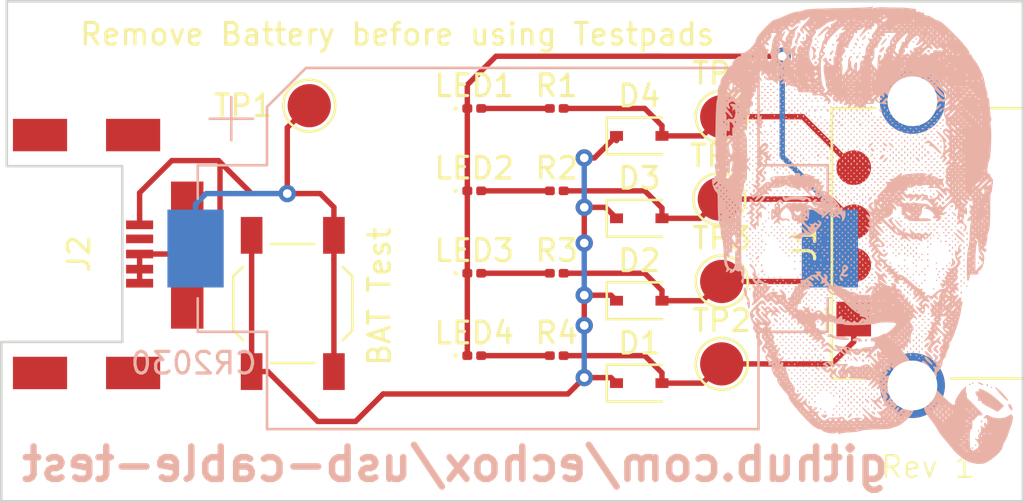
<source format=kicad_pcb>
(kicad_pcb (version 20171130) (host pcbnew "(5.1.5-0-10_14)")

  (general
    (thickness 1.6)
    (drawings 12)
    (tracks 97)
    (zones 0)
    (modules 22)
    (nets 14)
  )

  (page A4)
  (layers
    (0 F.Cu signal hide)
    (31 B.Cu signal)
    (32 B.Adhes user)
    (33 F.Adhes user)
    (34 B.Paste user)
    (35 F.Paste user)
    (36 B.SilkS user)
    (37 F.SilkS user)
    (38 B.Mask user)
    (39 F.Mask user)
    (40 Dwgs.User user)
    (41 Cmts.User user)
    (42 Eco1.User user)
    (43 Eco2.User user)
    (44 Edge.Cuts user)
    (45 Margin user)
    (46 B.CrtYd user)
    (47 F.CrtYd user)
    (48 B.Fab user)
    (49 F.Fab user)
  )

  (setup
    (last_trace_width 0.25)
    (trace_clearance 0.2)
    (zone_clearance 0.508)
    (zone_45_only no)
    (trace_min 0.2)
    (via_size 0.8)
    (via_drill 0.4)
    (via_min_size 0.4)
    (via_min_drill 0.3)
    (uvia_size 0.3)
    (uvia_drill 0.1)
    (uvias_allowed no)
    (uvia_min_size 0.2)
    (uvia_min_drill 0.1)
    (edge_width 0.12)
    (segment_width 0.12)
    (pcb_text_width 0.3)
    (pcb_text_size 1.5 1.5)
    (mod_edge_width 0.12)
    (mod_text_size 1 1)
    (mod_text_width 0.15)
    (pad_size 1.524 1.524)
    (pad_drill 0.762)
    (pad_to_mask_clearance 0.051)
    (solder_mask_min_width 0.25)
    (aux_axis_origin 0 0)
    (visible_elements FFFFFF7F)
    (pcbplotparams
      (layerselection 0x010fc_ffffffff)
      (usegerberextensions false)
      (usegerberattributes false)
      (usegerberadvancedattributes false)
      (creategerberjobfile false)
      (excludeedgelayer true)
      (linewidth 0.100000)
      (plotframeref false)
      (viasonmask false)
      (mode 1)
      (useauxorigin false)
      (hpglpennumber 1)
      (hpglpenspeed 20)
      (hpglpendiameter 15.000000)
      (psnegative false)
      (psa4output false)
      (plotreference true)
      (plotvalue true)
      (plotinvisibletext false)
      (padsonsilk false)
      (subtractmaskfromsilk false)
      (outputformat 1)
      (mirror false)
      (drillshape 1)
      (scaleselection 1)
      (outputdirectory ""))
  )

  (net 0 "")
  (net 1 "Net-(J1-Pad5)")
  (net 2 "Net-(J2-Pad6)")
  (net 3 "Net-(BT1-Pad1)")
  (net 4 "Net-(LED1-Pad2)")
  (net 5 "Net-(LED2-Pad2)")
  (net 6 "Net-(LED3-Pad2)")
  (net 7 "Net-(LED4-Pad2)")
  (net 8 "Net-(D1-Pad2)")
  (net 9 "Net-(D1-Pad1)")
  (net 10 "Net-(D2-Pad2)")
  (net 11 "Net-(D3-Pad2)")
  (net 12 "Net-(D4-Pad2)")
  (net 13 /GND)

  (net_class Default "This is the default net class."
    (clearance 0.2)
    (trace_width 0.25)
    (via_dia 0.8)
    (via_drill 0.4)
    (uvia_dia 0.3)
    (uvia_drill 0.1)
    (add_net /GND)
    (add_net "Net-(BT1-Pad1)")
    (add_net "Net-(D1-Pad1)")
    (add_net "Net-(D1-Pad2)")
    (add_net "Net-(D2-Pad2)")
    (add_net "Net-(D3-Pad2)")
    (add_net "Net-(D4-Pad2)")
    (add_net "Net-(J1-Pad5)")
    (add_net "Net-(J2-Pad6)")
    (add_net "Net-(LED1-Pad2)")
    (add_net "Net-(LED2-Pad2)")
    (add_net "Net-(LED3-Pad2)")
    (add_net "Net-(LED4-Pad2)")
  )

  (module footprints:bob-small (layer B.Cu) (tedit 0) (tstamp 5E6B60FD)
    (at 188.087 98.171 180)
    (fp_text reference G*** (at 0 0) (layer B.SilkS) hide
      (effects (font (size 1.524 1.524) (thickness 0.3)) (justify mirror))
    )
    (fp_text value LOGO (at 0.75 0) (layer B.SilkS) hide
      (effects (font (size 1.524 1.524) (thickness 0.3)) (justify mirror))
    )
    (fp_poly (pts (xy -0.461708 10.543224) (xy -0.401053 10.528057) (xy -0.285884 10.514077) (xy -0.059563 10.500488)
      (xy 0.25538 10.488129) (xy 0.636413 10.477835) (xy 1.061006 10.470444) (xy 1.190853 10.468944)
      (xy 1.631781 10.461588) (xy 2.016972 10.449602) (xy 2.328029 10.433964) (xy 2.546554 10.415653)
      (xy 2.654151 10.395646) (xy 2.661379 10.390765) (xy 2.755201 10.343361) (xy 2.907631 10.321277)
      (xy 3.0332 10.310073) (xy 3.170197 10.276921) (xy 3.350424 10.21114) (xy 3.605682 10.102048)
      (xy 3.743158 10.040636) (xy 3.905659 9.975298) (xy 4.013044 9.946222) (xy 4.024687 9.946581)
      (xy 4.10924 9.90971) (xy 4.249762 9.795092) (xy 4.420139 9.630499) (xy 4.594259 9.443703)
      (xy 4.746011 9.262478) (xy 4.849282 9.114595) (xy 4.879474 9.037443) (xy 4.925341 8.899659)
      (xy 5.041387 8.734927) (xy 5.195282 8.575104) (xy 5.354692 8.45205) (xy 5.487285 8.397622)
      (xy 5.524562 8.401805) (xy 5.604868 8.411532) (xy 5.593686 8.329975) (xy 5.583151 8.251624)
      (xy 5.614942 8.255127) (xy 5.700851 8.240602) (xy 5.818249 8.154096) (xy 5.926619 8.036261)
      (xy 5.985444 7.927751) (xy 5.982022 7.886809) (xy 5.998215 7.830641) (xy 6.04921 7.820527)
      (xy 6.121406 7.789087) (xy 6.116053 7.753685) (xy 6.121352 7.692091) (xy 6.145529 7.686843)
      (xy 6.213572 7.636285) (xy 6.216316 7.617083) (xy 6.258486 7.52616) (xy 6.362313 7.392194)
      (xy 6.385828 7.366425) (xy 6.490583 7.21842) (xy 6.528923 7.088438) (xy 6.526608 7.071758)
      (xy 6.536937 6.963553) (xy 6.571185 6.933553) (xy 6.616166 6.858352) (xy 6.649278 6.693841)
      (xy 6.658548 6.579427) (xy 6.669037 6.39023) (xy 6.68031 6.270984) (xy 6.685901 6.249737)
      (xy 6.706281 6.186791) (xy 6.724232 6.013503) (xy 6.739434 5.753197) (xy 6.75157 5.429201)
      (xy 6.760322 5.064837) (xy 6.765372 4.683433) (xy 6.766401 4.308314) (xy 6.763092 3.962804)
      (xy 6.755126 3.670229) (xy 6.742186 3.453915) (xy 6.725553 3.342106) (xy 6.701901 3.239594)
      (xy 6.729918 3.254826) (xy 6.742188 3.271951) (xy 6.784175 3.303535) (xy 6.795135 3.220317)
      (xy 6.790088 3.131516) (xy 6.764709 2.950311) (xy 6.727904 2.824741) (xy 6.723787 2.817329)
      (xy 6.720322 2.748829) (xy 6.747108 2.740527) (xy 6.809209 2.686178) (xy 6.817895 2.636319)
      (xy 6.845393 2.563672) (xy 6.873824 2.566677) (xy 6.914372 2.547227) (xy 6.919332 2.442659)
      (xy 6.894049 2.295121) (xy 6.843864 2.14676) (xy 6.813247 2.088816) (xy 6.73192 1.977187)
      (xy 6.684842 1.938425) (xy 6.670905 1.876276) (xy 6.660333 1.708565) (xy 6.654416 1.463395)
      (xy 6.653734 1.261012) (xy 6.647337 0.912491) (xy 6.625795 0.660771) (xy 6.59069 0.522033)
      (xy 6.580056 0.506974) (xy 6.531949 0.392263) (xy 6.517699 0.215829) (xy 6.518613 0.198465)
      (xy 6.508947 -0.001392) (xy 6.464616 -0.163511) (xy 6.462753 -0.167105) (xy 6.428756 -0.294663)
      (xy 6.401847 -0.514058) (xy 6.386727 -0.783466) (xy 6.385312 -0.856068) (xy 6.370752 -1.186885)
      (xy 6.336486 -1.391978) (xy 6.295349 -1.462991) (xy 6.244861 -1.563718) (xy 6.259988 -1.642975)
      (xy 6.28511 -1.729604) (xy 6.24195 -1.716653) (xy 6.182895 -1.671052) (xy 6.093772 -1.606911)
      (xy 6.08247 -1.633228) (xy 6.098537 -1.680197) (xy 6.102791 -1.758997) (xy 6.010788 -1.755954)
      (xy 5.905051 -1.699273) (xy 5.882105 -1.655072) (xy 5.844847 -1.628487) (xy 5.79362 -1.661277)
      (xy 5.68694 -1.696817) (xy 5.616677 -1.652751) (xy 5.555896 -1.610408) (xy 5.565597 -1.675851)
      (xy 5.572631 -1.696235) (xy 5.577338 -1.840596) (xy 5.545802 -1.907521) (xy 5.513053 -2.00359)
      (xy 5.54173 -2.034874) (xy 5.581008 -2.123609) (xy 5.571245 -2.174509) (xy 5.51637 -2.269417)
      (xy 5.475949 -2.234538) (xy 5.45108 -2.073102) (xy 5.442857 -1.797575) (xy 5.445936 -1.577704)
      (xy 5.454067 -1.433598) (xy 5.465595 -1.392183) (xy 5.467525 -1.396522) (xy 5.526334 -1.467142)
      (xy 5.542457 -1.470526) (xy 5.55975 -1.407269) (xy 5.569799 -1.27) (xy 5.681579 -1.27)
      (xy 5.706035 -1.325018) (xy 5.72614 -1.314561) (xy 5.73414 -1.235235) (xy 5.72614 -1.225438)
      (xy 5.686403 -1.234614) (xy 5.681579 -1.27) (xy 5.569799 -1.27) (xy 5.572605 -1.231679)
      (xy 5.580037 -1.002631) (xy 5.681579 -1.002631) (xy 5.706035 -1.05765) (xy 5.72614 -1.047193)
      (xy 5.73414 -0.967867) (xy 5.72614 -0.95807) (xy 5.686403 -0.967245) (xy 5.681579 -1.002631)
      (xy 5.580037 -1.002631) (xy 5.581258 -0.965023) (xy 5.585125 -0.687344) (xy 5.738676 -0.687344)
      (xy 5.746385 -0.722852) (xy 5.763368 -0.71818) (xy 5.819497 -0.718987) (xy 5.846611 -0.793852)
      (xy 5.850927 -0.967743) (xy 5.848125 -1.058623) (xy 5.857452 -1.345346) (xy 5.906979 -1.528985)
      (xy 5.990834 -1.600924) (xy 6.103142 -1.552549) (xy 6.150718 -1.502447) (xy 6.211579 -1.369662)
      (xy 6.249436 -1.17849) (xy 6.251655 -1.151526) (xy 6.254973 -1.014312) (xy 6.243258 -0.973799)
      (xy 6.236517 -0.986337) (xy 6.174211 -1.04162) (xy 6.146684 -1.034328) (xy 6.117227 -0.950982)
      (xy 6.130576 -0.888623) (xy 6.136964 -0.810224) (xy 6.07354 -0.816941) (xy 6.007512 -0.81446)
      (xy 5.98792 -0.719208) (xy 5.988748 -0.701842) (xy 6.216316 -0.701842) (xy 6.249737 -0.735263)
      (xy 6.283158 -0.701842) (xy 6.249737 -0.668421) (xy 6.216316 -0.701842) (xy 5.988748 -0.701842)
      (xy 5.992272 -0.628019) (xy 5.9951 -0.568157) (xy 6.082631 -0.568157) (xy 6.116053 -0.601579)
      (xy 6.149474 -0.568157) (xy 6.116053 -0.534736) (xy 6.082631 -0.568157) (xy 5.9951 -0.568157)
      (xy 5.999438 -0.476336) (xy 5.9961 -0.434473) (xy 6.216316 -0.434473) (xy 6.249737 -0.467894)
      (xy 6.283158 -0.434473) (xy 6.249737 -0.401052) (xy 6.216316 -0.434473) (xy 5.9961 -0.434473)
      (xy 5.993546 -0.402446) (xy 5.991601 -0.401052) (xy 5.940247 -0.445973) (xy 5.838195 -0.556324)
      (xy 5.818649 -0.578635) (xy 5.738676 -0.687344) (xy 5.585125 -0.687344) (xy 5.585944 -0.628569)
      (xy 5.586407 -0.442002) (xy 5.637713 -0.442002) (xy 5.648158 -0.467894) (xy 5.708223 -0.531661)
      (xy 5.718945 -0.534736) (xy 5.747655 -0.483021) (xy 5.748421 -0.467894) (xy 5.697036 -0.403621)
      (xy 5.677634 -0.401052) (xy 5.637713 -0.442002) (xy 5.586407 -0.442002) (xy 5.586661 -0.339698)
      (xy 5.834596 -0.339698) (xy 5.855618 -0.378155) (xy 5.910715 -0.318553) (xy 5.921699 -0.303651)
      (xy 5.923484 -0.300789) (xy 6.082631 -0.300789) (xy 6.116053 -0.33421) (xy 6.149474 -0.300789)
      (xy 6.116053 -0.267368) (xy 6.082631 -0.300789) (xy 5.923484 -0.300789) (xy 5.995109 -0.185993)
      (xy 6.001973 -0.167105) (xy 6.216316 -0.167105) (xy 6.249737 -0.200526) (xy 6.283158 -0.167105)
      (xy 6.249737 -0.133684) (xy 6.216316 -0.167105) (xy 6.001973 -0.167105) (xy 6.015789 -0.129093)
      (xy 5.970962 -0.05181) (xy 5.951951 -0.033421) (xy 6.082631 -0.033421) (xy 6.116053 -0.066842)
      (xy 6.149474 -0.033421) (xy 6.35 -0.033421) (xy 6.383421 -0.066842) (xy 6.416842 -0.033421)
      (xy 6.383421 0) (xy 6.35 -0.033421) (xy 6.149474 -0.033421) (xy 6.116053 0)
      (xy 6.082631 -0.033421) (xy 5.951951 -0.033421) (xy 5.928696 -0.010929) (xy 5.870205 0.0103)
      (xy 5.841996 -0.067789) (xy 5.834605 -0.185488) (xy 5.834596 -0.339698) (xy 5.586661 -0.339698)
      (xy 5.586901 -0.243587) (xy 5.586431 -0.167105) (xy 5.681579 -0.167105) (xy 5.715 -0.200526)
      (xy 5.748421 -0.167105) (xy 5.715 -0.133684) (xy 5.681579 -0.167105) (xy 5.586431 -0.167105)
      (xy 5.584579 0.133685) (xy 5.681579 0.133685) (xy 5.706035 0.078666) (xy 5.72614 0.089123)
      (xy 5.730634 0.133685) (xy 5.948947 0.133685) (xy 5.973404 0.078666) (xy 5.993509 0.089123)
      (xy 5.994632 0.100264) (xy 6.216316 0.100264) (xy 6.249737 0.066843) (xy 6.283158 0.100264)
      (xy 6.249737 0.133685) (xy 6.216316 0.100264) (xy 5.994632 0.100264) (xy 6.001508 0.168449)
      (xy 5.993509 0.178246) (xy 5.953771 0.169071) (xy 5.948947 0.133685) (xy 5.730634 0.133685)
      (xy 5.73414 0.168449) (xy 5.72614 0.178246) (xy 5.686403 0.169071) (xy 5.681579 0.133685)
      (xy 5.584579 0.133685) (xy 5.584363 0.168656) (xy 5.583459 0.233948) (xy 5.815263 0.233948)
      (xy 5.848684 0.200527) (xy 5.882105 0.233948) (xy 6.082631 0.233948) (xy 6.116053 0.200527)
      (xy 6.149474 0.233948) (xy 6.116053 0.267369) (xy 6.35 0.267369) (xy 6.374456 0.21235)
      (xy 6.394561 0.222807) (xy 6.402561 0.302133) (xy 6.394561 0.31193) (xy 6.354824 0.302755)
      (xy 6.35 0.267369) (xy 6.116053 0.267369) (xy 6.082631 0.233948) (xy 5.882105 0.233948)
      (xy 5.848684 0.267369) (xy 5.815263 0.233948) (xy 5.583459 0.233948) (xy 5.581606 0.367632)
      (xy 5.681579 0.367632) (xy 5.715 0.334211) (xy 5.748421 0.367632) (xy 5.948947 0.367632)
      (xy 5.982368 0.334211) (xy 6.015789 0.367632) (xy 6.216316 0.367632) (xy 6.249737 0.334211)
      (xy 6.283158 0.367632) (xy 6.249737 0.401053) (xy 6.216316 0.367632) (xy 6.015789 0.367632)
      (xy 5.982368 0.401053) (xy 5.948947 0.367632) (xy 5.748421 0.367632) (xy 5.715 0.401053)
      (xy 5.681579 0.367632) (xy 5.581606 0.367632) (xy 5.579754 0.501316) (xy 5.815263 0.501316)
      (xy 5.848684 0.467895) (xy 5.882105 0.501316) (xy 6.35 0.501316) (xy 6.383421 0.467895)
      (xy 6.416842 0.501316) (xy 6.383421 0.534737) (xy 6.35 0.501316) (xy 5.882105 0.501316)
      (xy 5.848684 0.534737) (xy 5.815263 0.501316) (xy 5.579754 0.501316) (xy 5.578567 0.586891)
      (xy 5.576784 0.668421) (xy 6.483684 0.668421) (xy 6.508141 0.613403) (xy 6.528245 0.62386)
      (xy 6.536245 0.703186) (xy 6.528245 0.712983) (xy 6.488508 0.703808) (xy 6.483684 0.668421)
      (xy 5.576784 0.668421) (xy 5.573858 0.802106) (xy 5.815263 0.802106) (xy 5.83972 0.747087)
      (xy 5.859824 0.757544) (xy 5.864318 0.802106) (xy 6.082631 0.802106) (xy 6.107088 0.747087)
      (xy 6.127193 0.757544) (xy 6.135193 0.83687) (xy 6.127193 0.846667) (xy 6.087455 0.837492)
      (xy 6.082631 0.802106) (xy 5.864318 0.802106) (xy 5.867824 0.83687) (xy 5.859824 0.846667)
      (xy 5.820087 0.837492) (xy 5.815263 0.802106) (xy 5.573858 0.802106) (xy 5.570932 0.93579)
      (xy 5.681579 0.93579) (xy 5.706035 0.880771) (xy 5.72614 0.891229) (xy 5.734004 0.969211)
      (xy 5.948947 0.969211) (xy 5.982368 0.93579) (xy 6.483684 0.93579) (xy 6.508141 0.880771)
      (xy 6.528245 0.891229) (xy 6.536245 0.970554) (xy 6.528245 0.980351) (xy 6.488508 0.971176)
      (xy 6.483684 0.93579) (xy 5.982368 0.93579) (xy 6.015789 0.969211) (xy 5.982368 1.002632)
      (xy 5.948947 0.969211) (xy 5.734004 0.969211) (xy 5.73414 0.970554) (xy 5.72614 0.980351)
      (xy 5.686403 0.971176) (xy 5.681579 0.93579) (xy 5.570932 0.93579) (xy 5.569749 0.989849)
      (xy 5.567228 1.069474) (xy 5.815263 1.069474) (xy 5.83972 1.014456) (xy 5.859824 1.024913)
      (xy 5.867688 1.102895) (xy 6.082631 1.102895) (xy 6.116053 1.069474) (xy 6.149474 1.102895)
      (xy 6.116053 1.136316) (xy 6.082631 1.102895) (xy 5.867688 1.102895) (xy 5.867824 1.104239)
      (xy 5.859824 1.114036) (xy 5.820087 1.10486) (xy 5.815263 1.069474) (xy 5.567228 1.069474)
      (xy 5.561935 1.236579) (xy 5.681579 1.236579) (xy 5.715 1.203158) (xy 5.748421 1.236579)
      (xy 5.948947 1.236579) (xy 5.982368 1.203158) (xy 6.015789 1.236579) (xy 6.216316 1.236579)
      (xy 6.249737 1.203158) (xy 6.283158 1.236579) (xy 6.249737 1.27) (xy 6.216316 1.236579)
      (xy 6.015789 1.236579) (xy 5.982368 1.27) (xy 5.948947 1.236579) (xy 5.748421 1.236579)
      (xy 5.715 1.27) (xy 5.681579 1.236579) (xy 5.561935 1.236579) (xy 5.558144 1.356262)
      (xy 5.557502 1.370264) (xy 5.815263 1.370264) (xy 5.848684 1.336843) (xy 5.882105 1.370264)
      (xy 6.082631 1.370264) (xy 6.116053 1.336843) (xy 6.149474 1.370264) (xy 6.116053 1.403685)
      (xy 6.082631 1.370264) (xy 5.882105 1.370264) (xy 5.848684 1.403685) (xy 5.815263 1.370264)
      (xy 5.557502 1.370264) (xy 5.551371 1.503948) (xy 5.948947 1.503948) (xy 5.982368 1.470527)
      (xy 6.015789 1.503948) (xy 6.216316 1.503948) (xy 6.249737 1.470527) (xy 6.283158 1.503948)
      (xy 6.249737 1.537369) (xy 6.216316 1.503948) (xy 6.015789 1.503948) (xy 5.982368 1.537369)
      (xy 5.948947 1.503948) (xy 5.551371 1.503948) (xy 5.545239 1.637632) (xy 6.082631 1.637632)
      (xy 6.116053 1.604211) (xy 6.149474 1.637632) (xy 6.35 1.637632) (xy 6.383421 1.604211)
      (xy 6.416842 1.637632) (xy 6.383421 1.671053) (xy 6.35 1.637632) (xy 6.149474 1.637632)
      (xy 6.116053 1.671053) (xy 6.082631 1.637632) (xy 5.545239 1.637632) (xy 5.543989 1.664863)
      (xy 5.536351 1.771316) (xy 6.216316 1.771316) (xy 6.249737 1.737895) (xy 6.283158 1.771316)
      (xy 6.483684 1.771316) (xy 6.517105 1.737895) (xy 6.550526 1.771316) (xy 6.517105 1.804737)
      (xy 6.483684 1.771316) (xy 6.283158 1.771316) (xy 6.249737 1.804737) (xy 6.216316 1.771316)
      (xy 5.536351 1.771316) (xy 5.52752 1.894381) (xy 5.525996 1.905) (xy 6.35 1.905)
      (xy 6.383421 1.871579) (xy 6.416842 1.905) (xy 6.383421 1.938421) (xy 6.35 1.905)
      (xy 5.525996 1.905) (xy 5.508972 2.02355) (xy 5.503521 2.038685) (xy 6.216316 2.038685)
      (xy 6.249737 2.005264) (xy 6.283158 2.038685) (xy 6.483684 2.038685) (xy 6.517105 2.005264)
      (xy 6.550526 2.038685) (xy 6.517105 2.072106) (xy 6.483684 2.038685) (xy 6.283158 2.038685)
      (xy 6.249737 2.072106) (xy 6.216316 2.038685) (xy 5.503521 2.038685) (xy 5.460748 2.172369)
      (xy 5.547895 2.172369) (xy 5.581316 2.138948) (xy 5.614737 2.172369) (xy 6.35 2.172369)
      (xy 6.383421 2.138948) (xy 6.416842 2.172369) (xy 6.405702 2.183509) (xy 6.639649 2.183509)
      (xy 6.648824 2.143772) (xy 6.68421 2.138948) (xy 6.739229 2.163404) (xy 6.728772 2.183509)
      (xy 6.649446 2.191509) (xy 6.639649 2.183509) (xy 6.405702 2.183509) (xy 6.383421 2.20579)
      (xy 6.35 2.172369) (xy 5.614737 2.172369) (xy 5.581316 2.20579) (xy 5.547895 2.172369)
      (xy 5.460748 2.172369) (xy 5.458377 2.179778) (xy 5.462035 2.255325) (xy 5.451902 2.317193)
      (xy 6.505965 2.317193) (xy 6.51514 2.277456) (xy 6.550526 2.272632) (xy 6.605545 2.297089)
      (xy 6.595088 2.317193) (xy 6.515762 2.325193) (xy 6.505965 2.317193) (xy 5.451902 2.317193)
      (xy 5.444156 2.364483) (xy 5.39066 2.439416) (xy 5.390518 2.439737) (xy 5.547895 2.439737)
      (xy 5.581316 2.406316) (xy 5.613785 2.438785) (xy 6.657687 2.438785) (xy 6.708498 2.365182)
      (xy 6.787941 2.296623) (xy 6.84279 2.275175) (xy 6.855859 2.313798) (xy 6.817895 2.372895)
      (xy 6.720072 2.456996) (xy 6.673391 2.473158) (xy 6.657687 2.438785) (xy 5.613785 2.438785)
      (xy 5.614737 2.439737) (xy 5.581316 2.473158) (xy 5.547895 2.439737) (xy 5.390518 2.439737)
      (xy 5.331162 2.573421) (xy 5.41421 2.573421) (xy 5.447631 2.54) (xy 5.481053 2.573421)
      (xy 5.447631 2.606843) (xy 5.41421 2.573421) (xy 5.331162 2.573421) (xy 5.316993 2.605332)
      (xy 5.313972 2.807644) (xy 5.314275 2.84079) (xy 5.41421 2.84079) (xy 5.447631 2.807369)
      (xy 5.481053 2.84079) (xy 5.45716 2.864683) (xy 5.972435 2.864683) (xy 6.053607 2.743003)
      (xy 6.077572 2.716275) (xy 6.186691 2.60044) (xy 6.247104 2.541781) (xy 6.250248 2.54)
      (xy 6.257734 2.598205) (xy 6.260877 2.738286) (xy 6.260877 2.739466) (xy 6.248274 2.870708)
      (xy 6.20294 2.887471) (xy 6.176999 2.869318) (xy 6.123919 2.851545) (xy 6.107317 2.933175)
      (xy 6.110949 3.007895) (xy 6.617368 3.007895) (xy 6.641825 2.952877) (xy 6.66193 2.963334)
      (xy 6.669929 3.04266) (xy 6.66193 3.052457) (xy 6.622192 3.043281) (xy 6.617368 3.007895)
      (xy 6.110949 3.007895) (xy 6.113022 3.050533) (xy 6.109173 3.141579) (xy 6.216316 3.141579)
      (xy 6.240772 3.086561) (xy 6.260877 3.097018) (xy 6.268877 3.176344) (xy 6.260877 3.186141)
      (xy 6.22114 3.176965) (xy 6.216316 3.141579) (xy 6.109173 3.141579) (xy 6.105107 3.237734)
      (xy 6.059668 3.372345) (xy 6.048919 3.385367) (xy 5.989897 3.421753) (xy 5.972896 3.350583)
      (xy 5.974872 3.288766) (xy 5.999736 3.124347) (xy 6.034148 3.030315) (xy 6.031723 2.94408)
      (xy 5.999495 2.92251) (xy 5.972435 2.864683) (xy 5.45716 2.864683) (xy 5.447631 2.874211)
      (xy 5.41421 2.84079) (xy 5.314275 2.84079) (xy 5.3155 2.974376) (xy 5.289695 3.067611)
      (xy 5.276052 3.074737) (xy 5.217174 3.022417) (xy 5.213684 2.996755) (xy 5.186761 2.951913)
      (xy 5.169532 2.962924) (xy 5.176043 3.038084) (xy 5.246734 3.14117) (xy 5.328167 3.24639)
      (xy 5.316362 3.325564) (xy 5.246734 3.409358) (xy 5.224773 3.442369) (xy 6.216316 3.442369)
      (xy 6.249737 3.408948) (xy 6.283158 3.442369) (xy 6.249737 3.47579) (xy 6.216316 3.442369)
      (xy 5.224773 3.442369) (xy 5.172104 3.521538) (xy 5.169532 3.587603) (xy 5.210164 3.580682)
      (xy 5.213684 3.553772) (xy 5.250928 3.480101) (xy 5.269037 3.47579) (xy 5.293141 3.537386)
      (xy 5.29365 3.542632) (xy 6.082631 3.542632) (xy 6.105437 3.477528) (xy 6.112108 3.47579)
      (xy 6.169175 3.522629) (xy 6.182895 3.542632) (xy 6.177595 3.604226) (xy 6.153418 3.609474)
      (xy 6.085352 3.560953) (xy 6.082631 3.542632) (xy 5.29365 3.542632) (xy 5.309079 3.701432)
      (xy 5.309265 3.709737) (xy 5.41421 3.709737) (xy 5.447631 3.676316) (xy 5.481053 3.709737)
      (xy 5.447631 3.743158) (xy 5.41421 3.709737) (xy 5.309265 3.709737) (xy 5.31226 3.843421)
      (xy 5.547895 3.843421) (xy 5.581316 3.81) (xy 5.614737 3.843421) (xy 5.815263 3.843421)
      (xy 5.848684 3.81) (xy 5.882105 3.843421) (xy 5.848684 3.876843) (xy 5.815263 3.843421)
      (xy 5.614737 3.843421) (xy 5.581316 3.876843) (xy 5.547895 3.843421) (xy 5.31226 3.843421)
      (xy 5.314354 3.936815) (xy 5.313877 3.977106) (xy 5.41421 3.977106) (xy 5.447631 3.943685)
      (xy 5.481053 3.977106) (xy 5.447631 4.010527) (xy 5.41421 3.977106) (xy 5.313877 3.977106)
      (xy 5.313282 4.027237) (xy 5.313835 4.11079) (xy 5.547895 4.11079) (xy 5.581316 4.077369)
      (xy 5.614737 4.11079) (xy 5.815263 4.11079) (xy 5.848684 4.077369) (xy 5.882105 4.11079)
      (xy 5.848684 4.144211) (xy 5.815263 4.11079) (xy 5.614737 4.11079) (xy 5.581316 4.144211)
      (xy 5.547895 4.11079) (xy 5.313835 4.11079) (xy 5.314721 4.244474) (xy 5.41421 4.244474)
      (xy 5.447631 4.211053) (xy 5.481053 4.244474) (xy 5.447631 4.277895) (xy 5.41421 4.244474)
      (xy 5.314721 4.244474) (xy 5.315011 4.288255) (xy 5.948947 4.288255) (xy 5.999408 4.215328)
      (xy 6.023974 4.211053) (xy 6.063439 4.181095) (xy 6.029875 4.1275) (xy 5.984903 4.01848)
      (xy 5.972699 3.876018) (xy 5.990935 3.751712) (xy 6.037284 3.697159) (xy 6.04921 3.698982)
      (xy 6.05705 3.709737) (xy 6.216316 3.709737) (xy 6.249737 3.676316) (xy 6.283158 3.709737)
      (xy 6.249737 3.743158) (xy 6.216316 3.709737) (xy 6.05705 3.709737) (xy 6.105041 3.775565)
      (xy 6.116053 3.849325) (xy 6.13693 3.977106) (xy 6.216316 3.977106) (xy 6.249737 3.943685)
      (xy 6.283158 3.977106) (xy 6.249737 4.010527) (xy 6.216316 3.977106) (xy 6.13693 3.977106)
      (xy 6.140089 3.996439) (xy 6.164608 4.051725) (xy 6.157215 4.145953) (xy 6.081055 4.245901)
      (xy 5.984686 4.309835) (xy 5.948947 4.288255) (xy 5.315011 4.288255) (xy 5.315374 4.342926)
      (xy 5.319386 4.378158) (xy 5.547895 4.378158) (xy 5.581316 4.344737) (xy 5.614737 4.378158)
      (xy 5.815263 4.378158) (xy 5.848684 4.344737) (xy 5.882105 4.378158) (xy 5.848684 4.411579)
      (xy 5.815263 4.378158) (xy 5.614737 4.378158) (xy 5.581316 4.411579) (xy 5.547895 4.378158)
      (xy 5.319386 4.378158) (xy 5.327682 4.451013) (xy 6.099784 4.451013) (xy 6.111966 4.388805)
      (xy 6.179033 4.302407) (xy 6.252198 4.247593) (xy 6.275972 4.2496) (xy 6.261255 4.31342)
      (xy 6.216316 4.378158) (xy 6.134014 4.449264) (xy 6.099784 4.451013) (xy 5.327682 4.451013)
      (xy 5.33461 4.511843) (xy 5.41421 4.511843) (xy 5.447631 4.478421) (xy 5.481053 4.511843)
      (xy 5.447631 4.545264) (xy 5.41421 4.511843) (xy 5.33461 4.511843) (xy 5.339083 4.55112)
      (xy 5.375637 4.645527) (xy 5.547895 4.645527) (xy 5.581316 4.612106) (xy 5.614737 4.645527)
      (xy 5.815263 4.645527) (xy 5.848684 4.612106) (xy 5.882105 4.645527) (xy 5.848684 4.678948)
      (xy 5.815263 4.645527) (xy 5.614737 4.645527) (xy 5.581316 4.678948) (xy 5.547895 4.645527)
      (xy 5.375637 4.645527) (xy 5.387728 4.676754) (xy 5.402344 4.696068) (xy 5.448203 4.779211)
      (xy 5.681579 4.779211) (xy 5.715 4.74579) (xy 5.748421 4.779211) (xy 5.715 4.812632)
      (xy 5.681579 4.779211) (xy 5.448203 4.779211) (xy 5.462326 4.804814) (xy 5.454728 4.861238)
      (xy 5.385415 4.857692) (xy 5.35185 4.819884) (xy 5.32505 4.829961) (xy 5.31238 4.946316)
      (xy 5.547895 4.946316) (xy 5.572351 4.891298) (xy 5.592456 4.901755) (xy 5.599742 4.974002)
      (xy 5.9062 4.974002) (xy 5.937919 4.972922) (xy 5.980163 4.945462) (xy 5.988825 4.795614)
      (xy 5.984853 4.73033) (xy 5.977982 4.577525) (xy 5.985987 4.516741) (xy 5.994782 4.528553)
      (xy 6.081223 4.606288) (xy 6.116053 4.612106) (xy 6.216417 4.559395) (xy 6.233026 4.528553)
      (xy 6.251422 4.527574) (xy 6.260632 4.633268) (xy 6.260739 4.645527) (xy 6.35 4.645527)
      (xy 6.383421 4.612106) (xy 6.416842 4.645527) (xy 6.383421 4.678948) (xy 6.35 4.645527)
      (xy 6.260739 4.645527) (xy 6.260877 4.661176) (xy 6.249623 4.801456) (xy 6.208553 4.828139)
      (xy 6.175785 4.806732) (xy 6.123812 4.788096) (xy 6.107268 4.864537) (xy 6.115724 5.00957)
      (xy 6.115885 5.113421) (xy 6.216316 5.113421) (xy 6.249737 5.08) (xy 6.283158 5.113421)
      (xy 6.249737 5.146843) (xy 6.216316 5.113421) (xy 6.115885 5.113421) (xy 6.116001 5.187144)
      (xy 6.094772 5.213685) (xy 6.35 5.213685) (xy 6.374456 5.158666) (xy 6.394561 5.169123)
      (xy 6.402561 5.248449) (xy 6.394561 5.258246) (xy 6.354824 5.249071) (xy 6.35 5.213685)
      (xy 6.094772 5.213685) (xy 6.075314 5.238011) (xy 5.997431 5.160892) (xy 5.942638 5.068211)
      (xy 5.9062 4.974002) (xy 5.599742 4.974002) (xy 5.600456 4.981081) (xy 5.592456 4.990878)
      (xy 5.552718 4.981702) (xy 5.547895 4.946316) (xy 5.31238 4.946316) (xy 5.311802 4.951624)
      (xy 5.313056 5.08) (xy 5.41421 5.08) (xy 5.438667 5.024982) (xy 5.458772 5.035439)
      (xy 5.466771 5.114765) (xy 5.458772 5.124562) (xy 5.419034 5.115386) (xy 5.41421 5.08)
      (xy 5.313056 5.08) (xy 5.313636 5.13932) (xy 5.313254 5.213685) (xy 5.815263 5.213685)
      (xy 5.83972 5.158666) (xy 5.859824 5.169123) (xy 5.867824 5.248449) (xy 5.859824 5.258246)
      (xy 5.820087 5.249071) (xy 5.815263 5.213685) (xy 5.313254 5.213685) (xy 5.312565 5.347369)
      (xy 5.41421 5.347369) (xy 5.438667 5.29235) (xy 5.458772 5.302807) (xy 5.466771 5.382133)
      (xy 5.458772 5.39193) (xy 5.419034 5.382755) (xy 5.41421 5.347369) (xy 5.312565 5.347369)
      (xy 5.312417 5.375992) (xy 5.288858 5.518194) (xy 5.247762 5.553024) (xy 5.193931 5.467577)
      (xy 5.192677 5.464343) (xy 5.178105 5.471141) (xy 5.177659 5.583332) (xy 5.181741 5.648158)
      (xy 5.681579 5.648158) (xy 5.715 5.614737) (xy 5.748421 5.648158) (xy 5.715 5.681579)
      (xy 5.681579 5.648158) (xy 5.181741 5.648158) (xy 5.183148 5.670501) (xy 5.184183 5.748421)
      (xy 5.280526 5.748421) (xy 5.304983 5.693403) (xy 5.325088 5.70386) (xy 5.333087 5.783186)
      (xy 5.325088 5.792983) (xy 5.28535 5.783808) (xy 5.280526 5.748421) (xy 5.184183 5.748421)
      (xy 5.185663 5.859823) (xy 5.159662 5.915527) (xy 5.681579 5.915527) (xy 5.715 5.882106)
      (xy 5.748421 5.915527) (xy 5.715 5.948948) (xy 5.681579 5.915527) (xy 5.159662 5.915527)
      (xy 5.15209 5.931748) (xy 5.126173 5.929686) (xy 5.060679 5.960324) (xy 5.043238 6.029162)
      (xy 5.82149 6.029162) (xy 5.872718 6.026286) (xy 5.932761 6.044074) (xy 6.052679 6.056967)
      (xy 6.082631 6.020294) (xy 6.031305 5.951825) (xy 6.011285 5.948948) (xy 5.969181 5.894846)
      (xy 5.977247 5.798553) (xy 5.992224 5.714764) (xy 5.976181 5.731711) (xy 5.909146 5.813108)
      (xy 5.856085 5.776805) (xy 5.838586 5.638572) (xy 5.838915 5.631448) (xy 5.875547 5.447272)
      (xy 5.950089 5.343115) (xy 6.042997 5.344309) (xy 6.054143 5.352482) (xy 6.159494 5.364277)
      (xy 6.214375 5.329068) (xy 6.275157 5.286724) (xy 6.265455 5.352168) (xy 6.258421 5.372552)
      (xy 6.256065 5.519981) (xy 6.290189 5.589788) (xy 6.328553 5.668081) (xy 6.295132 5.681579)
      (xy 6.207206 5.632112) (xy 6.12138 5.535217) (xy 6.033234 5.441634) (xy 5.977142 5.430577)
      (xy 5.990798 5.500656) (xy 6.07659 5.62292) (xy 6.109289 5.659809) (xy 6.221924 5.797817)
      (xy 6.279967 5.901297) (xy 6.282134 5.914844) (xy 6.254276 5.927735) (xy 6.218927 5.884041)
      (xy 6.144982 5.822768) (xy 6.110162 5.832295) (xy 6.105748 5.915025) (xy 6.13655 5.966797)
      (xy 6.165341 6.055555) (xy 6.084933 6.132524) (xy 5.967232 6.173287) (xy 5.871619 6.103418)
      (xy 5.82149 6.029162) (xy 5.043238 6.029162) (xy 5.037246 6.052809) (xy 5.057381 6.164112)
      (xy 5.092743 6.182895) (xy 5.681579 6.182895) (xy 5.715 6.149474) (xy 5.748421 6.182895)
      (xy 6.216316 6.182895) (xy 6.249737 6.149474) (xy 6.283158 6.182895) (xy 6.249737 6.216316)
      (xy 6.216316 6.182895) (xy 5.748421 6.182895) (xy 5.715 6.216316) (xy 5.681579 6.182895)
      (xy 5.092743 6.182895) (xy 5.104088 6.188921) (xy 5.143837 6.189618) (xy 5.130131 6.19942)
      (xy 5.083383 6.282582) (xy 5.08 6.316579) (xy 5.027152 6.420876) (xy 4.996447 6.439605)
      (xy 4.953477 6.486653) (xy 5.013158 6.551743) (xy 5.073642 6.606935) (xy 5.017569 6.598748)
      (xy 4.992076 6.590674) (xy 4.90572 6.583347) (xy 4.90638 6.617369) (xy 5.58882 6.617369)
      (xy 5.589279 6.56989) (xy 5.651114 6.455162) (xy 5.654304 6.450264) (xy 5.760264 6.330265)
      (xy 5.85318 6.283158) (xy 5.877115 6.316579) (xy 6.082631 6.316579) (xy 6.116053 6.283158)
      (xy 6.149474 6.316579) (xy 6.116053 6.35) (xy 6.082631 6.316579) (xy 5.877115 6.316579)
      (xy 5.880788 6.321707) (xy 5.804582 6.431675) (xy 5.787696 6.450264) (xy 5.671297 6.563277)
      (xy 5.642519 6.582996) (xy 5.855582 6.582996) (xy 5.906393 6.509393) (xy 5.985836 6.440834)
      (xy 6.040684 6.419385) (xy 6.051133 6.450264) (xy 6.216316 6.450264) (xy 6.249737 6.416843)
      (xy 6.283158 6.450264) (xy 6.249737 6.483685) (xy 6.216316 6.450264) (xy 6.051133 6.450264)
      (xy 6.053754 6.458008) (xy 6.015789 6.517106) (xy 5.950955 6.572846) (xy 6.090157 6.572846)
      (xy 6.142322 6.550527) (xy 6.215869 6.603569) (xy 6.239181 6.647386) (xy 6.236215 6.715209)
      (xy 6.179491 6.707077) (xy 6.097496 6.642336) (xy 6.090157 6.572846) (xy 5.950955 6.572846)
      (xy 5.917967 6.601206) (xy 5.871285 6.617369) (xy 5.855582 6.582996) (xy 5.642519 6.582996)
      (xy 5.593301 6.61672) (xy 5.58882 6.617369) (xy 4.90638 6.617369) (xy 4.907322 6.665843)
      (xy 4.913028 6.684632) (xy 4.913067 6.751053) (xy 5.681579 6.751053) (xy 5.706035 6.696034)
      (xy 5.72614 6.706492) (xy 5.73414 6.785818) (xy 5.72614 6.795614) (xy 5.686403 6.786439)
      (xy 5.681579 6.751053) (xy 4.913067 6.751053) (xy 4.913092 6.793417) (xy 4.854188 6.813957)
      (xy 4.790058 6.734343) (xy 4.759047 6.690905) (xy 4.751066 6.729568) (xy 4.79001 6.833895)
      (xy 4.803718 6.851316) (xy 5.013158 6.851316) (xy 5.046579 6.817895) (xy 5.08 6.851316)
      (xy 5.046579 6.884737) (xy 5.013158 6.851316) (xy 4.803718 6.851316) (xy 4.83312 6.888682)
      (xy 5.815263 6.888682) (xy 5.863784 6.820615) (xy 5.882105 6.817895) (xy 5.947209 6.840701)
      (xy 5.948947 6.847371) (xy 5.915667 6.88792) (xy 5.971228 6.88792) (xy 5.993573 6.73456)
      (xy 6.047401 6.686522) (xy 6.112901 6.756278) (xy 6.127291 6.789657) (xy 6.118265 6.918349)
      (xy 6.069491 6.993366) (xy 6.001567 7.045143) (xy 5.975028 6.997837) (xy 5.971228 6.88792)
      (xy 5.915667 6.88792) (xy 5.902109 6.904439) (xy 5.882105 6.918158) (xy 5.820511 6.912859)
      (xy 5.815263 6.888682) (xy 4.83312 6.888682) (xy 4.862763 6.926354) (xy 4.941058 7.010433)
      (xy 4.927186 7.018421) (xy 5.681579 7.018421) (xy 5.706035 6.963403) (xy 5.72614 6.97386)
      (xy 5.73414 7.053186) (xy 5.72614 7.062983) (xy 5.686403 7.053808) (xy 5.681579 7.018421)
      (xy 4.927186 7.018421) (xy 4.922486 7.021127) (xy 4.858392 6.998391) (xy 4.771953 6.984823)
      (xy 4.772441 7.062802) (xy 4.779344 7.085684) (xy 4.781255 7.118685) (xy 6.082631 7.118685)
      (xy 6.116053 7.085264) (xy 6.149474 7.118685) (xy 6.116053 7.152106) (xy 6.082631 7.118685)
      (xy 4.781255 7.118685) (xy 4.785559 7.19301) (xy 4.750294 7.218948) (xy 4.683009 7.166841)
      (xy 4.678947 7.140965) (xy 4.652024 7.096123) (xy 4.634796 7.107135) (xy 4.640969 7.182486)
      (xy 4.709344 7.282448) (xy 4.737504 7.319211) (xy 4.879474 7.319211) (xy 4.912895 7.28579)
      (xy 4.946316 7.319211) (xy 4.912895 7.352632) (xy 4.879474 7.319211) (xy 4.737504 7.319211)
      (xy 4.788784 7.386156) (xy 4.774205 7.461686) (xy 4.711256 7.530398) (xy 4.650128 7.586579)
      (xy 5.146842 7.586579) (xy 5.180263 7.553158) (xy 5.213684 7.586579) (xy 5.180263 7.62)
      (xy 5.146842 7.586579) (xy 4.650128 7.586579) (xy 4.628162 7.606767) (xy 4.618071 7.578096)
      (xy 4.641212 7.499909) (xy 4.646296 7.384919) (xy 4.59566 7.350965) (xy 4.531238 7.42106)
      (xy 4.525082 7.436185) (xy 4.473879 7.466301) (xy 4.391293 7.386158) (xy 4.325033 7.274813)
      (xy 4.320415 7.220989) (xy 4.375854 7.240199) (xy 4.411579 7.28579) (xy 4.485189 7.344478)
      (xy 4.520039 7.333295) (xy 4.511919 7.262766) (xy 4.44012 7.189336) (xy 4.309619 7.134535)
      (xy 4.248284 7.156138) (xy 4.156236 7.160464) (xy 4.020343 7.068085) (xy 3.913905 6.978796)
      (xy 3.883227 6.9811) (xy 3.898794 7.038604) (xy 3.909071 7.121184) (xy 3.873148 7.116402)
      (xy 3.770713 7.117584) (xy 3.706809 7.154536) (xy 3.625727 7.194597) (xy 3.609474 7.16586)
      (xy 3.662293 7.082435) (xy 3.693026 7.066564) (xy 3.740786 7.010199) (xy 3.728063 6.984626)
      (xy 3.64598 6.979587) (xy 3.568026 7.025083) (xy 3.491395 7.077954) (xy 3.482798 7.032689)
      (xy 3.503947 6.951055) (xy 3.524721 6.849196) (xy 3.493708 6.868039) (xy 3.487641 6.87659)
      (xy 3.389422 6.931186) (xy 3.332868 6.910011) (xy 3.190021 6.859742) (xy 3.108158 6.851316)
      (xy 2.998533 6.806229) (xy 2.978187 6.715756) (xy 2.966658 6.639525) (xy 2.906102 6.59998)
      (xy 2.765617 6.586828) (xy 2.594624 6.587982) (xy 2.378685 6.586668) (xy 2.275807 6.568221)
      (xy 2.265924 6.527715) (xy 2.27825 6.510336) (xy 2.297561 6.457804) (xy 2.221577 6.441226)
      (xy 2.0811 6.44944) (xy 1.881375 6.441722) (xy 1.739237 6.389632) (xy 1.678649 6.310324)
      (xy 1.723578 6.220953) (xy 1.742193 6.206843) (xy 1.781818 6.167185) (xy 1.704777 6.178766)
      (xy 1.677652 6.18623) (xy 1.565043 6.205069) (xy 1.548828 6.154482) (xy 1.562208 6.114312)
      (xy 1.582278 6.035899) (xy 1.527992 6.063073) (xy 1.504653 6.082046) (xy 1.438222 6.171341)
      (xy 1.485676 6.274372) (xy 1.486412 6.275316) (xy 1.588813 6.38949) (xy 1.637631 6.43253)
      (xy 1.664535 6.477057) (xy 1.634289 6.482661) (xy 1.529706 6.440933) (xy 1.483895 6.403474)
      (xy 1.417662 6.356971) (xy 1.403684 6.403474) (xy 1.354808 6.478629) (xy 1.328658 6.483685)
      (xy 1.287762 6.45764) (xy 1.328421 6.393568) (xy 1.359751 6.301172) (xy 1.282664 6.194576)
      (xy 1.269764 6.182682) (xy 1.173004 6.11824) (xy 1.136316 6.139114) (xy 1.086523 6.21205)
      (xy 1.062322 6.216316) (xy 1.016898 6.167974) (xy 1.025497 6.119457) (xy 1.022531 6.051634)
      (xy 0.965806 6.059766) (xy 0.879492 6.125577) (xy 0.868947 6.156625) (xy 0.816882 6.21344)
      (xy 0.793921 6.216316) (xy 0.753106 6.190053) (xy 0.793341 6.126614) (xy 0.836722 6.024347)
      (xy 0.786082 5.984204) (xy 0.68164 6.032556) (xy 0.614981 6.07429) (xy 0.611573 6.017939)
      (xy 0.629737 5.948424) (xy 0.647152 5.849429) (xy 0.622668 5.848685) (xy 0.528941 5.941558)
      (xy 0.441542 6.015266) (xy 0.352382 6.07612) (xy 0.33722 6.037252) (xy 0.357373 5.948424)
      (xy 0.376108 5.85463) (xy 0.361444 5.865395) (xy 0.283585 5.935549) (xy 0.186233 5.941558)
      (xy 0.133984 5.881002) (xy 0.133684 5.873921) (xy 0.097744 5.841577) (xy 0.028327 5.886334)
      (xy -0.067657 5.939118) (xy -0.138973 5.883796) (xy -0.143157 5.877808) (xy -0.184917 5.83332)
      (xy -0.174581 5.905255) (xy -0.16867 5.926912) (xy -0.155796 6.022973) (xy -0.199218 6.049211)
      (xy 0.066842 6.049211) (xy 0.100263 6.01579) (xy 0.133684 6.049211) (xy 0.100263 6.082632)
      (xy 0.066842 6.049211) (xy -0.199218 6.049211) (xy -0.213357 6.057754) (xy -0.358969 6.05366)
      (xy -0.514735 6.054826) (xy -0.561501 6.097718) (xy -0.555158 6.125827) (xy -0.555798 6.149474)
      (xy -0.401053 6.149474) (xy -0.350188 6.084574) (xy -0.334211 6.082632) (xy -0.269311 6.133497)
      (xy -0.267369 6.149474) (xy -0.293562 6.182895) (xy -0.066842 6.182895) (xy -0.033421 6.149474)
      (xy 0 6.182895) (xy 0.200526 6.182895) (xy 0.233947 6.149474) (xy 0.467895 6.149474)
      (xy 0.492351 6.094456) (xy 0.512456 6.104913) (xy 0.520456 6.184239) (xy 0.512456 6.194036)
      (xy 0.472718 6.18486) (xy 0.467895 6.149474) (xy 0.233947 6.149474) (xy 0.267368 6.182895)
      (xy 0.233947 6.216316) (xy 0.200526 6.182895) (xy 0 6.182895) (xy -0.033421 6.216316)
      (xy -0.066842 6.182895) (xy -0.293562 6.182895) (xy -0.318234 6.214374) (xy -0.334211 6.216316)
      (xy -0.39911 6.165451) (xy -0.401053 6.149474) (xy -0.555798 6.149474) (xy -0.557291 6.204545)
      (xy -0.631106 6.201907) (xy -0.724154 6.133846) (xy -0.847016 6.071332) (xy -1.0136 6.040967)
      (xy -1.140691 6.046068) (xy -1.140264 6.079702) (xy -1.130249 6.086381) (xy -1.075397 6.157971)
      (xy -1.086505 6.188786) (xy -1.168595 6.191893) (xy -1.228464 6.156209) (xy -1.313752 6.112044)
      (xy -1.352893 6.163395) (xy -1.396118 6.214423) (xy -1.484159 6.165285) (xy -1.493078 6.158)
      (xy -1.581264 6.106795) (xy -1.600617 6.138549) (xy -1.555329 6.224248) (xy -1.537759 6.243363)
      (xy -1.312014 6.243363) (xy -1.306876 6.230911) (xy -1.241288 6.239433) (xy -1.202 6.285031)
      (xy -1.144893 6.338713) (xy -1.072459 6.293419) (xy -1.021819 6.233849) (xy -0.923907 6.118276)
      (xy -0.861019 6.096451) (xy -0.782685 6.159351) (xy -0.755756 6.186275) (xy -0.689667 6.274476)
      (xy -0.729936 6.345232) (xy -0.777241 6.38213) (xy -0.880834 6.430417) (xy -0.924649 6.412171)
      (xy -0.980747 6.344213) (xy -1.031444 6.375634) (xy -1.035504 6.44242) (xy -0.641604 6.44242)
      (xy -0.601579 6.383421) (xy -0.502671 6.299261) (xy -0.454936 6.283158) (xy -0.444387 6.316579)
      (xy 0.066842 6.316579) (xy 0.100263 6.283158) (xy 0.133684 6.316579) (xy 0.33421 6.316579)
      (xy 0.367631 6.283158) (xy 0.401053 6.316579) (xy 0.601579 6.316579) (xy 0.635 6.283158)
      (xy 0.668421 6.316579) (xy 0.868947 6.316579) (xy 0.902368 6.283158) (xy 0.935789 6.316579)
      (xy 0.924648 6.32772) (xy 1.158596 6.32772) (xy 1.167772 6.287982) (xy 1.203158 6.283158)
      (xy 1.258176 6.307615) (xy 1.247719 6.32772) (xy 1.168393 6.335719) (xy 1.158596 6.32772)
      (xy 0.924648 6.32772) (xy 0.902368 6.35) (xy 0.868947 6.316579) (xy 0.668421 6.316579)
      (xy 0.635 6.35) (xy 0.601579 6.316579) (xy 0.401053 6.316579) (xy 0.367631 6.35)
      (xy 0.33421 6.316579) (xy 0.133684 6.316579) (xy 0.100263 6.35) (xy 0.066842 6.316579)
      (xy -0.444387 6.316579) (xy -0.443084 6.320705) (xy -0.491767 6.383421) (xy -0.574532 6.450264)
      (xy 0.467895 6.450264) (xy 0.501316 6.416843) (xy 0.534737 6.450264) (xy 0.501316 6.483685)
      (xy 0.467895 6.450264) (xy -0.574532 6.450264) (xy -0.592586 6.464844) (xy -0.63841 6.483685)
      (xy -0.641604 6.44242) (xy -1.035504 6.44242) (xy -1.037575 6.476465) (xy -1.032546 6.494734)
      (xy -1.012656 6.577778) (xy -1.044425 6.574426) (xy -1.146436 6.479569) (xy -1.168815 6.457262)
      (xy -1.274521 6.331284) (xy -1.312014 6.243363) (xy -1.537759 6.243363) (xy -1.470117 6.31695)
      (xy -1.38288 6.416143) (xy -1.36943 6.471711) (xy -1.432988 6.45423) (xy -1.520234 6.377301)
      (xy -1.666409 6.233765) (xy -1.764247 6.149872) (xy -1.853401 6.089126) (xy -1.868557 6.128058)
      (xy -1.848417 6.21684) (xy -1.829681 6.310634) (xy -1.844345 6.299869) (xy -1.936265 6.223411)
      (xy -2.050076 6.242068) (xy -2.099339 6.299869) (xy -2.11434 6.309092) (xy -2.096607 6.216316)
      (xy -2.0555 6.049211) (xy -2.245254 6.216316) (xy -2.426942 6.383797) (xy -2.460692 6.416843)
      (xy -2.272632 6.416843) (xy -2.248175 6.361824) (xy -2.22807 6.372281) (xy -2.22751 6.377836)
      (xy -2.005263 6.377836) (xy -1.963984 6.380231) (xy -1.915717 6.416843) (xy -1.737895 6.416843)
      (xy -1.713438 6.361824) (xy -1.693333 6.372281) (xy -1.685334 6.451607) (xy -1.693333 6.461404)
      (xy -1.733071 6.452229) (xy -1.737895 6.416843) (xy -1.915717 6.416843) (xy -1.871169 6.450634)
      (xy -1.783041 6.548971) (xy -1.782597 6.550527) (xy -1.604211 6.550527) (xy -1.581405 6.485422)
      (xy -1.574734 6.483685) (xy -1.517667 6.530523) (xy -1.503947 6.550527) (xy -1.506822 6.583948)
      (xy -1.336842 6.583948) (xy -1.303421 6.550527) (xy -1.27 6.583948) (xy -1.28114 6.595088)
      (xy -0.512456 6.595088) (xy -0.503281 6.555351) (xy -0.467895 6.550527) (xy -0.412876 6.574983)
      (xy -0.417538 6.583948) (xy 0.066842 6.583948) (xy 0.100263 6.550527) (xy 0.133684 6.583948)
      (xy 0.33421 6.583948) (xy 0.367631 6.550527) (xy 0.401053 6.583948) (xy 0.601579 6.583948)
      (xy 0.635 6.550527) (xy 0.668421 6.583948) (xy 0.657281 6.595088) (xy 1.425965 6.595088)
      (xy 1.43514 6.555351) (xy 1.470526 6.550527) (xy 1.525545 6.574983) (xy 1.515088 6.595088)
      (xy 1.435762 6.603088) (xy 1.425965 6.595088) (xy 0.657281 6.595088) (xy 0.635 6.617369)
      (xy 0.601579 6.583948) (xy 0.401053 6.583948) (xy 0.367631 6.617369) (xy 0.33421 6.583948)
      (xy 0.133684 6.583948) (xy 0.100263 6.617369) (xy 0.066842 6.583948) (xy -0.417538 6.583948)
      (xy -0.423333 6.595088) (xy -0.502659 6.603088) (xy -0.512456 6.595088) (xy -1.28114 6.595088)
      (xy -1.303421 6.617369) (xy -1.336842 6.583948) (xy -1.506822 6.583948) (xy -1.509247 6.612121)
      (xy -1.533424 6.617369) (xy -1.60149 6.568847) (xy -1.604211 6.550527) (xy -1.782597 6.550527)
      (xy -1.767723 6.602636) (xy -1.82948 6.586979) (xy -1.920713 6.509843) (xy -1.992198 6.417813)
      (xy -2.005263 6.377836) (xy -2.22751 6.377836) (xy -2.220071 6.451607) (xy -2.22807 6.461404)
      (xy -2.267808 6.452229) (xy -2.272632 6.416843) (xy -2.460692 6.416843) (xy -2.611416 6.56442)
      (xy -2.623155 6.576411) (xy -2.746783 6.690721) (xy -2.822578 6.739259) (xy -2.583476 6.739259)
      (xy -2.542361 6.659749) (xy -2.506208 6.616959) (xy -2.407872 6.528831) (xy -2.354207 6.513513)
      (xy -2.370087 6.577747) (xy -2.427005 6.647607) (xy -2.494455 6.702354) (xy -2.272632 6.702354)
      (xy -2.235341 6.615675) (xy -2.157581 6.534937) (xy -2.090519 6.511306) (xy -2.085315 6.515037)
      (xy -2.102928 6.577882) (xy -2.164411 6.652381) (xy -2.206822 6.684211) (xy -2.005263 6.684211)
      (xy -1.980807 6.629192) (xy -1.960702 6.63965) (xy -1.952702 6.718976) (xy -1.960702 6.728772)
      (xy -1.715614 6.728772) (xy -1.706439 6.689035) (xy -1.671053 6.684211) (xy -1.616034 6.708667)
      (xy -1.620696 6.717632) (xy -1.470526 6.717632) (xy -1.437105 6.684211) (xy -1.403684 6.717632)
      (xy 0.467895 6.717632) (xy 0.501316 6.684211) (xy 0.534737 6.717632) (xy 0.501316 6.751053)
      (xy 0.467895 6.717632) (xy -1.403684 6.717632) (xy -1.437105 6.751053) (xy -1.470526 6.717632)
      (xy -1.620696 6.717632) (xy -1.626491 6.728772) (xy -1.705817 6.736772) (xy -1.715614 6.728772)
      (xy -1.960702 6.728772) (xy -2.000439 6.719597) (xy -2.005263 6.684211) (xy -2.206822 6.684211)
      (xy -2.246722 6.714156) (xy -2.272632 6.702354) (xy -2.494455 6.702354) (xy -2.538194 6.737855)
      (xy -2.583476 6.739259) (xy -2.822578 6.739259) (xy -2.827886 6.742658) (xy -2.83932 6.741383)
      (xy -2.812177 6.682949) (xy -2.712832 6.561326) (xy -2.606685 6.44813) (xy -2.465861 6.293976)
      (xy -2.372333 6.171685) (xy -2.336609 6.100122) (xy -2.369202 6.098151) (xy -2.440767 6.150329)
      (xy -2.531707 6.193714) (xy -2.623433 6.138025) (xy -2.663755 6.09408) (xy -2.770723 6.002787)
      (xy -2.853096 6.02196) (xy -2.862137 6.030453) (xy -2.953492 6.072124) (xy -2.988135 6.057831)
      (xy -2.985262 5.987549) (xy -2.944987 5.951379) (xy -2.889505 5.891105) (xy -2.937813 5.809546)
      (xy -2.958859 5.787909) (xy -3.064991 5.701384) (xy -3.120701 5.687918) (xy -3.100113 5.748515)
      (xy -3.073396 5.783458) (xy -3.024102 5.88665) (xy -3.035425 5.931917) (xy -3.103329 5.926305)
      (xy -3.14016 5.884402) (xy -3.195517 5.845449) (xy -3.282586 5.891472) (xy -3.406937 6.013637)
      (xy -3.556967 6.151834) (xy -3.655055 6.183834) (xy -3.687627 6.1649) (xy -3.777381 6.139909)
      (xy -3.896957 6.22071) (xy -4.019011 6.313344) (xy -4.061683 6.306774) (xy -4.014337 6.21645)
      (xy -3.951111 6.142047) (xy -3.85992 6.02024) (xy -3.850144 5.956066) (xy -3.917479 5.972052)
      (xy -3.97549 6.014449) (xy -4.059935 6.063486) (xy -4.069754 6.027369) (xy -4.003236 5.932996)
      (xy -3.982072 5.910944) (xy -3.861607 5.848056) (xy -3.792255 5.851919) (xy -3.677007 5.836825)
      (xy -3.611998 5.784884) (xy -3.566003 5.699309) (xy -3.601289 5.681579) (xy -3.672644 5.72781)
      (xy -3.676316 5.748421) (xy -3.727771 5.812604) (xy -3.747662 5.815264) (xy -3.789705 5.763966)
      (xy -3.78077 5.694784) (xy -3.787475 5.549186) (xy -3.837581 5.444315) (xy -3.893 5.308152)
      (xy -3.872519 5.241897) (xy -3.867661 5.139406) (xy -3.944888 5.027265) (xy -4.043651 4.905303)
      (xy -4.074592 4.83516) (xy -4.032759 4.838549) (xy -3.978969 4.877928) (xy -3.877291 4.923384)
      (xy -3.784668 4.863691) (xy -3.736884 4.790864) (xy -3.760867 4.706822) (xy -3.869251 4.574851)
      (xy -3.892778 4.549499) (xy -4.013679 4.406012) (xy -4.043732 4.320705) (xy -4.003526 4.271131)
      (xy -3.944008 4.210427) (xy -4.004656 4.150277) (xy -4.060774 4.088815) (xy -4.016239 4.007958)
      (xy -3.984763 3.975214) (xy -3.881908 3.904137) (xy -3.825463 3.905941) (xy -3.832986 3.973025)
      (xy -3.878778 4.014161) (xy -3.943084 4.07555) (xy -3.888093 4.136609) (xy -3.876842 4.144211)
      (xy -3.812083 4.209166) (xy -3.866887 4.269231) (xy -3.869398 4.270857) (xy -3.905839 4.327042)
      (xy -3.861765 4.417915) (xy -3.725314 4.567559) (xy -3.721232 4.571646) (xy -3.562526 4.71984)
      (xy -3.459921 4.797184) (xy -3.426139 4.800366) (xy -3.473901 4.726077) (xy -3.579467 4.608542)
      (xy -3.707514 4.445549) (xy -3.766776 4.269218) (xy -3.781238 4.072644) (xy -3.766605 3.838328)
      (xy -3.717663 3.688942) (xy -3.698476 3.666971) (xy -3.621045 3.563144) (xy -3.610497 3.517737)
      (xy -3.638065 3.498175) (xy -3.673705 3.540696) (xy -3.74765 3.60197) (xy -3.78247 3.592443)
      (xy -3.784514 3.510901) (xy -3.744499 3.443984) (xy -3.694234 3.359631) (xy -3.728494 3.349661)
      (xy -3.821402 3.413068) (xy -3.859036 3.448435) (xy -3.927674 3.538879) (xy -3.892263 3.599105)
      (xy -3.871298 3.612901) (xy -3.819898 3.670602) (xy -3.875921 3.742144) (xy -3.910484 3.768475)
      (xy -4.022572 3.831305) (xy -4.075328 3.834322) (xy -4.056154 3.77816) (xy -4.008591 3.739524)
      (xy -3.944285 3.678135) (xy -3.999276 3.617076) (xy -4.010526 3.609474) (xy -4.068345 3.53143)
      (xy -4.043947 3.4925) (xy -3.951372 3.402587) (xy -3.877366 3.315754) (xy -3.815864 3.226638)
      (xy -3.854352 3.21562) (xy -3.937153 3.23977) (xy -4.096679 3.290401) (xy -3.954543 3.137836)
      (xy -3.8617 3.002863) (xy -3.879375 2.904628) (xy -3.881292 2.902271) (xy -3.91173 2.809809)
      (xy -3.876842 2.773948) (xy -3.840759 2.698716) (xy -3.872006 2.646091) (xy -3.901362 2.537814)
      (xy -3.874883 2.497936) (xy -3.864329 2.400944) (xy -3.943316 2.288427) (xy -4.043969 2.164489)
      (xy -4.07404 2.095202) (xy -4.029508 2.100909) (xy -3.972011 2.143176) (xy -3.874695 2.195306)
      (xy -3.816695 2.14978) (xy -3.752079 2.117576) (xy -3.65023 2.197741) (xy -3.644325 2.20421)
      (xy -3.597667 2.272632) (xy -3.408947 2.272632) (xy -3.358082 2.207732) (xy -3.342105 2.20579)
      (xy -3.277206 2.256655) (xy -3.275263 2.272632) (xy -3.326128 2.337532) (xy -3.342105 2.339474)
      (xy -3.407005 2.288609) (xy -3.408947 2.272632) (xy -3.597667 2.272632) (xy -3.578593 2.300602)
      (xy -3.593544 2.339474) (xy -3.679022 2.28661) (xy -3.695016 2.255921) (xy -3.75138 2.208161)
      (xy -3.776953 2.220885) (xy -3.785763 2.304809) (xy -3.754273 2.359502) (xy -3.7258 2.439737)
      (xy -3.542632 2.439737) (xy -3.509211 2.406316) (xy -3.47579 2.439737) (xy -3.208421 2.439737)
      (xy -3.175 2.406316) (xy -3.141579 2.439737) (xy -2.941053 2.439737) (xy -2.907632 2.406316)
      (xy -2.874211 2.439737) (xy -2.907632 2.473158) (xy -2.941053 2.439737) (xy -3.141579 2.439737)
      (xy -3.175 2.473158) (xy -3.208421 2.439737) (xy -3.47579 2.439737) (xy -3.509211 2.473158)
      (xy -3.542632 2.439737) (xy -3.7258 2.439737) (xy -3.716687 2.465414) (xy -3.761459 2.535735)
      (xy -3.801265 2.593991) (xy -3.734077 2.588542) (xy -3.702463 2.579425) (xy -3.609993 2.584562)
      (xy -3.386667 2.584562) (xy -3.377491 2.544824) (xy -3.342105 2.54) (xy -3.287087 2.564457)
      (xy -3.291749 2.573421) (xy -3.074737 2.573421) (xy -3.041316 2.54) (xy -3.007895 2.573421)
      (xy -2.54 2.573421) (xy -2.506579 2.54) (xy -2.473158 2.573421) (xy -2.506579 2.606843)
      (xy -2.54 2.573421) (xy -3.007895 2.573421) (xy -3.041316 2.606843) (xy -3.074737 2.573421)
      (xy -3.291749 2.573421) (xy -3.297544 2.584562) (xy -3.37687 2.592562) (xy -3.386667 2.584562)
      (xy -3.609993 2.584562) (xy -3.541446 2.58837) (xy -3.47579 2.640264) (xy -3.338125 2.711995)
      (xy -3.249116 2.704236) (xy -3.160382 2.686425) (xy -3.189052 2.720244) (xy -3.206485 2.732514)
      (xy -3.267063 2.810779) (xy -3.257027 2.847886) (xy -3.179248 2.843989) (xy -3.074737 2.773948)
      (xy -2.962409 2.699108) (xy -2.896082 2.696375) (xy -2.897909 2.707106) (xy -2.673684 2.707106)
      (xy -2.640263 2.673685) (xy -2.606842 2.707106) (xy -2.406316 2.707106) (xy -2.372895 2.673685)
      (xy -2.339474 2.707106) (xy -2.138947 2.707106) (xy -2.105526 2.673685) (xy -2.072105 2.707106)
      (xy -2.105526 2.740527) (xy -2.138947 2.707106) (xy -2.339474 2.707106) (xy -2.372895 2.740527)
      (xy -2.406316 2.707106) (xy -2.606842 2.707106) (xy -2.640263 2.740527) (xy -2.673684 2.707106)
      (xy -2.897909 2.707106) (xy -2.903003 2.737006) (xy -2.929912 2.740527) (xy -3.00357 2.778978)
      (xy -3.007895 2.797715) (xy -2.947868 2.829999) (xy -2.792139 2.844758) (xy -2.577239 2.844124)
      (xy -2.339696 2.830231) (xy -2.116041 2.805211) (xy -1.942803 2.771196) (xy -1.856639 2.730501)
      (xy -1.814188 2.684981) (xy -1.829667 2.756965) (xy -1.829755 2.757237) (xy -1.846909 2.853848)
      (xy -1.799455 2.855683) (xy -1.677213 2.76034) (xy -1.619155 2.70754) (xy -1.440035 2.589032)
      (xy -1.304572 2.573239) (xy -1.231248 2.584247) (xy -1.25329 2.567234) (xy -1.336213 2.495503)
      (xy -1.309439 2.440465) (xy -1.194841 2.44248) (xy -1.186972 2.444875) (xy -1.085734 2.468377)
      (xy -1.092035 2.428199) (xy -1.121127 2.391197) (xy -1.153886 2.319034) (xy -1.120498 2.230603)
      (xy -1.006113 2.097909) (xy -0.920076 2.012222) (xy -0.76436 1.851783) (xy -0.697685 1.752655)
      (xy -0.706845 1.690026) (xy -0.735263 1.664973) (xy -0.786275 1.619927) (xy -0.72253 1.627444)
      (xy -0.689315 1.63643) (xy -0.597562 1.650789) (xy -0.560961 1.603123) (xy -0.56305 1.46226)
      (xy -0.567898 1.40653) (xy -0.578662 1.240683) (xy -0.562011 1.186123) (xy -0.507307 1.221508)
      (xy -0.486032 1.242314) (xy -0.417505 1.333395) (xy -0.453451 1.394057) (xy -0.471829 1.406116)
      (xy -0.529224 1.477338) (xy -0.519274 1.508271) (xy -0.44444 1.502627) (xy -0.363108 1.442131)
      (xy -0.28877 1.347386) (xy -0.314235 1.265342) (xy -0.359925 1.211674) (xy -0.453087 1.089056)
      (xy -0.456154 1.042119) (xy -0.376386 1.086066) (xy -0.322364 1.133007) (xy -0.198824 1.232306)
      (xy -0.152731 1.237748) (xy -0.183919 1.164323) (xy -0.292221 1.027019) (xy -0.323927 0.992349)
      (xy -0.438562 0.855307) (xy -0.494416 0.762012) (xy -0.486417 0.732314) (xy -0.40949 0.786065)
      (xy -0.36604 0.827569) (xy -0.244041 0.922134) (xy -0.179817 0.927644) (xy -0.197116 0.85574)
      (xy -0.260605 0.775884) (xy -0.352622 0.65639) (xy -0.341699 0.595101) (xy -0.322388 0.586228)
      (xy -0.27116 0.543152) (xy -0.317584 0.455636) (xy -0.333686 0.435702) (xy -0.394583 0.351147)
      (xy -0.355032 0.34181) (xy -0.2739 0.365559) (xy -0.114374 0.416191) (xy -0.25651 0.263626)
      (xy -0.349353 0.128653) (xy -0.331678 0.030417) (xy -0.329761 0.02806) (xy -0.299323 -0.064401)
      (xy -0.334211 -0.100263) (xy -0.370294 -0.175494) (xy -0.339047 -0.22812) (xy -0.311989 -0.334526)
      (xy -0.351953 -0.392058) (xy -0.3953 -0.475699) (xy -0.333652 -0.541898) (xy -0.289879 -0.583192)
      (xy -0.360689 -0.573793) (xy -0.400529 -0.562894) (xy -0.513166 -0.537997) (xy -0.517074 -0.571964)
      (xy -0.474556 -0.626973) (xy -0.41944 -0.733732) (xy -0.428583 -0.785074) (xy -0.496298 -0.779023)
      (xy -0.534737 -0.735263) (xy -0.602784 -0.670543) (xy -0.63066 -0.675221) (xy -0.617313 -0.74381)
      (xy -0.5386 -0.849401) (xy -0.453921 -0.952465) (xy -0.457879 -1.028211) (xy -0.547102 -1.134189)
      (xy -0.635692 -1.266878) (xy -0.614403 -1.350755) (xy -0.59861 -1.441568) (xy -0.695034 -1.582278)
      (xy -0.704519 -1.592621) (xy -0.821431 -1.69458) (xy -0.902936 -1.72311) (xy -0.910734 -1.718389)
      (xy -0.900412 -1.647485) (xy -0.812822 -1.546662) (xy -0.712947 -1.443502) (xy -0.670129 -1.370046)
      (xy -0.692466 -1.353271) (xy -0.7703 -1.405024) (xy -0.873491 -1.454318) (xy -0.918759 -1.442995)
      (xy -0.912707 -1.37528) (xy -0.868947 -1.336842) (xy -0.808408 -1.264934) (xy -0.817569 -1.232256)
      (xy -0.892162 -1.238344) (xy -0.976868 -1.301529) (xy -1.050293 -1.396595) (xy -1.020902 -1.457994)
      (xy -0.998697 -1.472957) (xy -0.944659 -1.547272) (xy -0.95807 -1.581929) (xy -1.030049 -1.580468)
      (xy -1.069474 -1.537368) (xy -1.144972 -1.482689) (xy -1.182813 -1.498323) (xy -1.184193 -1.566573)
      (xy -1.153026 -1.58551) (xy -1.070821 -1.647438) (xy -1.09533 -1.703664) (xy -1.204379 -1.713017)
      (xy -1.219869 -1.709595) (xy -1.303657 -1.694618) (xy -1.286711 -1.71066) (xy -1.203787 -1.782392)
      (xy -1.230561 -1.83743) (xy -1.345159 -1.835414) (xy -1.353029 -1.83302) (xy -1.456116 -1.807758)
      (xy -1.44808 -1.84917) (xy -1.403684 -1.905) (xy -1.344057 -1.988685) (xy -1.384619 -2.001812)
      (xy -1.471051 -1.9821) (xy -1.564844 -1.963365) (xy -1.554079 -1.978029) (xy -1.476622 -2.067696)
      (xy -1.500833 -2.17663) (xy -1.576256 -2.232059) (xy -1.702127 -2.269609) (xy -1.719812 -2.23892)
      (xy -1.680298 -2.183508) (xy -1.653698 -2.120658) (xy -1.731123 -2.09643) (xy -1.804737 -2.094386)
      (xy -1.935508 -2.104125) (xy -1.954732 -2.145784) (xy -1.920649 -2.1951) (xy -1.877854 -2.264935)
      (xy -1.93715 -2.269169) (xy -1.991299 -2.256341) (xy -2.10032 -2.243211) (xy -2.113638 -2.307873)
      (xy -2.098631 -2.361199) (xy -2.074867 -2.460275) (xy -2.118001 -2.449678) (xy -2.172369 -2.406315)
      (xy -2.25506 -2.346542) (xy -2.264891 -2.385059) (xy -2.239211 -2.473157) (xy -2.209727 -2.586138)
      (xy -2.242144 -2.58987) (xy -2.306053 -2.54) (xy -2.39129 -2.47853) (xy -2.398947 -2.520169)
      (xy -2.379818 -2.58503) (xy -2.373024 -2.722256) (xy -2.410733 -2.776677) (xy -2.447052 -2.835328)
      (xy -2.398677 -2.878931) (xy -2.339893 -2.945389) (xy -2.346274 -2.970133) (xy -2.414503 -2.956083)
      (xy -2.527686 -2.871336) (xy -2.528154 -2.8709) (xy -2.635978 -2.794857) (xy -2.672258 -2.813004)
      (xy -2.628285 -2.901537) (xy -2.565464 -2.972882) (xy -2.485098 -3.076005) (xy -2.500508 -3.109108)
      (xy -2.589392 -3.064855) (xy -2.661838 -3.004585) (xy -2.769479 -2.928284) (xy -2.805704 -2.945847)
      (xy -2.762729 -3.03357) (xy -2.696265 -3.109449) (xy -2.624865 -3.202862) (xy -2.656934 -3.263915)
      (xy -2.677619 -3.277694) (xy -2.734238 -3.349632) (xy -2.723495 -3.381417) (xy -2.641953 -3.383461)
      (xy -2.575036 -3.343445) (xy -2.489213 -3.287324) (xy -2.480318 -3.31639) (xy -2.541499 -3.411656)
      (xy -2.641932 -3.528838) (xy -2.759339 -3.640538) (xy -2.829519 -3.657191) (xy -2.874353 -3.609473)
      (xy -2.907762 -3.475789) (xy -2.874211 -3.475789) (xy -2.823345 -3.540689) (xy -2.807369 -3.542631)
      (xy -2.742469 -3.491766) (xy -2.740526 -3.475789) (xy -2.791392 -3.410889) (xy -2.807369 -3.408947)
      (xy -2.872268 -3.459812) (xy -2.874211 -3.475789) (xy -2.907762 -3.475789) (xy -2.911217 -3.461967)
      (xy -2.901601 -3.392236) (xy -2.90672 -3.294423) (xy -2.968643 -3.282332) (xy -3.026595 -3.358815)
      (xy -3.082165 -3.407454) (xy -3.106964 -3.395419) (xy -3.105168 -3.319557) (xy -3.043207 -3.234184)
      (xy -2.948141 -3.160759) (xy -2.886742 -3.190151) (xy -2.871779 -3.212355) (xy -2.800557 -3.26975)
      (xy -2.769625 -3.259799) (xy -2.773426 -3.184002) (xy -2.823761 -3.115637) (xy -2.926549 -3.054661)
      (xy -2.997709 -3.091288) (xy -3.088446 -3.131245) (xy -3.121819 -3.116777) (xy -3.118155 -3.046843)
      (xy -3.074737 -3.007894) (xy -3.017449 -2.932999) (xy -3.030176 -2.896491) (xy -3.102764 -2.898117)
      (xy -3.145213 -2.942988) (xy -3.206603 -3.007294) (xy -3.267662 -2.952303) (xy -3.275263 -2.941052)
      (xy -3.33904 -2.874883) (xy -3.398119 -2.928086) (xy -3.405313 -2.939116) (xy -3.482234 -2.997921)
      (xy -3.520351 -2.985614) (xy -3.51971 -2.913265) (xy -3.479724 -2.876642) (xy -3.426036 -2.81671)
      (xy -3.473779 -2.733991) (xy -3.501553 -2.705213) (xy -3.604408 -2.634136) (xy -3.660853 -2.63594)
      (xy -3.655895 -2.703363) (xy -3.621985 -2.732794) (xy -3.56637 -2.831337) (xy -3.573087 -2.879554)
      (xy -3.569869 -3.01319) (xy -3.54193 -3.074736) (xy -3.478659 -3.140912) (xy -3.419596 -3.087432)
      (xy -3.412582 -3.076672) (xy -3.337908 -3.015424) (xy -3.302794 -3.024925) (xy -3.300749 -3.106468)
      (xy -3.340765 -3.173384) (xy -3.383031 -3.25651) (xy -3.35586 -3.275263) (xy -3.272435 -3.222443)
      (xy -3.256563 -3.19171) (xy -3.200199 -3.14395) (xy -3.174626 -3.156674) (xy -3.166821 -3.240131)
      (xy -3.201686 -3.300568) (xy -3.245851 -3.385857) (xy -3.1945 -3.424998) (xy -3.142218 -3.469988)
      (xy -3.19012 -3.553404) (xy -3.238316 -3.657146) (xy -3.19012 -3.738892) (xy -3.152876 -3.79437)
      (xy -3.217701 -3.790697) (xy -3.274739 -3.77445) (xy -3.386005 -3.748614) (xy -3.390862 -3.781421)
      (xy -3.359882 -3.822001) (xy -3.3124 -3.925516) (xy -3.360406 -4.006261) (xy -3.39765 -4.061738)
      (xy -3.332826 -4.058065) (xy -3.275787 -4.041818) (xy -3.164522 -4.015983) (xy -3.159665 -4.048789)
      (xy -3.190644 -4.089369) (xy -3.238252 -4.191523) (xy -3.190679 -4.2689) (xy -3.147332 -4.352541)
      (xy -3.20898 -4.41874) (xy -3.252753 -4.460034) (xy -3.181943 -4.450635) (xy -3.142103 -4.439736)
      (xy -3.030705 -4.416183) (xy -3.026336 -4.45027) (xy -3.057347 -4.490888) (xy -3.098789 -4.583831)
      (xy -3.044572 -4.688891) (xy -3.006691 -4.731682) (xy -2.918048 -4.842667) (xy -2.875787 -4.923236)
      (xy -2.889093 -4.945068) (xy -2.954421 -4.892842) (xy -3.066536 -4.818092) (xy -3.144021 -4.86805)
      (xy -3.16946 -4.922561) (xy -3.16049 -5.05515) (xy -3.097527 -5.158589) (xy -3.021419 -5.260957)
      (xy -3.041116 -5.337953) (xy -3.094324 -5.395602) (xy -3.197649 -5.462839) (xy -3.255026 -5.456729)
      (xy -3.252908 -5.385911) (xy -3.213952 -5.350786) (xy -3.173025 -5.292452) (xy -3.21923 -5.198267)
      (xy -3.301109 -5.103762) (xy -3.423002 -4.987308) (xy -3.495856 -4.966045) (xy -3.540666 -5.011222)
      (xy -3.616405 -5.070054) (xy -3.654035 -5.057719) (xy -3.653062 -4.985518) (xy -3.611836 -4.947775)
      (xy -3.552338 -4.882689) (xy -3.599387 -4.791434) (xy -3.605246 -4.784304) (xy -3.66067 -4.697237)
      (xy -3.635652 -4.682865) (xy -3.556734 -4.73372) (xy -3.466495 -4.823347) (xy -3.362741 -4.912002)
      (xy -3.293486 -4.919976) (xy -3.298034 -4.851092) (xy -3.339743 -4.814091) (xy -3.399241 -4.749005)
      (xy -3.380353 -4.712368) (xy -3.208421 -4.712368) (xy -3.175 -4.745789) (xy -3.141579 -4.712368)
      (xy -3.175 -4.678947) (xy -3.208421 -4.712368) (xy -3.380353 -4.712368) (xy -3.352193 -4.65775)
      (xy -3.346333 -4.65062) (xy -3.29947 -4.563315) (xy -3.333921 -4.545263) (xy -3.405242 -4.594125)
      (xy -3.408948 -4.61605) (xy -3.450325 -4.655015) (xy -3.479035 -4.64352) (xy -3.509053 -4.568287)
      (xy -3.470851 -4.505891) (xy -3.421876 -4.424936) (xy -3.454072 -4.412924) (xy -3.540591 -4.460041)
      (xy -3.654582 -4.556473) (xy -3.679623 -4.582204) (xy -3.779452 -4.703452) (xy -3.78751 -4.7747)
      (xy -3.741406 -4.816152) (xy -3.680576 -4.881621) (xy -3.726543 -4.933609) (xy -3.764055 -4.99848)
      (xy -3.701663 -5.102978) (xy -3.670856 -5.137303) (xy -3.580535 -5.263768) (xy -3.592513 -5.358329)
      (xy -3.606708 -5.377457) (xy -3.645196 -5.462183) (xy -3.595553 -5.499618) (xy -3.54414 -5.547628)
      (xy -3.588466 -5.615453) (xy -3.629722 -5.707236) (xy -3.568573 -5.79887) (xy -3.471213 -5.860094)
      (xy -3.424411 -5.853007) (xy -3.431094 -5.786259) (xy -3.471855 -5.750852) (xy -3.525543 -5.690921)
      (xy -3.4778 -5.608201) (xy -3.450026 -5.579424) (xy -3.347171 -5.508347) (xy -3.290727 -5.51015)
      (xy -3.29771 -5.576774) (xy -3.339743 -5.613276) (xy -3.399241 -5.678363) (xy -3.352193 -5.769617)
      (xy -3.346333 -5.776747) (xy -3.29947 -5.864052) (xy -3.333921 -5.882105) (xy -3.401462 -5.935687)
      (xy -3.408947 -5.976798) (xy -3.459997 -6.087435) (xy -3.4925 -6.109865) (xy -3.501862 -6.12446)
      (xy -3.409472 -6.105793) (xy -3.297442 -6.085365) (xy -3.293892 -6.121289) (xy -3.329165 -6.167302)
      (xy -3.375544 -6.273229) (xy -3.34827 -6.312768) (xy -3.309475 -6.401376) (xy -3.31971 -6.454893)
      (xy -3.308047 -6.575548) (xy -3.239589 -6.6867) (xy -3.13449 -6.779188) (xy -3.051295 -6.81785)
      (xy -3.023454 -6.792228) (xy -3.043126 -6.748124) (xy -3.044088 -6.652145) (xy -2.980036 -6.555577)
      (xy -2.893925 -6.513509) (xy -2.866637 -6.521786) (xy -2.819043 -6.498249) (xy -2.807369 -6.427938)
      (xy -2.754133 -6.299962) (xy -2.633055 -6.23777) (xy -2.522609 -6.260485) (xy -2.479334 -6.256098)
      (xy -2.495978 -6.186417) (xy -2.507834 -6.101046) (xy -2.443899 -6.105206) (xy -2.37645 -6.104067)
      (xy -2.387903 -6.034202) (xy -2.395208 -5.958438) (xy -2.310215 -5.971522) (xy -2.224008 -5.983387)
      (xy -2.224055 -5.982368) (xy -1.403684 -5.982368) (xy -1.370263 -6.015789) (xy -1.336842 -5.982368)
      (xy -1.347982 -5.971228) (xy -1.180877 -5.971228) (xy -1.171702 -6.010965) (xy -1.136316 -6.015789)
      (xy -1.081297 -5.991333) (xy -1.08596 -5.982368) (xy -0.93579 -5.982368) (xy -0.902369 -6.015789)
      (xy -0.868947 -5.982368) (xy -0.902369 -5.948947) (xy -0.93579 -5.982368) (xy -1.08596 -5.982368)
      (xy -1.091755 -5.971228) (xy -1.17108 -5.963228) (xy -1.180877 -5.971228) (xy -1.347982 -5.971228)
      (xy -1.370263 -5.948947) (xy -1.403684 -5.982368) (xy -2.224055 -5.982368) (xy -2.226757 -5.923875)
      (xy -2.210709 -5.848684) (xy -1.069474 -5.848684) (xy -1.036053 -5.882105) (xy -1.002632 -5.848684)
      (xy -1.036053 -5.815263) (xy -1.069474 -5.848684) (xy -2.210709 -5.848684) (xy -2.205578 -5.824649)
      (xy -2.130258 -5.703859) (xy -1.180877 -5.703859) (xy -1.171702 -5.743597) (xy -1.136316 -5.748421)
      (xy -1.081297 -5.723964) (xy -1.091755 -5.703859) (xy -0.913509 -5.703859) (xy -0.904334 -5.743597)
      (xy -0.868947 -5.748421) (xy -0.813929 -5.723964) (xy -0.824386 -5.703859) (xy -0.903712 -5.69586)
      (xy -0.913509 -5.703859) (xy -1.091755 -5.703859) (xy -1.17108 -5.69586) (xy -1.180877 -5.703859)
      (xy -2.130258 -5.703859) (xy -2.111922 -5.674454) (xy -2.034348 -5.581315) (xy -1.002632 -5.581315)
      (xy -0.969211 -5.614736) (xy -0.93579 -5.581315) (xy -0.969211 -5.547894) (xy -1.002632 -5.581315)
      (xy -2.034348 -5.581315) (xy -2.033673 -5.580505) (xy -1.902884 -5.422873) (xy -1.891361 -5.404857)
      (xy -0.893939 -5.404857) (xy -0.86946 -5.447314) (xy -0.807498 -5.442499) (xy -0.802105 -5.418155)
      (xy -0.759089 -5.350029) (xy -0.743085 -5.347368) (xy -0.704442 -5.403225) (xy -0.695773 -5.53447)
      (xy -0.715377 -5.686612) (xy -0.75715 -5.798552) (xy -0.787886 -5.87421) (xy -0.73939 -5.865208)
      (xy -0.62924 -5.779074) (xy -0.562081 -5.715) (xy -0.394976 -5.547894) (xy -0.565988 -5.376883)
      (xy -0.674352 -5.280526) (xy -0.467895 -5.280526) (xy -0.443438 -5.335544) (xy -0.423333 -5.325087)
      (xy -0.415334 -5.245761) (xy -0.423333 -5.235964) (xy -0.463071 -5.24514) (xy -0.467895 -5.280526)
      (xy -0.674352 -5.280526) (xy -0.686919 -5.269352) (xy -0.765561 -5.252496) (xy -0.836907 -5.305779)
      (xy -0.893939 -5.404857) (xy -1.891361 -5.404857) (xy -1.822596 -5.297345) (xy -1.810014 -5.255414)
      (xy -1.829919 -5.227647) (xy -1.849005 -5.263815) (xy -1.915706 -5.345799) (xy -1.972724 -5.31928)
      (xy -1.979002 -5.205705) (xy -1.976964 -5.196973) (xy -1.96203 -5.113421) (xy -1.737895 -5.113421)
      (xy -1.704474 -5.146842) (xy -1.671053 -5.113421) (xy -1.704474 -5.08) (xy -1.737895 -5.113421)
      (xy -1.96203 -5.113421) (xy -1.961987 -5.113184) (xy -1.978029 -5.130131) (xy -2.051926 -5.211244)
      (xy -2.109285 -5.182663) (xy -2.105526 -5.08) (xy -2.105347 -5.013157) (xy -1.871579 -5.013157)
      (xy -1.847123 -5.068176) (xy -1.827018 -5.057719) (xy -1.819154 -4.979736) (xy -1.604211 -4.979736)
      (xy -1.57079 -5.013157) (xy -1.537369 -4.979736) (xy -1.57079 -4.946315) (xy -1.604211 -4.979736)
      (xy -1.819154 -4.979736) (xy -1.819018 -4.978393) (xy -1.827018 -4.968596) (xy -1.866755 -4.977771)
      (xy -1.871579 -5.013157) (xy -2.105347 -5.013157) (xy -2.105235 -4.971606) (xy -2.162662 -4.949335)
      (xy -2.22613 -5.029868) (xy -2.241321 -5.025158) (xy -2.242507 -4.914959) (xy -2.240463 -4.879473)
      (xy -2.005263 -4.879473) (xy -1.980807 -4.934492) (xy -1.960702 -4.924035) (xy -1.956208 -4.879473)
      (xy -1.737895 -4.879473) (xy -1.713438 -4.934492) (xy -1.693333 -4.924035) (xy -1.68547 -4.846052)
      (xy -1.470526 -4.846052) (xy -1.437105 -4.879473) (xy -1.403684 -4.846052) (xy -1.437105 -4.812631)
      (xy -1.470526 -4.846052) (xy -1.68547 -4.846052) (xy -1.685334 -4.844709) (xy -1.693333 -4.834912)
      (xy -1.733071 -4.844087) (xy -1.737895 -4.879473) (xy -1.956208 -4.879473) (xy -1.952702 -4.844709)
      (xy -1.960702 -4.834912) (xy -2.000439 -4.844087) (xy -2.005263 -4.879473) (xy -2.240463 -4.879473)
      (xy -2.238537 -4.846052) (xy -2.245337 -4.745789) (xy -2.138947 -4.745789) (xy -2.114491 -4.800808)
      (xy -2.094386 -4.79035) (xy -2.086522 -4.712368) (xy -1.871579 -4.712368) (xy -1.838158 -4.745789)
      (xy -1.804737 -4.712368) (xy -1.604211 -4.712368) (xy -1.57079 -4.745789) (xy -1.537369 -4.712368)
      (xy -1.548509 -4.701228) (xy -1.314562 -4.701228) (xy -1.305386 -4.740965) (xy -1.27 -4.745789)
      (xy -1.214982 -4.721333) (xy -1.225439 -4.701228) (xy -1.304765 -4.693228) (xy -1.314562 -4.701228)
      (xy -1.548509 -4.701228) (xy -1.57079 -4.678947) (xy -1.604211 -4.712368) (xy -1.804737 -4.712368)
      (xy -1.838158 -4.678947) (xy -1.871579 -4.712368) (xy -2.086522 -4.712368) (xy -2.086386 -4.711024)
      (xy -2.094386 -4.701228) (xy -2.134124 -4.710403) (xy -2.138947 -4.745789) (xy -2.245337 -4.745789)
      (xy -2.254992 -4.603457) (xy -2.266792 -4.578684) (xy -2.005263 -4.578684) (xy -1.971842 -4.612105)
      (xy -1.938421 -4.578684) (xy -1.737895 -4.578684) (xy -1.704474 -4.612105) (xy -1.671053 -4.578684)
      (xy -1.704474 -4.545263) (xy -1.737895 -4.578684) (xy -1.938421 -4.578684) (xy -1.971842 -4.545263)
      (xy -2.005263 -4.578684) (xy -2.266792 -4.578684) (xy -2.321699 -4.463423) (xy -2.334044 -4.445)
      (xy -2.138947 -4.445) (xy -2.105526 -4.478421) (xy -2.072105 -4.445) (xy -1.871579 -4.445)
      (xy -1.838158 -4.478421) (xy -1.804737 -4.445) (xy -1.838158 -4.411579) (xy -1.871579 -4.445)
      (xy -2.072105 -4.445) (xy -2.105526 -4.411579) (xy -2.138947 -4.445) (xy -2.334044 -4.445)
      (xy -2.384809 -4.369242) (xy -2.380892 -4.344736) (xy -2.272632 -4.344736) (xy -2.248175 -4.399755)
      (xy -2.22807 -4.389298) (xy -2.220207 -4.311315) (xy -2.005263 -4.311315) (xy -1.971842 -4.344736)
      (xy -1.938421 -4.311315) (xy -1.971842 -4.277894) (xy -2.005263 -4.311315) (xy -2.220207 -4.311315)
      (xy -2.220071 -4.309972) (xy -2.22807 -4.300175) (xy -2.267808 -4.30935) (xy -2.272632 -4.344736)
      (xy -2.380892 -4.344736) (xy -2.369699 -4.274726) (xy -2.311844 -4.177631) (xy -2.138947 -4.177631)
      (xy -2.105526 -4.211052) (xy -2.072105 -4.177631) (xy -2.105526 -4.14421) (xy -2.138947 -4.177631)
      (xy -2.311844 -4.177631) (xy -2.308262 -4.171621) (xy -2.268664 -4.101937) (xy -1.584219 -4.101937)
      (xy -1.566542 -4.166588) (xy -1.47502 -4.277982) (xy -1.344079 -4.404453) (xy -1.208148 -4.514334)
      (xy -1.101654 -4.575958) (xy -1.067343 -4.577367) (xy -0.985915 -4.591145) (xy -0.895505 -4.645541)
      (xy -0.730874 -4.720264) (xy -0.584869 -4.743663) (xy -0.43686 -4.778489) (xy -0.401053 -4.853204)
      (xy -0.442152 -4.929099) (xy -0.501316 -4.922143) (xy -0.581227 -4.931798) (xy -0.601579 -5.031966)
      (xy -0.59151 -5.114389) (xy -0.542351 -5.16444) (xy -0.425674 -5.192945) (xy -0.213053 -5.21073)
      (xy -0.11829 -5.216023) (xy 0.003684 -5.255297) (xy 0.038056 -5.288025) (xy 0.115128 -5.312463)
      (xy 0.167105 -5.280526) (xy 0.263053 -5.244759) (xy 0.298324 -5.276537) (xy 0.385539 -5.302624)
      (xy 0.433701 -5.280526) (xy 0.601579 -5.280526) (xy 0.624384 -5.34563) (xy 0.631055 -5.347368)
      (xy 0.688123 -5.300529) (xy 0.701842 -5.280526) (xy 0.696542 -5.218932) (xy 0.672366 -5.213684)
      (xy 0.604299 -5.262205) (xy 0.601579 -5.280526) (xy 0.433701 -5.280526) (xy 0.488091 -5.255571)
      (xy 0.665333 -5.19192) (xy 0.835526 -5.17653) (xy 1.00823 -5.164721) (xy 1.12122 -5.124375)
      (xy 1.220362 -5.093041) (xy 1.252969 -5.10753) (xy 1.246918 -5.175245) (xy 1.203158 -5.213684)
      (xy 1.143677 -5.286566) (xy 1.153991 -5.320482) (xy 1.221544 -5.303878) (xy 1.338659 -5.207778)
      (xy 1.402784 -5.140301) (xy 1.533201 -5.006185) (xy 1.612382 -4.967407) (xy 1.667244 -5.010842)
      (xy 1.667488 -5.011222) (xy 1.74436 -5.070027) (xy 1.782456 -5.057719) (xy 1.781815 -4.98537)
      (xy 1.741829 -4.948747) (xy 1.687438 -4.88868) (xy 1.735391 -4.806414) (xy 1.760475 -4.780502)
      (xy 1.812977 -4.712368) (xy 2.005263 -4.712368) (xy 2.038684 -4.745789) (xy 2.072105 -4.712368)
      (xy 2.038684 -4.678947) (xy 2.005263 -4.712368) (xy 1.812977 -4.712368) (xy 1.855133 -4.657662)
      (xy 1.856465 -4.586747) (xy 1.765152 -4.589518) (xy 1.754605 -4.593296) (xy 1.676543 -4.613456)
      (xy 1.691985 -4.578684) (xy 2.138947 -4.578684) (xy 2.172368 -4.612105) (xy 2.205789 -4.578684)
      (xy 2.172368 -4.545263) (xy 2.138947 -4.578684) (xy 1.691985 -4.578684) (xy 1.69917 -4.562508)
      (xy 1.729369 -4.524357) (xy 1.82747 -4.445) (xy 2.272631 -4.445) (xy 2.306053 -4.478421)
      (xy 2.339474 -4.445) (xy 2.306053 -4.411579) (xy 2.272631 -4.445) (xy 1.82747 -4.445)
      (xy 1.842954 -4.432475) (xy 1.913184 -4.411579) (xy 1.996717 -4.370487) (xy 2.005263 -4.340792)
      (xy 2.047589 -4.304103) (xy 2.083464 -4.318336) (xy 2.134403 -4.321784) (xy 2.132192 -4.311315)
      (xy 2.406316 -4.311315) (xy 2.439737 -4.344736) (xy 2.473158 -4.311315) (xy 2.439737 -4.277894)
      (xy 2.406316 -4.311315) (xy 2.132192 -4.311315) (xy 2.122109 -4.263583) (xy 2.121565 -4.177631)
      (xy 2.54 -4.177631) (xy 2.573421 -4.211052) (xy 2.606842 -4.177631) (xy 2.573421 -4.14421)
      (xy 2.54 -4.177631) (xy 2.121565 -4.177631) (xy 2.121318 -4.138696) (xy 2.147003 -4.096049)
      (xy 2.160374 -4.006325) (xy 2.108359 -3.946035) (xy 1.989289 -3.903491) (xy 1.887383 -3.943433)
      (xy 1.844531 -4.034161) (xy 1.878939 -4.119658) (xy 1.915759 -4.195236) (xy 1.895842 -4.211052)
      (xy 1.818548 -4.160657) (xy 1.752448 -4.075833) (xy 1.656044 -3.98234) (xy 1.552554 -3.999958)
      (xy 1.409661 -4.034718) (xy 1.344248 -4.026243) (xy 1.283805 -4.029375) (xy 1.290976 -4.057232)
      (xy 1.260853 -4.098018) (xy 1.129372 -4.113994) (xy 1.09496 -4.113463) (xy 0.931766 -4.11869)
      (xy 0.838775 -4.141719) (xy 0.834089 -4.146535) (xy 0.757286 -4.16653) (xy 0.580849 -4.176138)
      (xy 0.338332 -4.176501) (xy 0.063288 -4.168761) (xy -0.21073 -4.15406) (xy -0.45017 -4.13354)
      (xy -0.621479 -4.108343) (xy -0.668421 -4.095398) (xy -0.827426 -4.060977) (xy -1.044907 -4.044391)
      (xy -1.274048 -4.045304) (xy -1.468039 -4.063382) (xy -1.580064 -4.098292) (xy -1.584219 -4.101937)
      (xy -2.268664 -4.101937) (xy -2.235711 -4.043947) (xy -0.066842 -4.043947) (xy -0.033421 -4.077368)
      (xy 0 -4.043947) (xy -0.033421 -4.010526) (xy -0.066842 -4.043947) (xy -2.235711 -4.043947)
      (xy -2.234398 -4.041637) (xy -2.239418 -3.95945) (xy -2.25503 -3.941045) (xy -0.197258 -3.941045)
      (xy -0.133062 -3.903457) (xy -0.124057 -3.896094) (xy -0.032848 -3.855716) (xy 0.052661 -3.924708)
      (xy 0.068674 -3.946225) (xy 0.178783 -4.061159) (xy 0.264777 -4.053415) (xy 0.3052 -4.00339)
      (xy 0.36453 -3.97119) (xy 0.404313 -4.015802) (xy 0.466983 -4.06736) (xy 0.561265 -4.016195)
      (xy 0.568158 -4.010526) (xy 0.665399 -3.953067) (xy 0.734825 -3.998738) (xy 0.746663 -4.014824)
      (xy 0.791775 -4.066269) (xy 0.779045 -4.00138) (xy 0.774231 -3.986373) (xy 0.765546 -3.897354)
      (xy 0.84221 -3.903578) (xy 0.919466 -3.909263) (xy 0.911908 -3.844179) (xy 0.906762 -3.757249)
      (xy 0.976296 -3.758472) (xy 1.096415 -3.845917) (xy 1.111091 -3.860131) (xy 1.195075 -3.938216)
      (xy 1.205358 -3.918551) (xy 1.202413 -3.910263) (xy 1.403684 -3.910263) (xy 1.437105 -3.943684)
      (xy 1.470526 -3.910263) (xy 1.437105 -3.876842) (xy 1.403684 -3.910263) (xy 1.202413 -3.910263)
      (xy 1.181949 -3.852689) (xy 1.167761 -3.7628) (xy 1.228489 -3.764225) (xy 1.342157 -3.749656)
      (xy 1.456079 -3.675429) (xy 1.571554 -3.598319) (xy 1.639188 -3.601136) (xy 1.628363 -3.674021)
      (xy 1.595446 -3.720297) (xy 1.544784 -3.799231) (xy 1.575515 -3.804045) (xy 1.664874 -3.744423)
      (xy 1.777392 -3.642894) (xy 1.814423 -3.609473) (xy 1.938421 -3.609473) (xy 1.989286 -3.674373)
      (xy 2.005263 -3.676315) (xy 2.070163 -3.62545) (xy 2.072105 -3.609473) (xy 2.02124 -3.544573)
      (xy 2.005263 -3.542631) (xy 1.940363 -3.593496) (xy 1.938421 -3.609473) (xy 1.814423 -3.609473)
      (xy 1.915886 -3.517902) (xy 2.015684 -3.484885) (xy 2.125429 -3.534611) (xy 2.172521 -3.567898)
      (xy 2.285957 -3.625357) (xy 2.319725 -3.609473) (xy 2.54 -3.609473) (xy 2.564456 -3.664492)
      (xy 2.584561 -3.654035) (xy 2.589055 -3.609473) (xy 3.074737 -3.609473) (xy 3.099193 -3.664492)
      (xy 3.119298 -3.654035) (xy 3.127298 -3.574709) (xy 3.119298 -3.564912) (xy 3.079561 -3.574087)
      (xy 3.074737 -3.609473) (xy 2.589055 -3.609473) (xy 2.592561 -3.574709) (xy 2.584561 -3.564912)
      (xy 2.544824 -3.574087) (xy 2.54 -3.609473) (xy 2.319725 -3.609473) (xy 2.374379 -3.583765)
      (xy 2.385631 -3.572865) (xy 2.440862 -3.44169) (xy 2.433239 -3.363782) (xy 2.414887 -3.286647)
      (xy 2.453973 -3.326935) (xy 2.461758 -3.337807) (xy 2.535003 -3.398928) (xy 2.628821 -3.351552)
      (xy 2.635169 -3.346333) (xy 2.722474 -3.299469) (xy 2.740526 -3.33392) (xy 2.691664 -3.405242)
      (xy 2.669739 -3.408947) (xy 2.631515 -3.450643) (xy 2.643863 -3.481613) (xy 2.71214 -3.51741)
      (xy 2.759849 -3.483204) (xy 2.864689 -3.45143) (xy 2.908269 -3.476318) (xy 2.964785 -3.485489)
      (xy 2.966621 -3.475789) (xy 3.208421 -3.475789) (xy 3.232877 -3.530808) (xy 3.252982 -3.52035)
      (xy 3.260982 -3.441024) (xy 3.252982 -3.431228) (xy 3.213245 -3.440403) (xy 3.208421 -3.475789)
      (xy 2.966621 -3.475789) (xy 2.985222 -3.377565) (xy 2.985614 -3.347416) (xy 2.984906 -3.342105)
      (xy 3.074737 -3.342105) (xy 3.099193 -3.397123) (xy 3.119298 -3.386666) (xy 3.127162 -3.308684)
      (xy 3.342105 -3.308684) (xy 3.375526 -3.342105) (xy 3.408947 -3.308684) (xy 3.375526 -3.275263)
      (xy 3.342105 -3.308684) (xy 3.127162 -3.308684) (xy 3.127298 -3.30734) (xy 3.119298 -3.297543)
      (xy 3.079561 -3.306719) (xy 3.074737 -3.342105) (xy 2.984906 -3.342105) (xy 2.967602 -3.212446)
      (xy 2.904621 -3.186646) (xy 2.885526 -3.192731) (xy 2.81981 -3.196969) (xy 2.827541 -3.175)
      (xy 3.208421 -3.175) (xy 3.241842 -3.208421) (xy 3.475789 -3.208421) (xy 3.500246 -3.263439)
      (xy 3.520351 -3.252982) (xy 3.52835 -3.173656) (xy 3.520351 -3.163859) (xy 3.480613 -3.173035)
      (xy 3.475789 -3.208421) (xy 3.241842 -3.208421) (xy 3.275263 -3.175) (xy 3.241842 -3.141579)
      (xy 3.208421 -3.175) (xy 2.827541 -3.175) (xy 2.837339 -3.147162) (xy 2.82642 -3.043575)
      (xy 2.824824 -3.041315) (xy 3.074737 -3.041315) (xy 3.108158 -3.074736) (xy 3.141579 -3.041315)
      (xy 3.108158 -3.007894) (xy 3.074737 -3.041315) (xy 2.824824 -3.041315) (xy 2.730385 -2.907631)
      (xy 2.941053 -2.907631) (xy 2.974474 -2.941052) (xy 3.007895 -2.907631) (xy 2.974474 -2.87421)
      (xy 2.941053 -2.907631) (xy 2.730385 -2.907631) (xy 2.714186 -2.884701) (xy 2.668086 -2.835013)
      (xy 2.614574 -2.773947) (xy 2.807368 -2.773947) (xy 2.840789 -2.807368) (xy 2.87421 -2.773947)
      (xy 3.074737 -2.773947) (xy 3.108158 -2.807368) (xy 3.141579 -2.773947) (xy 3.108158 -2.740526)
      (xy 3.074737 -2.773947) (xy 2.87421 -2.773947) (xy 2.840789 -2.740526) (xy 2.807368 -2.773947)
      (xy 2.614574 -2.773947) (xy 2.553099 -2.703795) (xy 2.504265 -2.621301) (xy 2.513519 -2.606842)
      (xy 2.614753 -2.649353) (xy 2.660316 -2.687052) (xy 2.727638 -2.730756) (xy 2.740526 -2.715699)
      (xy 2.704461 -2.640263) (xy 2.941053 -2.640263) (xy 2.974474 -2.673684) (xy 3.007895 -2.640263)
      (xy 2.974474 -2.606842) (xy 2.941053 -2.640263) (xy 2.704461 -2.640263) (xy 2.691935 -2.614064)
      (xy 2.585342 -2.529994) (xy 2.480993 -2.506579) (xy 2.807368 -2.506579) (xy 2.840789 -2.54)
      (xy 2.87421 -2.506579) (xy 2.840789 -2.473157) (xy 2.807368 -2.506579) (xy 2.480993 -2.506579)
      (xy 2.479517 -2.506248) (xy 2.462311 -2.513282) (xy 2.412021 -2.517252) (xy 2.427957 -2.446331)
      (xy 2.43822 -2.372894) (xy 2.673684 -2.372894) (xy 2.707105 -2.406315) (xy 2.740526 -2.372894)
      (xy 2.707105 -2.339473) (xy 2.673684 -2.372894) (xy 2.43822 -2.372894) (xy 2.439318 -2.36504)
      (xy 2.359304 -2.366987) (xy 2.334838 -2.374366) (xy 2.241107 -2.394538) (xy 2.245253 -2.344833)
      (xy 2.284495 -2.278473) (xy 2.32458 -2.22807) (xy 2.495438 -2.22807) (xy 2.504614 -2.267807)
      (xy 2.54 -2.272631) (xy 2.595018 -2.248175) (xy 2.584561 -2.22807) (xy 2.505235 -2.22007)
      (xy 2.495438 -2.22807) (xy 2.32458 -2.22807) (xy 2.369587 -2.171479) (xy 2.422394 -2.138947)
      (xy 2.470753 -2.086692) (xy 2.473158 -2.06392) (xy 2.439709 -2.029535) (xy 2.371279 -2.073445)
      (xy 2.268087 -2.122739) (xy 2.22282 -2.111417) (xy 2.228872 -2.043701) (xy 2.272631 -2.005263)
      (xy 2.337351 -1.937216) (xy 2.332673 -1.90934) (xy 2.264316 -1.92314) (xy 2.153588 -2.005969)
      (xy 2.030742 -2.105554) (xy 1.961178 -2.135872) (xy 1.965935 -2.092471) (xy 2.006604 -2.037068)
      (xy 2.057153 -1.935127) (xy 2.047518 -1.891553) (xy 1.981054 -1.903791) (xy 1.909836 -1.976532)
      (xy 1.85204 -2.10157) (xy 1.893292 -2.198531) (xy 1.929324 -2.259586) (xy 1.867486 -2.257785)
      (xy 1.804737 -2.23921) (xy 1.691756 -2.209726) (xy 1.688024 -2.242144) (xy 1.737895 -2.306052)
      (xy 1.79901 -2.390955) (xy 1.756535 -2.398479) (xy 1.687239 -2.378032) (xy 1.567321 -2.365139)
      (xy 1.537368 -2.401811) (xy 1.58953 -2.469003) (xy 1.615862 -2.473157) (xy 1.6285 -2.514025)
      (xy 1.560055 -2.615025) (xy 1.535518 -2.642233) (xy 1.397392 -2.750376) (xy 1.282183 -2.774834)
      (xy 1.277475 -2.77324) (xy 1.178131 -2.80196) (xy 1.003457 -2.929576) (xy 0.761177 -3.150231)
      (xy 0.696283 -3.213943) (xy 0.485626 -3.412338) (xy 0.306986 -3.560388) (xy 0.182803 -3.640558)
      (xy 0.141334 -3.647622) (xy 0.094673 -3.649901) (xy 0.103924 -3.695173) (xy 0.086745 -3.768568)
      (xy -0.007051 -3.782197) (xy -0.137741 -3.817768) (xy -0.187921 -3.876842) (xy -0.197258 -3.941045)
      (xy -2.25503 -3.941045) (xy -2.301869 -3.88583) (xy -2.392594 -3.814117) (xy -2.452338 -3.844335)
      (xy -2.474552 -3.876842) (xy -2.526969 -3.927346) (xy -2.538977 -3.898327) (xy -2.496568 -3.79037)
      (xy -2.485543 -3.776579) (xy -2.272632 -3.776579) (xy -2.239211 -3.81) (xy -2.20579 -3.776579)
      (xy -0.334211 -3.776579) (xy -0.30079 -3.81) (xy -0.267369 -3.776579) (xy -0.30079 -3.743157)
      (xy -0.334211 -3.776579) (xy -2.20579 -3.776579) (xy -2.239211 -3.743157) (xy -2.272632 -3.776579)
      (xy -2.485543 -3.776579) (xy -2.439737 -3.719285) (xy -2.378385 -3.642894) (xy -0.534737 -3.642894)
      (xy -0.501316 -3.676315) (xy -0.467895 -3.642894) (xy -0.501316 -3.609473) (xy -0.534737 -3.642894)
      (xy -2.378385 -3.642894) (xy -2.356168 -3.615232) (xy -2.347575 -3.563064) (xy -2.413563 -3.589207)
      (xy -2.441352 -3.610814) (xy -2.543653 -3.661002) (xy -2.587714 -3.650882) (xy -2.573312 -3.585958)
      (xy -2.483135 -3.501991) (xy -2.46084 -3.475789) (xy -2.272632 -3.475789) (xy -2.248175 -3.530808)
      (xy -2.22807 -3.52035) (xy -2.226947 -3.50921) (xy -2.005263 -3.50921) (xy -1.971842 -3.542631)
      (xy -1.938421 -3.50921) (xy -0.868947 -3.50921) (xy -0.835526 -3.542631) (xy -0.802105 -3.50921)
      (xy -0.334211 -3.50921) (xy -0.30079 -3.542631) (xy -0.267369 -3.50921) (xy 0.200526 -3.50921)
      (xy 0.233947 -3.542631) (xy 0.267368 -3.50921) (xy 0.233947 -3.475789) (xy 0.200526 -3.50921)
      (xy -0.267369 -3.50921) (xy -0.30079 -3.475789) (xy -0.334211 -3.50921) (xy -0.802105 -3.50921)
      (xy -0.835526 -3.475789) (xy -0.868947 -3.50921) (xy -1.938421 -3.50921) (xy -1.971842 -3.475789)
      (xy -2.005263 -3.50921) (xy -2.226947 -3.50921) (xy -2.220071 -3.441024) (xy -2.22807 -3.431228)
      (xy -2.267808 -3.440403) (xy -2.272632 -3.475789) (xy -2.46084 -3.475789) (xy -2.371554 -3.37086)
      (xy -2.371073 -3.342105) (xy -2.138947 -3.342105) (xy -2.114491 -3.397123) (xy -2.094386 -3.386666)
      (xy -2.093263 -3.375526) (xy -0.467895 -3.375526) (xy -0.434474 -3.408947) (xy -0.401053 -3.375526)
      (xy -0.434474 -3.342105) (xy -0.467895 -3.375526) (xy -2.093263 -3.375526) (xy -2.086386 -3.30734)
      (xy -2.094386 -3.297543) (xy -2.134124 -3.306719) (xy -2.138947 -3.342105) (xy -2.371073 -3.342105)
      (xy -2.369577 -3.25287) (xy -2.383149 -3.172797) (xy -2.366708 -3.19171) (xy -2.294335 -3.273444)
      (xy -2.236497 -3.244591) (xy -2.236437 -3.241842) (xy -2.005263 -3.241842) (xy -1.971842 -3.275263)
      (xy -1.938421 -3.241842) (xy -1.470526 -3.241842) (xy -1.437105 -3.275263) (xy -1.403684 -3.241842)
      (xy -1.437105 -3.208421) (xy -1.470526 -3.241842) (xy -1.938421 -3.241842) (xy -1.971842 -3.208421)
      (xy -2.005263 -3.241842) (xy -2.236437 -3.241842) (xy -2.234974 -3.175) (xy -0.334211 -3.175)
      (xy -0.30079 -3.208421) (xy -0.267369 -3.175) (xy -0.066842 -3.175) (xy -0.033421 -3.208421)
      (xy 0 -3.175) (xy 0.200526 -3.175) (xy 0.233947 -3.208421) (xy 0.267368 -3.175)
      (xy 0.233947 -3.141579) (xy 0.200526 -3.175) (xy 0 -3.175) (xy -0.033421 -3.141579)
      (xy -0.066842 -3.175) (xy -0.267369 -3.175) (xy -0.30079 -3.141579) (xy -0.334211 -3.175)
      (xy -2.234974 -3.175) (xy -2.233893 -3.125665) (xy -2.234089 -3.124868) (xy -2.249066 -3.041079)
      (xy -2.233023 -3.058026) (xy -2.161292 -3.14095) (xy -2.106254 -3.114175) (xy -2.106947 -3.074736)
      (xy -1.871579 -3.074736) (xy -1.847123 -3.129755) (xy -1.827018 -3.119298) (xy -1.819154 -3.041315)
      (xy -1.069474 -3.041315) (xy -1.036053 -3.074736) (xy -1.002632 -3.041315) (xy -0.802105 -3.041315)
      (xy -0.768684 -3.074736) (xy -0.735263 -3.041315) (xy -0.467895 -3.041315) (xy -0.434474 -3.074736)
      (xy -0.401053 -3.041315) (xy -0.200526 -3.041315) (xy -0.167105 -3.074736) (xy -0.133684 -3.041315)
      (xy 0.066842 -3.041315) (xy 0.100263 -3.074736) (xy 0.133684 -3.041315) (xy 0.601579 -3.041315)
      (xy 0.635 -3.074736) (xy 0.668421 -3.041315) (xy 0.635 -3.007894) (xy 0.601579 -3.041315)
      (xy 0.133684 -3.041315) (xy 0.100263 -3.007894) (xy 0.066842 -3.041315) (xy -0.133684 -3.041315)
      (xy -0.167105 -3.007894) (xy -0.200526 -3.041315) (xy -0.401053 -3.041315) (xy -0.434474 -3.007894)
      (xy -0.467895 -3.041315) (xy -0.735263 -3.041315) (xy -0.768684 -3.007894) (xy -0.802105 -3.041315)
      (xy -1.002632 -3.041315) (xy -1.036053 -3.007894) (xy -1.069474 -3.041315) (xy -1.819154 -3.041315)
      (xy -1.819018 -3.039972) (xy -1.827018 -3.030175) (xy -1.866755 -3.03935) (xy -1.871579 -3.074736)
      (xy -2.106947 -3.074736) (xy -2.10827 -2.999577) (xy -2.110664 -2.991708) (xy -2.135926 -2.88862)
      (xy -2.094514 -2.896657) (xy -2.038684 -2.941052) (xy -1.953781 -3.002167) (xy -1.946258 -2.959693)
      (xy -1.951758 -2.941052) (xy -1.737895 -2.941052) (xy -1.713438 -2.996071) (xy -1.693333 -2.985614)
      (xy -1.685334 -2.906288) (xy -1.693333 -2.896491) (xy -1.733071 -2.905666) (xy -1.737895 -2.941052)
      (xy -1.951758 -2.941052) (xy -1.966705 -2.890396) (xy -1.972749 -2.771871) (xy -1.919662 -2.740042)
      (xy -1.847805 -2.816786) (xy -1.844345 -2.824079) (xy -1.827249 -2.8383) (xy -1.840284 -2.766673)
      (xy -1.832066 -2.673684) (xy -1.737895 -2.673684) (xy -1.713438 -2.728702) (xy -1.693333 -2.718245)
      (xy -1.68547 -2.640263) (xy -1.470526 -2.640263) (xy -1.437105 -2.673684) (xy -1.403684 -2.640263)
      (xy -0.601579 -2.640263) (xy -0.568158 -2.673684) (xy -0.534737 -2.640263) (xy -0.568158 -2.606842)
      (xy -0.601579 -2.640263) (xy -1.403684 -2.640263) (xy -1.437105 -2.606842) (xy -1.470526 -2.640263)
      (xy -1.68547 -2.640263) (xy -1.685334 -2.638919) (xy -1.693333 -2.629122) (xy -1.733071 -2.638298)
      (xy -1.737895 -2.673684) (xy -1.832066 -2.673684) (xy -1.828377 -2.631953) (xy -1.752628 -2.524266)
      (xy -1.650555 -2.487555) (xy -1.613372 -2.500916) (xy -1.602099 -2.495438) (xy -0.779825 -2.495438)
      (xy -0.770649 -2.535176) (xy -0.735263 -2.54) (xy -0.680245 -2.515543) (xy -0.690702 -2.495438)
      (xy -0.770028 -2.487438) (xy -0.779825 -2.495438) (xy -1.602099 -2.495438) (xy -1.575561 -2.482543)
      (xy -1.582409 -2.415625) (xy -1.560998 -2.28954) (xy -1.499766 -2.246855) (xy -1.381856 -2.228449)
      (xy -1.338312 -2.267097) (xy -1.398706 -2.336396) (xy -1.399156 -2.336675) (xy -1.423232 -2.375562)
      (xy -1.318843 -2.384339) (xy -1.296957 -2.383374) (xy -1.215188 -2.361754) (xy -0.913509 -2.361754)
      (xy -0.904334 -2.401491) (xy -0.868947 -2.406315) (xy -0.813929 -2.381859) (xy -0.824386 -2.361754)
      (xy -0.903712 -2.353754) (xy -0.913509 -2.361754) (xy -1.215188 -2.361754) (xy -1.183777 -2.353449)
      (xy -1.045084 -2.287057) (xy -0.912921 -2.205299) (xy -0.819329 -2.129275) (xy -0.796348 -2.080083)
      (xy -0.824273 -2.072105) (xy -0.910696 -2.114366) (xy -0.97876 -2.172368) (xy -1.093749 -2.261156)
      (xy -1.149603 -2.262107) (xy -1.121893 -2.186342) (xy -1.074389 -2.128824) (xy -0.990674 -2.006983)
      (xy -0.979877 -1.921162) (xy -1.040587 -1.908642) (xy -1.074195 -1.946059) (xy -1.138343 -2.007319)
      (xy -1.160637 -2.003222) (xy -1.150506 -1.932655) (xy -1.094791 -1.838378) (xy -1.013253 -1.751907)
      (xy -0.95545 -1.77535) (xy -0.939216 -1.799192) (xy -0.87933 -1.855513) (xy -0.79892 -1.810094)
      (xy -0.769976 -1.782156) (xy -0.651435 -1.688043) (xy -0.589555 -1.678416) (xy -0.607826 -1.745222)
      (xy -0.666186 -1.817736) (xy -0.754343 -1.953986) (xy -0.737222 -2.03004) (xy -0.715648 -2.132148)
      (xy -0.75304 -2.193788) (xy -0.793842 -2.258819) (xy -0.737555 -2.259572) (xy -0.668421 -2.23921)
      (xy -0.555441 -2.209726) (xy -0.551708 -2.242144) (xy -0.601579 -2.306052) (xy -0.663397 -2.391429)
      (xy -0.624 -2.399795) (xy -0.563158 -2.381915) (xy -0.419112 -2.388376) (xy -0.2682 -2.505694)
      (xy -0.174738 -2.628636) (xy -0.151176 -2.711252) (xy -0.155277 -2.717558) (xy -0.224715 -2.705732)
      (xy -0.324916 -2.617558) (xy -0.431107 -2.514084) (xy -0.503361 -2.473922) (xy -0.515289 -2.506886)
      (xy -0.48855 -2.55671) (xy -0.441689 -2.693321) (xy -0.434474 -2.768044) (xy -0.396422 -2.882178)
      (xy -0.34925 -2.913425) (xy -0.310398 -2.910944) (xy -0.315676 -2.907631) (xy 0.735263 -2.907631)
      (xy 0.768684 -2.941052) (xy 0.802105 -2.907631) (xy 0.768684 -2.87421) (xy 0.735263 -2.907631)
      (xy -0.315676 -2.907631) (xy -0.33254 -2.897048) (xy -0.406848 -2.834252) (xy -0.365346 -2.789106)
      (xy -0.225656 -2.771024) (xy -0.107113 -2.776599) (xy 0.132912 -2.774423) (xy 0.133893 -2.773947)
      (xy 0.33421 -2.773947) (xy 0.367631 -2.807368) (xy 0.401053 -2.773947) (xy 0.367631 -2.740526)
      (xy 0.33421 -2.773947) (xy 0.133893 -2.773947) (xy 0.264384 -2.710686) (xy 0.265405 -2.70947)
      (xy 0.278285 -2.70233) (xy 1.27 -2.70233) (xy 1.30783 -2.738369) (xy 1.408072 -2.676259)
      (xy 1.449837 -2.63708) (xy 1.516634 -2.540735) (xy 1.515088 -2.495438) (xy 1.449387 -2.507353)
      (xy 1.353766 -2.579514) (xy 1.281149 -2.667245) (xy 1.27 -2.70233) (xy 0.278285 -2.70233)
      (xy 0.37833 -2.646873) (xy 0.44185 -2.652343) (xy 0.561214 -2.640328) (xy 0.666699 -2.574979)
      (xy 0.786444 -2.503391) (xy 0.86397 -2.503502) (xy 0.906499 -2.497659) (xy 0.89416 -2.44245)
      (xy 0.890342 -2.369193) (xy 0.964258 -2.380243) (xy 1.097756 -2.370213) (xy 1.208524 -2.301196)
      (xy 1.300699 -2.224101) (xy 1.317594 -2.238763) (xy 1.299146 -2.293089) (xy 1.282133 -2.390783)
      (xy 1.345928 -2.382978) (xy 1.489511 -2.269892) (xy 1.513929 -2.247521) (xy 1.622568 -2.119256)
      (xy 1.612641 -2.04414) (xy 1.608029 -2.041044) (xy 1.578806 -1.964403) (xy 1.628844 -1.868947)
      (xy 1.725005 -1.808228) (xy 1.754264 -1.804736) (xy 1.774637 -1.844986) (xy 1.737895 -1.905)
      (xy 1.69778 -1.985667) (xy 1.721526 -2.005263) (xy 1.815058 -1.959097) (xy 1.875807 -1.899905)
      (xy 1.928256 -1.803203) (xy 1.881361 -1.74394) (xy 1.879325 -1.709964) (xy 1.989346 -1.69376)
      (xy 2.019344 -1.693333) (xy 2.143013 -1.700216) (xy 2.165392 -1.717177) (xy 2.155658 -1.721184)
      (xy 2.077953 -1.78875) (xy 2.072105 -1.814811) (xy 2.123442 -1.852692) (xy 2.19023 -1.843096)
      (xy 2.329128 -1.862493) (xy 2.487356 -1.971584) (xy 2.642644 -2.078789) (xy 2.767259 -2.098728)
      (xy 2.771042 -2.097392) (xy 2.843598 -2.092409) (xy 2.829943 -2.17653) (xy 2.817034 -2.261741)
      (xy 2.892623 -2.254219) (xy 2.96944 -2.248104) (xy 2.959465 -2.321061) (xy 2.952593 -2.397214)
      (xy 3.033183 -2.385264) (xy 3.112042 -2.374455) (xy 3.103757 -2.413435) (xy 3.109802 -2.510347)
      (xy 3.183247 -2.653071) (xy 3.19885 -2.675034) (xy 3.278839 -2.806335) (xy 3.295663 -2.885996)
      (xy 3.290275 -2.891672) (xy 3.292885 -2.905325) (xy 3.323254 -2.899595) (xy 3.426173 -2.923661)
      (xy 3.444172 -2.943971) (xy 3.436035 -3.003439) (xy 3.412892 -3.007894) (xy 3.345601 -3.059683)
      (xy 3.342105 -3.082921) (xy 3.375479 -3.117368) (xy 3.441925 -3.074736) (xy 3.609474 -3.074736)
      (xy 3.63393 -3.129755) (xy 3.654035 -3.119298) (xy 3.660766 -3.052555) (xy 3.913229 -3.052555)
      (xy 3.930725 -3.074736) (xy 4.022093 -3.028801) (xy 4.077368 -2.974473) (xy 4.123695 -2.896491)
      (xy 4.300175 -2.896491) (xy 4.309351 -2.936228) (xy 4.344737 -2.941052) (xy 4.399755 -2.916596)
      (xy 4.389298 -2.896491) (xy 4.309972 -2.888491) (xy 4.300175 -2.896491) (xy 4.123695 -2.896491)
      (xy 4.125452 -2.893535) (xy 4.114199 -2.87421) (xy 4.034603 -2.916142) (xy 3.967556 -2.974473)
      (xy 3.913229 -3.052555) (xy 3.660766 -3.052555) (xy 3.662035 -3.039972) (xy 3.654035 -3.030175)
      (xy 3.614297 -3.03935) (xy 3.609474 -3.074736) (xy 3.441925 -3.074736) (xy 3.443877 -3.073484)
      (xy 3.512701 -2.95295) (xy 3.512294 -2.941052) (xy 3.743158 -2.941052) (xy 3.767614 -2.996071)
      (xy 3.787719 -2.985614) (xy 3.795719 -2.906288) (xy 3.787719 -2.896491) (xy 3.747982 -2.905666)
      (xy 3.743158 -2.941052) (xy 3.512294 -2.941052) (xy 3.510098 -2.877008) (xy 3.532285 -2.748873)
      (xy 3.642274 -2.607425) (xy 3.763636 -2.523047) (xy 3.812223 -2.538953) (xy 3.768246 -2.632694)
      (xy 3.716103 -2.69119) (xy 3.669913 -2.755462) (xy 3.722445 -2.781277) (xy 3.833076 -2.785087)
      (xy 3.952234 -2.777953) (xy 3.96644 -2.762807) (xy 4.166491 -2.762807) (xy 4.175666 -2.802544)
      (xy 4.211053 -2.807368) (xy 4.266071 -2.782911) (xy 4.255614 -2.762807) (xy 4.176288 -2.754807)
      (xy 4.166491 -2.762807) (xy 3.96644 -2.762807) (xy 3.968645 -2.760457) (xy 3.960395 -2.757236)
      (xy 3.882792 -2.697677) (xy 3.876842 -2.675935) (xy 3.931794 -2.636867) (xy 4.061583 -2.632812)
      (xy 4.213611 -2.658392) (xy 4.335277 -2.708232) (xy 4.355846 -2.724898) (xy 4.46061 -2.796911)
      (xy 4.502017 -2.807368) (xy 4.505093 -2.77127) (xy 4.497184 -2.762807) (xy 4.701228 -2.762807)
      (xy 4.710403 -2.802544) (xy 4.745789 -2.807368) (xy 4.800808 -2.782911) (xy 4.790351 -2.762807)
      (xy 4.711025 -2.754807) (xy 4.701228 -2.762807) (xy 4.497184 -2.762807) (xy 4.423783 -2.684273)
      (xy 4.421806 -2.682554) (xy 4.372351 -2.629122) (xy 4.567544 -2.629122) (xy 4.576719 -2.66886)
      (xy 4.612105 -2.673684) (xy 4.667124 -2.649227) (xy 4.656667 -2.629122) (xy 4.834912 -2.629122)
      (xy 4.844088 -2.66886) (xy 4.879474 -2.673684) (xy 4.934492 -2.649227) (xy 4.924035 -2.629122)
      (xy 4.844709 -2.621123) (xy 4.834912 -2.629122) (xy 4.656667 -2.629122) (xy 4.577341 -2.621123)
      (xy 4.567544 -2.629122) (xy 4.372351 -2.629122) (xy 4.316557 -2.568843) (xy 4.281626 -2.495438)
      (xy 4.43386 -2.495438) (xy 4.443035 -2.535176) (xy 4.478421 -2.54) (xy 4.53344 -2.515543)
      (xy 4.522982 -2.495438) (xy 4.701228 -2.495438) (xy 4.710403 -2.535176) (xy 4.745789 -2.54)
      (xy 4.800808 -2.515543) (xy 4.790351 -2.495438) (xy 4.711025 -2.487438) (xy 4.701228 -2.495438)
      (xy 4.522982 -2.495438) (xy 4.443656 -2.487438) (xy 4.43386 -2.495438) (xy 4.281626 -2.495438)
      (xy 4.277895 -2.487598) (xy 4.226049 -2.39892) (xy 4.194342 -2.379081) (xy 4.182018 -2.362965)
      (xy 4.261184 -2.378016) (xy 4.380514 -2.375795) (xy 4.395367 -2.346625) (xy 4.545263 -2.346625)
      (xy 4.5794 -2.403188) (xy 4.677836 -2.34739) (xy 4.721917 -2.306052) (xy 4.790085 -2.22385)
      (xy 4.750971 -2.21277) (xy 4.650993 -2.246361) (xy 4.559202 -2.311744) (xy 4.545263 -2.346625)
      (xy 4.395367 -2.346625) (xy 4.409875 -2.318134) (xy 4.328754 -2.245733) (xy 4.328026 -2.245397)
      (xy 4.312973 -2.227869) (xy 4.381502 -2.240089) (xy 4.507947 -2.215534) (xy 4.661419 -2.116698)
      (xy 4.707773 -2.072105) (xy 4.812631 -2.072105) (xy 4.863497 -2.137005) (xy 4.879474 -2.138947)
      (xy 4.944373 -2.088082) (xy 4.946316 -2.072105) (xy 4.89545 -2.007205) (xy 4.879474 -2.005263)
      (xy 4.814574 -2.056128) (xy 4.812631 -2.072105) (xy 4.707773 -2.072105) (xy 4.804921 -1.978648)
      (xy 4.901455 -1.836452) (xy 4.917091 -1.732426) (xy 4.929687 -1.63336) (xy 4.997044 -1.508144)
      (xy 5.087236 -1.399887) (xy 5.168334 -1.351697) (xy 5.192651 -1.36037) (xy 5.17799 -1.427649)
      (xy 5.084685 -1.533189) (xy 5.07615 -1.540707) (xy 4.975571 -1.64478) (xy 4.976914 -1.709584)
      (xy 5.011004 -1.736563) (xy 5.069637 -1.8055) (xy 5.02278 -1.893405) (xy 4.974916 -1.980272)
      (xy 5.027078 -2.023014) (xy 5.05865 -2.076888) (xy 4.987057 -2.189794) (xy 4.951375 -2.230041)
      (xy 4.864332 -2.34344) (xy 4.851807 -2.403459) (xy 4.862252 -2.406315) (xy 4.948949 -2.353426)
      (xy 4.965016 -2.322763) (xy 5.02138 -2.275002) (xy 5.046953 -2.287726) (xy 5.054657 -2.371135)
      (xy 5.019437 -2.43217) (xy 4.978122 -2.526662) (xy 4.995623 -2.562583) (xy 5.0342 -2.649543)
      (xy 5.041674 -2.797052) (xy 5.018651 -2.935791) (xy 4.99194 -2.98455) (xy 4.989929 -3.065203)
      (xy 5.023263 -3.120333) (xy 5.085916 -3.220557) (xy 5.062997 -3.250732) (xy 4.979347 -3.21618)
      (xy 4.859804 -3.122222) (xy 4.813177 -3.075321) (xy 4.646126 -2.896491) (xy 4.834912 -2.896491)
      (xy 4.844088 -2.936228) (xy 4.879474 -2.941052) (xy 4.934492 -2.916596) (xy 4.924035 -2.896491)
      (xy 4.844709 -2.888491) (xy 4.834912 -2.896491) (xy 4.646126 -2.896491) (xy 4.609264 -2.857031)
      (xy 4.473237 -3.013871) (xy 4.370738 -3.113443) (xy 4.307003 -3.111818) (xy 4.277895 -3.074736)
      (xy 4.220986 -3.025867) (xy 4.142383 -3.071558) (xy 4.077368 -3.141579) (xy 3.97068 -3.244148)
      (xy 3.904245 -3.2437) (xy 3.879808 -3.21322) (xy 3.821786 -3.172533) (xy 3.730081 -3.221526)
      (xy 3.642534 -3.302967) (xy 3.536141 -3.42732) (xy 3.496355 -3.511742) (xy 3.50045 -3.52273)
      (xy 3.563867 -3.504683) (xy 3.663997 -3.407681) (xy 3.668891 -3.401705) (xy 3.771904 -3.304008)
      (xy 3.84345 -3.286843) (xy 3.84538 -3.288545) (xy 3.830832 -3.356887) (xy 3.736325 -3.468488)
      (xy 3.700739 -3.500852) (xy 3.574014 -3.591836) (xy 3.495336 -3.61361) (xy 3.48693 -3.604544)
      (xy 3.430433 -3.537505) (xy 3.377624 -3.570688) (xy 3.366631 -3.675139) (xy 3.370405 -3.693026)
      (xy 3.385381 -3.776815) (xy 3.369339 -3.759868) (xy 3.297607 -3.676944) (xy 3.242569 -3.703719)
      (xy 3.244585 -3.818316) (xy 3.246979 -3.826186) (xy 3.270458 -3.927403) (xy 3.230283 -3.921112)
      (xy 3.19351 -3.892204) (xy 3.080837 -3.857809) (xy 2.994369 -3.922831) (xy 2.966293 -4.053136)
      (xy 2.979626 -4.119027) (xy 2.999176 -4.198679) (xy 2.9617 -4.161185) (xy 2.951439 -4.146868)
      (xy 2.886565 -4.089048) (xy 2.804257 -4.123117) (xy 2.744843 -4.173725) (xy 2.65459 -4.283999)
      (xy 2.671702 -4.374687) (xy 2.683375 -4.389834) (xy 2.721856 -4.453962) (xy 2.652906 -4.440592)
      (xy 2.648866 -4.439052) (xy 2.508845 -4.44197) (xy 2.438061 -4.479811) (xy 2.373771 -4.568359)
      (xy 2.421678 -4.664036) (xy 2.465268 -4.731489) (xy 2.41201 -4.73368) (xy 2.339474 -4.712368)
      (xy 2.226493 -4.682884) (xy 2.222761 -4.715302) (xy 2.272631 -4.77921) (xy 2.333746 -4.864113)
      (xy 2.291272 -4.871636) (xy 2.221976 -4.85119) (xy 2.102058 -4.838296) (xy 2.072105 -4.874969)
      (xy 2.124212 -4.942254) (xy 2.150088 -4.946315) (xy 2.19493 -4.973238) (xy 2.183918 -4.990467)
      (xy 2.108784 -4.98391) (xy 2.005263 -4.912894) (xy 1.891341 -4.841034) (xy 1.821037 -4.844473)
      (xy 1.824177 -4.90898) (xy 1.857658 -4.928545) (xy 1.90994 -4.974923) (xy 1.861956 -5.058173)
      (xy 1.815885 -5.152024) (xy 1.875877 -5.217755) (xy 1.928198 -5.268727) (xy 1.910263 -5.279502)
      (xy 1.817852 -5.239601) (xy 1.725295 -5.168861) (xy 1.637545 -5.104123) (xy 1.560218 -5.113088)
      (xy 1.446795 -5.206036) (xy 1.413416 -5.237781) (xy 1.265227 -5.347985) (xy 1.143452 -5.384345)
      (xy 1.126271 -5.38051) (xy 1.013519 -5.397198) (xy 0.903072 -5.480275) (xy 0.797836 -5.567276)
      (xy 0.731564 -5.541699) (xy 0.728568 -5.537062) (xy 0.662922 -5.494024) (xy 0.56361 -5.551668)
      (xy 0.483811 -5.608157) (xy 0.476516 -5.565113) (xy 0.499243 -5.487583) (xy 0.513438 -5.442857)
      (xy 0.735263 -5.442857) (xy 0.769678 -5.483565) (xy 0.848626 -5.436717) (xy 0.920277 -5.347368)
      (xy 0.970118 -5.245663) (xy 0.965002 -5.213684) (xy 0.888111 -5.25795) (xy 0.792188 -5.351341)
      (xy 0.736487 -5.43475) (xy 0.735263 -5.442857) (xy 0.513438 -5.442857) (xy 0.549874 -5.328057)
      (xy 0.400712 -5.467024) (xy 0.275935 -5.558156) (xy 0.172166 -5.55271) (xy 0.125774 -5.527442)
      (xy 0.025398 -5.441224) (xy 0.012018 -5.41421) (xy 0.200526 -5.41421) (xy 0.224983 -5.469229)
      (xy 0.245088 -5.458771) (xy 0.253087 -5.379446) (xy 0.245088 -5.369649) (xy 0.20535 -5.378824)
      (xy 0.200526 -5.41421) (xy 0.012018 -5.41421) (xy 0 -5.389947) (xy -0.041047 -5.377403)
      (xy -0.105358 -5.418438) (xy -0.20015 -5.471234) (xy -0.26713 -5.41661) (xy -0.271439 -5.409912)
      (xy -0.32248 -5.36116) (xy -0.333187 -5.392725) (xy -0.290778 -5.500682) (xy -0.233947 -5.571766)
      (xy -0.150467 -5.675719) (xy -0.141678 -5.728052) (xy -0.207309 -5.702225) (xy -0.235057 -5.680658)
      (xy -0.317696 -5.641567) (xy -0.406595 -5.687667) (xy -0.499731 -5.786571) (xy -0.602667 -5.926097)
      (xy -0.629757 -6.004977) (xy -0.580645 -6.005041) (xy -0.502931 -5.950288) (xy -0.42089 -5.910255)
      (xy -0.405349 -5.954894) (xy -0.462628 -6.049501) (xy -0.481263 -6.069263) (xy -0.527767 -6.135496)
      (xy -0.481263 -6.149473) (xy -0.405973 -6.11074) (xy -0.401053 -6.090427) (xy -0.394786 -6.082631)
      (xy -0.200526 -6.082631) (xy -0.17607 -6.13765) (xy -0.155965 -6.127193) (xy -0.147965 -6.047867)
      (xy -0.155965 -6.03807) (xy -0.195703 -6.047245) (xy -0.200526 -6.082631) (xy -0.394786 -6.082631)
      (xy -0.346356 -6.022387) (xy -0.223699 -5.993599) (xy -0.095231 -6.012611) (xy -0.048956 -6.042001)
      (xy 0.084731 -6.100796) (xy 0.270174 -6.111256) (xy 0.433274 -6.070121) (xy 0.444437 -6.063708)
      (xy 0.537816 -6.073196) (xy 0.658298 -6.154389) (xy 0.765574 -6.228746) (xy 0.80127 -6.208351)
      (xy 0.754392 -6.117621) (xy 0.701511 -6.058428) (xy 0.682274 -6.034011) (xy 0.895286 -6.034011)
      (xy 0.905991 -6.105052) (xy 0.997344 -6.211653) (xy 1.003825 -6.21735) (xy 1.104902 -6.328581)
      (xy 1.099884 -6.41001) (xy 1.081383 -6.431669) (xy 1.005532 -6.537859) (xy 1.02233 -6.581895)
      (xy 1.114133 -6.536148) (xy 1.13608 -6.517318) (xy 1.223681 -6.408447) (xy 1.203032 -6.317111)
      (xy 1.193397 -6.304817) (xy 1.150811 -6.205372) (xy 1.163846 -6.166504) (xy 1.232199 -6.172669)
      (xy 1.273634 -6.218251) (xy 1.335024 -6.282557) (xy 1.396083 -6.227566) (xy 1.403684 -6.216315)
      (xy 1.467461 -6.150146) (xy 1.52654 -6.203349) (xy 1.533734 -6.21438) (xy 1.610655 -6.273184)
      (xy 1.648772 -6.260877) (xy 1.647146 -6.188288) (xy 1.602275 -6.145839) (xy 1.537444 -6.084446)
      (xy 1.593706 -6.024988) (xy 1.602275 -6.019423) (xy 1.662967 -5.944238) (xy 1.65283 -5.908444)
      (xy 1.581952 -5.919424) (xy 1.474832 -6.010979) (xy 1.467187 -6.019639) (xy 1.364326 -6.120707)
      (xy 1.30013 -6.121747) (xy 1.266237 -6.080487) (xy 1.20489 -6.016435) (xy 1.143718 -6.071672)
      (xy 1.136316 -6.082631) (xy 1.072539 -6.1488) (xy 1.01346 -6.095597) (xy 1.006266 -6.084567)
      (xy 0.93108 -6.023875) (xy 0.895286 -6.034011) (xy 0.682274 -6.034011) (xy 0.65244 -5.996145)
      (xy 0.689693 -5.973017) (xy 0.834652 -5.979311) (xy 0.868616 -5.982338) (xy 1.046468 -5.982778)
      (xy 1.132756 -5.948735) (xy 1.136316 -5.936289) (xy 1.17485 -5.910259) (xy 1.238194 -5.950288)
      (xy 1.341386 -5.999581) (xy 1.386653 -5.988259) (xy 1.381785 -5.920044) (xy 1.342908 -5.885854)
      (xy 1.324999 -5.848449) (xy 1.435009 -5.839419) (xy 1.459558 -5.840439) (xy 1.592485 -5.865071)
      (xy 1.714978 -5.91354) (xy 1.795638 -5.966972) (xy 1.803066 -6.006492) (xy 1.751263 -6.015789)
      (xy 1.676074 -6.062348) (xy 1.671053 -6.087135) (xy 1.72366 -6.127635) (xy 1.815786 -6.112545)
      (xy 1.897953 -6.093191) (xy 1.89396 -6.125741) (xy 1.798507 -6.228543) (xy 1.775636 -6.251492)
      (xy 1.646615 -6.364289) (xy 1.569789 -6.380996) (xy 1.534274 -6.344992) (xy 1.462512 -6.289257)
      (xy 1.431214 -6.300188) (xy 1.427703 -6.382481) (xy 1.461825 -6.439779) (xy 1.499903 -6.537173)
      (xy 1.436314 -6.618024) (xy 1.334351 -6.669375) (xy 1.290665 -6.660314) (xy 1.298803 -6.620759)
      (xy 1.325702 -6.617368) (xy 1.39481 -6.563414) (xy 1.403684 -6.517105) (xy 1.377219 -6.426214)
      (xy 1.295931 -6.454498) (xy 1.210998 -6.538456) (xy 1.074833 -6.628523) (xy 0.911815 -6.656405)
      (xy 0.760634 -6.629344) (xy 0.659981 -6.554579) (xy 0.655156 -6.505964) (xy 0.757544 -6.505964)
      (xy 0.766719 -6.545702) (xy 0.802105 -6.550526) (xy 0.857124 -6.526069) (xy 0.846667 -6.505964)
      (xy 0.767341 -6.497965) (xy 0.757544 -6.505964) (xy 0.655156 -6.505964) (xy 0.648544 -6.43935)
      (xy 0.650643 -6.433601) (xy 0.667922 -6.37228) (xy 0.891228 -6.37228) (xy 0.900403 -6.412018)
      (xy 0.935789 -6.416842) (xy 0.990808 -6.392385) (xy 0.980351 -6.37228) (xy 0.901025 -6.364281)
      (xy 0.891228 -6.37228) (xy 0.667922 -6.37228) (xy 0.671702 -6.358868) (xy 0.624875 -6.385772)
      (xy 0.588278 -6.419031) (xy 0.52409 -6.513533) (xy 0.558844 -6.566213) (xy 0.603846 -6.599586)
      (xy 0.594176 -6.61957) (xy 0.506828 -6.631062) (xy 0.318796 -6.638959) (xy 0.200526 -6.642491)
      (xy -0.021631 -6.658461) (xy -0.195556 -6.687946) (xy -0.258131 -6.710669) (xy -0.365244 -6.719167)
      (xy -0.404892 -6.677999) (xy -0.471642 -6.618074) (xy -0.496976 -6.624168) (xy -0.482542 -6.692198)
      (xy -0.397461 -6.806323) (xy -0.393626 -6.810467) (xy -0.2935 -6.94048) (xy -0.294924 -6.988582)
      (xy -0.38488 -6.941759) (xy -0.460468 -6.877309) (xy -0.59048 -6.777184) (xy -0.638583 -6.778607)
      (xy -0.59176 -6.868564) (xy -0.52731 -6.944152) (xy -0.42837 -7.072774) (xy -0.427564 -7.12296)
      (xy -0.513221 -7.080312) (xy -0.586938 -7.017715) (xy -0.709784 -6.91813) (xy -0.779349 -6.887812)
      (xy -0.774591 -6.931213) (xy -0.733923 -6.986615) (xy -0.684629 -7.089807) (xy -0.695952 -7.135074)
      (xy -0.766243 -7.129569) (xy -0.812045 -7.083327) (xy -0.859269 -7.027584) (xy -0.847814 -7.08879)
      (xy -0.842024 -7.10694) (xy -0.85358 -7.251549) (xy -0.906405 -7.332795) (xy -0.974287 -7.456995)
      (xy -0.971902 -7.536827) (xy -0.976948 -7.669872) (xy -1.009663 -7.728735) (xy -1.051121 -7.805044)
      (xy -1.010816 -7.820526) (xy -0.9395 -7.86976) (xy -0.93579 -7.891872) (xy -0.988397 -7.932372)
      (xy -1.080523 -7.917282) (xy -1.166208 -7.895806) (xy -1.164638 -7.925357) (xy -1.07136 -8.025191)
      (xy -1.050814 -8.045788) (xy -0.880055 -8.169575) (xy -0.755686 -8.181179) (xy -0.684604 -8.171176)
      (xy -0.701842 -8.198563) (xy -0.797978 -8.29705) (xy -0.854004 -8.36424) (xy -0.897067 -8.439426)
      (xy -0.845338 -8.464952) (xy -0.739134 -8.463413) (xy -0.523422 -8.391451) (xy -0.273388 -8.194025)
      (xy -0.269473 -8.190212) (xy -0.124777 -8.057358) (xy -0.026964 -7.983702) (xy 0 -7.980669)
      (xy -0.044687 -8.056041) (xy -0.156257 -8.178899) (xy -0.200526 -8.221579) (xy -0.326765 -8.354741)
      (xy -0.396332 -8.457734) (xy -0.401053 -8.476773) (xy -0.453429 -8.560854) (xy -0.484605 -8.578363)
      (xy -0.520329 -8.610764) (xy -0.496257 -8.617354) (xy -0.434052 -8.58921) (xy -0.200526 -8.58921)
      (xy -0.167105 -8.622631) (xy -0.133684 -8.58921) (xy -0.167105 -8.555789) (xy -0.200526 -8.58921)
      (xy -0.434052 -8.58921) (xy -0.405566 -8.576322) (xy -0.280492 -8.469221) (xy -0.267369 -8.455526)
      (xy -0.14147 -8.342283) (xy -0.044693 -8.28989) (xy -0.03848 -8.289444) (xy -0.021236 -8.317031)
      (xy -0.062544 -8.351192) (xy -0.12365 -8.418265) (xy -0.077166 -8.509851) (xy -0.07107 -8.517274)
      (xy 0.037217 -8.608444) (xy 0.115204 -8.607832) (xy 0.132741 -8.554699) (xy 0.301463 -8.554699)
      (xy 0.315986 -8.612828) (xy 0.363687 -8.622631) (xy 0.455356 -8.60713) (xy 0.467895 -8.593155)
      (xy 0.418914 -8.530764) (xy 0.330781 -8.529373) (xy 0.301463 -8.554699) (xy 0.132741 -8.554699)
      (xy 0.133684 -8.551844) (xy 0.092734 -8.511924) (xy 0.066842 -8.522368) (xy 0.005083 -8.520868)
      (xy 0 -8.499544) (xy 0.055881 -8.46021) (xy 0.191796 -8.455237) (xy 0.360155 -8.479197)
      (xy 0.513367 -8.526663) (xy 0.580105 -8.565704) (xy 0.669583 -8.610527) (xy 0.756071 -8.558438)
      (xy 0.758366 -8.555789) (xy 0.868947 -8.555789) (xy 0.919812 -8.620689) (xy 0.935789 -8.622631)
      (xy 1.000689 -8.571766) (xy 1.002631 -8.555789) (xy 1.136316 -8.555789) (xy 1.187181 -8.620689)
      (xy 1.203158 -8.622631) (xy 1.268058 -8.571766) (xy 1.27 -8.555789) (xy 1.403684 -8.555789)
      (xy 1.454549 -8.620689) (xy 1.470526 -8.622631) (xy 1.535426 -8.571766) (xy 1.537368 -8.555789)
      (xy 1.486503 -8.490889) (xy 1.470526 -8.488947) (xy 1.405626 -8.539812) (xy 1.403684 -8.555789)
      (xy 1.27 -8.555789) (xy 1.219135 -8.490889) (xy 1.203158 -8.488947) (xy 1.138258 -8.539812)
      (xy 1.136316 -8.555789) (xy 1.002631 -8.555789) (xy 0.951766 -8.490889) (xy 0.935789 -8.488947)
      (xy 0.87089 -8.539812) (xy 0.868947 -8.555789) (xy 0.758366 -8.555789) (xy 0.804933 -8.502053)
      (xy 0.901947 -8.415142) (xy 0.965388 -8.415922) (xy 0.965494 -8.416092) (xy 1.051067 -8.450913)
      (xy 1.215591 -8.45908) (xy 1.270841 -8.455449) (xy 1.516192 -8.467785) (xy 1.642565 -8.53685)
      (xy 1.721499 -8.596528) (xy 1.798477 -8.579051) (xy 1.799576 -8.57807) (xy 1.960702 -8.57807)
      (xy 1.969877 -8.617807) (xy 2.005263 -8.622631) (xy 2.060282 -8.598175) (xy 2.049824 -8.57807)
      (xy 1.970498 -8.57007) (xy 1.960702 -8.57807) (xy 1.799576 -8.57807) (xy 1.917244 -8.473126)
      (xy 1.926919 -8.463446) (xy 1.963741 -8.422105) (xy 2.105526 -8.422105) (xy 2.110826 -8.483699)
      (xy 2.135002 -8.488947) (xy 2.181885 -8.455526) (xy 2.406316 -8.455526) (xy 2.439737 -8.488947)
      (xy 2.473158 -8.455526) (xy 2.439737 -8.422105) (xy 2.406316 -8.455526) (xy 2.181885 -8.455526)
      (xy 2.203069 -8.440425) (xy 2.205789 -8.422105) (xy 2.182984 -8.357001) (xy 2.176313 -8.355263)
      (xy 2.119245 -8.402101) (xy 2.105526 -8.422105) (xy 1.963741 -8.422105) (xy 2.036881 -8.33999)
      (xy 2.049525 -8.288421) (xy 2.272631 -8.288421) (xy 2.297088 -8.343439) (xy 2.317193 -8.332982)
      (xy 2.318316 -8.321842) (xy 2.54 -8.321842) (xy 2.573421 -8.355263) (xy 2.606842 -8.321842)
      (xy 2.573421 -8.288421) (xy 2.54 -8.321842) (xy 2.318316 -8.321842) (xy 2.325193 -8.253656)
      (xy 2.317193 -8.243859) (xy 2.277455 -8.253035) (xy 2.272631 -8.288421) (xy 2.049525 -8.288421)
      (xy 2.054977 -8.266188) (xy 2.005263 -8.215137) (xy 1.955703 -8.171006) (xy 2.020718 -8.178878)
      (xy 2.055395 -8.188283) (xy 2.171427 -8.190022) (xy 2.172731 -8.188157) (xy 2.673684 -8.188157)
      (xy 2.707105 -8.221579) (xy 2.740526 -8.188157) (xy 2.707105 -8.154736) (xy 2.673684 -8.188157)
      (xy 2.172731 -8.188157) (xy 2.18706 -8.167669) (xy 2.406316 -8.167669) (xy 2.44818 -8.166721)
      (xy 2.552196 -8.090613) (xy 2.586913 -8.05953) (xy 2.591389 -8.054473) (xy 2.807368 -8.054473)
      (xy 2.840789 -8.087894) (xy 2.87421 -8.054473) (xy 2.840789 -8.021052) (xy 2.807368 -8.054473)
      (xy 2.591389 -8.054473) (xy 2.692633 -7.94009) (xy 2.726289 -7.855893) (xy 2.721021 -7.845582)
      (xy 2.654764 -7.858631) (xy 2.553825 -7.941768) (xy 2.458117 -8.054142) (xy 2.407552 -8.154905)
      (xy 2.406316 -8.167669) (xy 2.18706 -8.167669) (xy 2.207139 -8.138961) (xy 2.139559 -8.076026)
      (xy 2.122237 -8.069194) (xy 2.078966 -8.010651) (xy 2.097967 -7.980072) (xy 2.167177 -7.971591)
      (xy 2.187089 -8.004342) (xy 2.258061 -8.081997) (xy 2.285353 -8.087894) (xy 2.324607 -8.038784)
      (xy 2.313969 -7.98416) (xy 2.309275 -7.91508) (xy 2.343167 -7.923072) (xy 2.449811 -7.927476)
      (xy 2.54021 -7.844062) (xy 2.575746 -7.716811) (xy 2.567361 -7.667749) (xy 2.544974 -7.581823)
      (xy 2.57502 -7.584708) (xy 2.677961 -7.676481) (xy 2.806794 -7.773442) (xy 2.8654 -7.776906)
      (xy 2.835957 -7.69736) (xy 2.773947 -7.62) (xy 2.699107 -7.507672) (xy 2.696375 -7.441344)
      (xy 2.737006 -7.448265) (xy 2.740526 -7.475175) (xy 2.794051 -7.545354) (xy 2.835219 -7.553157)
      (xy 2.942555 -7.603696) (xy 2.963626 -7.63671) (xy 2.994637 -7.680148) (xy 3.002618 -7.641485)
      (xy 2.963913 -7.533866) (xy 2.926443 -7.486315) (xy 3.074737 -7.486315) (xy 3.099193 -7.541334)
      (xy 3.119298 -7.530877) (xy 3.127298 -7.451551) (xy 3.119298 -7.441754) (xy 3.079561 -7.450929)
      (xy 3.074737 -7.486315) (xy 2.926443 -7.486315) (xy 2.907631 -7.462443) (xy 2.825944 -7.360534)
      (xy 2.813276 -7.304948) (xy 2.871807 -7.32449) (xy 2.898763 -7.345271) (xy 3.003114 -7.367141)
      (xy 3.071281 -7.31921) (xy 3.208421 -7.31921) (xy 3.241842 -7.352631) (xy 3.275263 -7.31921)
      (xy 3.241842 -7.285789) (xy 3.208421 -7.31921) (xy 3.071281 -7.31921) (xy 3.09385 -7.303341)
      (xy 3.124219 -7.197714) (xy 3.11979 -7.185526) (xy 3.342105 -7.185526) (xy 3.375526 -7.218947)
      (xy 3.408947 -7.185526) (xy 3.375526 -7.152105) (xy 3.342105 -7.185526) (xy 3.11979 -7.185526)
      (xy 3.106909 -7.150085) (xy 3.116353 -7.055678) (xy 3.118867 -7.051842) (xy 3.208421 -7.051842)
      (xy 3.241842 -7.085263) (xy 3.275263 -7.051842) (xy 3.241842 -7.018421) (xy 3.208421 -7.051842)
      (xy 3.118867 -7.051842) (xy 3.20133 -6.926051) (xy 3.208537 -6.918157) (xy 3.342105 -6.918157)
      (xy 3.375526 -6.951579) (xy 3.408947 -6.918157) (xy 3.375526 -6.884736) (xy 3.342105 -6.918157)
      (xy 3.208537 -6.918157) (xy 3.212548 -6.913765) (xy 3.30848 -6.784473) (xy 3.475789 -6.784473)
      (xy 3.50921 -6.817894) (xy 3.542631 -6.784473) (xy 3.531491 -6.773333) (xy 3.765438 -6.773333)
      (xy 3.774614 -6.81307) (xy 3.81 -6.817894) (xy 3.865018 -6.793438) (xy 3.854561 -6.773333)
      (xy 3.775235 -6.765333) (xy 3.765438 -6.773333) (xy 3.531491 -6.773333) (xy 3.50921 -6.751052)
      (xy 3.475789 -6.784473) (xy 3.30848 -6.784473) (xy 3.321774 -6.766557) (xy 3.368152 -6.650789)
      (xy 3.609474 -6.650789) (xy 3.642895 -6.68421) (xy 3.676316 -6.650789) (xy 3.642895 -6.617368)
      (xy 3.609474 -6.650789) (xy 3.368152 -6.650789) (xy 3.373878 -6.636498) (xy 3.374049 -6.634634)
      (xy 3.404647 -6.517105) (xy 3.475789 -6.517105) (xy 3.50921 -6.550526) (xy 3.542631 -6.517105)
      (xy 3.743158 -6.517105) (xy 3.776579 -6.550526) (xy 3.81 -6.517105) (xy 3.776579 -6.483684)
      (xy 3.743158 -6.517105) (xy 3.542631 -6.517105) (xy 3.50921 -6.483684) (xy 3.475789 -6.517105)
      (xy 3.404647 -6.517105) (xy 3.413103 -6.484629) (xy 3.466273 -6.365329) (xy 3.471236 -6.35)
      (xy 3.609474 -6.35) (xy 3.63393 -6.405018) (xy 3.654035 -6.394561) (xy 3.655158 -6.383421)
      (xy 3.876842 -6.383421) (xy 3.910263 -6.416842) (xy 3.943684 -6.383421) (xy 3.910263 -6.35)
      (xy 3.876842 -6.383421) (xy 3.655158 -6.383421) (xy 3.662035 -6.315235) (xy 3.654035 -6.305438)
      (xy 3.614297 -6.314614) (xy 3.609474 -6.35) (xy 3.471236 -6.35) (xy 3.503704 -6.249736)
      (xy 3.743158 -6.249736) (xy 3.776579 -6.283157) (xy 3.81 -6.249736) (xy 3.79886 -6.238596)
      (xy 4.032807 -6.238596) (xy 4.041982 -6.278334) (xy 4.077368 -6.283157) (xy 4.132387 -6.258701)
      (xy 4.12193 -6.238596) (xy 4.042604 -6.230596) (xy 4.032807 -6.238596) (xy 3.79886 -6.238596)
      (xy 3.776579 -6.216315) (xy 3.743158 -6.249736) (xy 3.503704 -6.249736) (xy 3.512255 -6.223331)
      (xy 3.501336 -6.136733) (xy 3.499905 -6.088309) (xy 3.569458 -6.104273) (xy 3.651239 -6.115284)
      (xy 3.648382 -6.033819) (xy 3.642761 -6.015368) (xy 3.642697 -5.906583) (xy 3.701601 -5.886043)
      (xy 3.765732 -5.965657) (xy 3.796743 -6.009095) (xy 3.802259 -5.982368) (xy 4.010526 -5.982368)
      (xy 4.043947 -6.015789) (xy 4.077368 -5.982368) (xy 4.043947 -5.948947) (xy 4.010526 -5.982368)
      (xy 3.802259 -5.982368) (xy 3.804723 -5.970432) (xy 3.766018 -5.862814) (xy 3.754884 -5.848684)
      (xy 3.876842 -5.848684) (xy 3.910263 -5.882105) (xy 3.943684 -5.848684) (xy 3.938909 -5.843909)
      (xy 4.14421 -5.843909) (xy 4.182041 -5.879948) (xy 4.282282 -5.817838) (xy 4.324047 -5.778659)
      (xy 4.390844 -5.682314) (xy 4.389298 -5.637017) (xy 4.323597 -5.648932) (xy 4.227977 -5.721093)
      (xy 4.15536 -5.808824) (xy 4.14421 -5.843909) (xy 3.938909 -5.843909) (xy 3.910263 -5.815263)
      (xy 3.876842 -5.848684) (xy 3.754884 -5.848684) (xy 3.709737 -5.791391) (xy 3.628158 -5.688135)
      (xy 3.609474 -5.639563) (xy 3.646214 -5.633025) (xy 3.689684 -5.66821) (xy 3.801819 -5.742966)
      (xy 3.879295 -5.693027) (xy 3.904628 -5.638739) (xy 3.901905 -5.514473) (xy 4.211053 -5.514473)
      (xy 4.244474 -5.547894) (xy 4.277895 -5.514473) (xy 4.244474 -5.481052) (xy 4.211053 -5.514473)
      (xy 3.901905 -5.514473) (xy 3.901706 -5.505439) (xy 3.843396 -5.371371) (xy 3.842579 -5.369649)
      (xy 4.032807 -5.369649) (xy 4.041982 -5.409386) (xy 4.077368 -5.41421) (xy 4.132387 -5.389754)
      (xy 4.12193 -5.369649) (xy 4.042604 -5.361649) (xy 4.032807 -5.369649) (xy 3.842579 -5.369649)
      (xy 3.790476 -5.259833) (xy 3.808459 -5.213684) (xy 3.874202 -5.265025) (xy 3.876842 -5.284471)
      (xy 3.91822 -5.323436) (xy 3.94693 -5.311941) (xy 3.973203 -5.235964) (xy 4.166491 -5.235964)
      (xy 4.175666 -5.275702) (xy 4.211053 -5.280526) (xy 4.266071 -5.256069) (xy 4.255614 -5.235964)
      (xy 4.176288 -5.227965) (xy 4.166491 -5.235964) (xy 3.973203 -5.235964) (xy 3.973784 -5.234285)
      (xy 3.930743 -5.16467) (xy 3.884645 -5.094225) (xy 3.936373 -5.088724) (xy 4.01105 -5.108158)
      (xy 4.113487 -5.129929) (xy 4.09843 -5.10228) (xy 4.300175 -5.10228) (xy 4.309351 -5.142018)
      (xy 4.344737 -5.146842) (xy 4.399755 -5.122385) (xy 4.389298 -5.10228) (xy 4.309972 -5.094281)
      (xy 4.300175 -5.10228) (xy 4.09843 -5.10228) (xy 4.097723 -5.100982) (xy 4.081666 -5.089473)
      (xy 4.021155 -5.014089) (xy 4.044896 -4.968596) (xy 4.166491 -4.968596) (xy 4.175666 -5.008334)
      (xy 4.211053 -5.013157) (xy 4.266071 -4.988701) (xy 4.255614 -4.968596) (xy 4.176288 -4.960596)
      (xy 4.166491 -4.968596) (xy 4.044896 -4.968596) (xy 4.068202 -4.923939) (xy 4.105055 -4.846052)
      (xy 4.344737 -4.846052) (xy 4.378158 -4.879473) (xy 4.411579 -4.846052) (xy 4.378158 -4.812631)
      (xy 4.344737 -4.846052) (xy 4.105055 -4.846052) (xy 4.114492 -4.826109) (xy 4.075587 -4.778109)
      (xy 4.055439 -4.7026) (xy 4.056421 -4.701228) (xy 4.166491 -4.701228) (xy 4.175666 -4.740965)
      (xy 4.211053 -4.745789) (xy 4.266071 -4.721333) (xy 4.255614 -4.701228) (xy 4.43386 -4.701228)
      (xy 4.443035 -4.740965) (xy 4.478421 -4.745789) (xy 4.53344 -4.721333) (xy 4.522982 -4.701228)
      (xy 4.443656 -4.693228) (xy 4.43386 -4.701228) (xy 4.255614 -4.701228) (xy 4.176288 -4.693228)
      (xy 4.166491 -4.701228) (xy 4.056421 -4.701228) (xy 4.14421 -4.578684) (xy 4.277895 -4.578684)
      (xy 4.311316 -4.612105) (xy 4.344737 -4.578684) (xy 4.311316 -4.545263) (xy 4.277895 -4.578684)
      (xy 4.14421 -4.578684) (xy 4.23418 -4.448992) (xy 4.229935 -4.433859) (xy 4.43386 -4.433859)
      (xy 4.443035 -4.473597) (xy 4.478421 -4.478421) (xy 4.53344 -4.453964) (xy 4.522982 -4.433859)
      (xy 4.443656 -4.42586) (xy 4.43386 -4.433859) (xy 4.229935 -4.433859) (xy 4.214989 -4.38059)
      (xy 4.174036 -4.296433) (xy 4.184896 -4.266139) (xy 4.247013 -4.244766) (xy 4.285226 -4.287469)
      (xy 4.333901 -4.33626) (xy 4.343713 -4.29724) (xy 4.314617 -4.224691) (xy 4.481182 -4.224691)
      (xy 4.502903 -4.253071) (xy 4.584666 -4.331314) (xy 4.651863 -4.311576) (xy 4.652137 -4.311315)
      (xy 4.879474 -4.311315) (xy 4.912895 -4.344736) (xy 4.946316 -4.311315) (xy 4.912895 -4.277894)
      (xy 4.879474 -4.311315) (xy 4.652137 -4.311315) (xy 4.710777 -4.255614) (xy 4.753373 -4.192253)
      (xy 4.690966 -4.168673) (xy 4.613511 -4.166491) (xy 4.490373 -4.178654) (xy 4.481182 -4.224691)
      (xy 4.314617 -4.224691) (xy 4.299633 -4.187332) (xy 4.250367 -4.130135) (xy 4.204585 -4.064614)
      (xy 4.568366 -4.064614) (xy 4.574442 -4.077368) (xy 4.654253 -4.031809) (xy 4.755084 -3.932967)
      (xy 4.862678 -3.843774) (xy 4.930237 -3.839109) (xy 4.926215 -3.908305) (xy 4.880814 -3.97549)
      (xy 4.83055 -4.059843) (xy 4.864809 -4.069813) (xy 4.957717 -4.006406) (xy 4.995352 -3.971039)
      (xy 5.064129 -3.880327) (xy 5.028866 -3.818709) (xy 5.007288 -3.803934) (xy 4.946316 -3.743034)
      (xy 5.007288 -3.682381) (xy 5.061408 -3.621525) (xy 5.017358 -3.539912) (xy 4.977607 -3.498566)
      (xy 4.889739 -3.415863) (xy 4.875945 -3.429574) (xy 4.90214 -3.503741) (xy 4.903399 -3.623514)
      (xy 4.810631 -3.771523) (xy 4.734893 -3.854663) (xy 4.619649 -3.984324) (xy 4.568366 -4.064614)
      (xy 4.204585 -4.064614) (xy 4.196844 -4.053536) (xy 4.23281 -3.965753) (xy 4.292109 -3.897098)
      (xy 4.380708 -3.785113) (xy 4.3773 -3.708214) (xy 4.32441 -3.64644) (xy 4.208189 -3.553673)
      (xy 4.16037 -3.574954) (xy 4.177506 -3.693026) (xy 4.196397 -3.786349) (xy 4.164061 -3.762111)
      (xy 4.153683 -3.747456) (xy 4.082064 -3.686338) (xy 3.98883 -3.733479) (xy 3.9822 -3.738929)
      (xy 3.897668 -3.78281) (xy 3.876842 -3.756912) (xy 3.929662 -3.673487) (xy 3.960395 -3.657615)
      (xy 4.008155 -3.601251) (xy 3.995431 -3.575678) (xy 3.912539 -3.569039) (xy 3.845036 -3.608133)
      (xy 3.759361 -3.663909) (xy 3.750574 -3.634262) (xy 3.812115 -3.538206) (xy 3.907912 -3.425959)
      (xy 4.027426 -3.322543) (xy 4.113119 -3.29306) (xy 4.123213 -3.298826) (xy 4.12063 -3.369765)
      (xy 4.077368 -3.408947) (xy 4.018149 -3.482069) (xy 4.028748 -3.516292) (xy 4.099626 -3.505312)
      (xy 4.134168 -3.475789) (xy 4.277895 -3.475789) (xy 4.32876 -3.540689) (xy 4.344737 -3.542631)
      (xy 4.409636 -3.491766) (xy 4.411579 -3.475789) (xy 4.360714 -3.410889) (xy 4.344737 -3.408947)
      (xy 4.279837 -3.459812) (xy 4.277895 -3.475789) (xy 4.134168 -3.475789) (xy 4.206746 -3.413757)
      (xy 4.214392 -3.405097) (xy 4.317253 -3.304029) (xy 4.381448 -3.302989) (xy 4.415342 -3.344249)
      (xy 4.476689 -3.408824) (xy 4.536252 -3.352323) (xy 4.541629 -3.344041) (xy 4.616814 -3.283349)
      (xy 4.652608 -3.293485) (xy 4.642029 -3.3646) (xy 4.550766 -3.47096) (xy 4.545263 -3.475789)
      (xy 4.451031 -3.582675) (xy 4.436312 -3.656304) (xy 4.437918 -3.658093) (xy 4.506602 -3.653084)
      (xy 4.545263 -3.609473) (xy 4.620391 -3.55244) (xy 4.657203 -3.565448) (xy 4.643586 -3.6358)
      (xy 4.548884 -3.753581) (xy 4.483563 -3.815141) (xy 4.355721 -3.939829) (xy 4.292531 -4.028067)
      (xy 4.292667 -4.047579) (xy 4.355584 -4.025195) (xy 4.479455 -3.930018) (xy 4.578981 -3.83874)
      (xy 4.722624 -3.686856) (xy 4.772417 -3.593856) (xy 4.740314 -3.536909) (xy 4.737855 -3.535289)
      (xy 4.679554 -3.47473) (xy 4.739919 -3.415013) (xy 4.795431 -3.353729) (xy 4.751164 -3.272553)
      (xy 4.717143 -3.237067) (xy 4.620592 -3.161832) (xy 4.558837 -3.188863) (xy 4.542831 -3.212355)
      (xy 4.469439 -3.267395) (xy 4.435902 -3.255025) (xy 4.438497 -3.176933) (xy 4.501458 -3.089895)
      (xy 4.57015 -3.033952) (xy 4.637439 -3.033513) (xy 4.732511 -3.102292) (xy 4.884556 -3.254002)
      (xy 4.912355 -3.282959) (xy 5.071898 -3.455649) (xy 5.153212 -3.574162) (xy 5.172975 -3.678467)
      (xy 5.147868 -3.80853) (xy 5.141479 -3.831952) (xy 5.080946 -4.000681) (xy 5.017484 -4.106179)
      (xy 5.007437 -4.114325) (xy 4.978376 -4.190076) (xy 5.008708 -4.239112) (xy 5.030588 -4.339352)
      (xy 4.950212 -4.45884) (xy 4.870062 -4.587376) (xy 4.886153 -4.658889) (xy 4.893206 -4.748607)
      (xy 4.818719 -4.840543) (xy 4.728496 -4.976797) (xy 4.729391 -5.069569) (xy 4.74691 -5.142615)
      (xy 4.692695 -5.116145) (xy 4.660873 -5.090876) (xy 4.591297 -5.016827) (xy 4.611469 -4.942432)
      (xy 4.680575 -4.862327) (xy 4.765055 -4.732478) (xy 4.74134 -4.640165) (xy 4.710041 -4.547712)
      (xy 4.742544 -4.513848) (xy 4.809445 -4.421037) (xy 4.812631 -4.397274) (xy 4.772151 -4.381477)
      (xy 4.679183 -4.444786) (xy 4.591107 -4.564971) (xy 4.611529 -4.644832) (xy 4.626659 -4.748535)
      (xy 4.552219 -4.851923) (xy 4.468029 -4.952596) (xy 4.47893 -5.030151) (xy 4.548245 -5.113421)
      (xy 4.628049 -5.225745) (xy 4.611681 -5.320621) (xy 4.574589 -5.375909) (xy 4.485386 -5.456582)
      (xy 4.430916 -5.455828) (xy 4.43495 -5.386238) (xy 4.478421 -5.347368) (xy 4.539543 -5.275997)
      (xy 4.531014 -5.243996) (xy 4.454153 -5.246417) (xy 4.391428 -5.289677) (xy 4.331599 -5.372267)
      (xy 4.35727 -5.469351) (xy 4.395841 -5.53208) (xy 4.459124 -5.655922) (xy 4.432676 -5.749793)
      (xy 4.38042 -5.812763) (xy 4.308415 -5.932738) (xy 4.308239 -6.010811) (xy 4.301832 -6.052323)
      (xy 4.236341 -6.03684) (xy 4.154656 -6.02577) (xy 4.16499 -6.107187) (xy 4.166244 -6.110479)
      (xy 4.164478 -6.232821) (xy 4.109739 -6.392636) (xy 4.026983 -6.537414) (xy 3.941168 -6.614645)
      (xy 3.925328 -6.617368) (xy 3.899629 -6.659528) (xy 3.912048 -6.687099) (xy 3.899125 -6.783788)
      (xy 3.801797 -6.950164) (xy 3.633981 -7.165339) (xy 3.479193 -7.336786) (xy 3.388995 -7.458269)
      (xy 3.3695 -7.543234) (xy 3.370495 -7.545017) (xy 3.344471 -7.617252) (xy 3.244541 -7.762142)
      (xy 3.090417 -7.956912) (xy 2.901811 -8.178786) (xy 2.698435 -8.404988) (xy 2.499999 -8.612742)
      (xy 2.326217 -8.779271) (xy 2.239495 -8.85183) (xy 2.083387 -8.952007) (xy 1.96542 -8.994376)
      (xy 1.938028 -8.99002) (xy 1.876521 -8.991135) (xy 1.871579 -9.011804) (xy 1.812876 -9.072685)
      (xy 1.66911 -9.128704) (xy 1.488791 -9.169617) (xy 1.320433 -9.185186) (xy 1.212547 -9.16517)
      (xy 1.200717 -9.153419) (xy 1.149766 -9.114523) (xy 1.123752 -9.161639) (xy 1.056559 -9.211614)
      (xy 1.005099 -9.192314) (xy 0.891351 -9.159795) (xy 0.694742 -9.135433) (xy 0.539945 -9.127166)
      (xy 0.314576 -9.111693) (xy 0.136188 -9.082158) (xy 0.068536 -9.058152) (xy -0.037414 -9.031845)
      (xy -0.241957 -9.010526) (xy -0.510015 -8.997237) (xy -0.665523 -8.994492) (xy -0.832555 -8.990263)
      (xy 0.200526 -8.990263) (xy 0.233947 -9.023684) (xy 0.267368 -8.990263) (xy 0.233947 -8.956842)
      (xy 0.200526 -8.990263) (xy -0.832555 -8.990263) (xy -0.951085 -8.987262) (xy -1.189806 -8.971357)
      (xy -1.347461 -8.949538) (xy -1.386723 -8.936342) (xy -1.51974 -8.87924) (xy -1.606544 -8.856579)
      (xy -0.200526 -8.856579) (xy -0.167105 -8.89) (xy -0.133684 -8.856579) (xy 0.066842 -8.856579)
      (xy 0.100263 -8.89) (xy 0.133684 -8.856579) (xy 0.33421 -8.856579) (xy 0.367631 -8.89)
      (xy 0.401053 -8.856579) (xy 0.601579 -8.856579) (xy 0.635 -8.89) (xy 0.668421 -8.856579)
      (xy 0.868947 -8.856579) (xy 0.902368 -8.89) (xy 0.935789 -8.856579) (xy 1.136316 -8.856579)
      (xy 1.169737 -8.89) (xy 1.203158 -8.856579) (xy 1.403684 -8.856579) (xy 1.437105 -8.89)
      (xy 1.470526 -8.856579) (xy 1.671053 -8.856579) (xy 1.704474 -8.89) (xy 1.737895 -8.856579)
      (xy 1.704474 -8.823157) (xy 1.671053 -8.856579) (xy 1.470526 -8.856579) (xy 1.437105 -8.823157)
      (xy 1.403684 -8.856579) (xy 1.203158 -8.856579) (xy 1.169737 -8.823157) (xy 1.136316 -8.856579)
      (xy 0.935789 -8.856579) (xy 0.902368 -8.823157) (xy 0.868947 -8.856579) (xy 0.668421 -8.856579)
      (xy 0.635 -8.823157) (xy 0.601579 -8.856579) (xy 0.401053 -8.856579) (xy 0.367631 -8.823157)
      (xy 0.33421 -8.856579) (xy 0.133684 -8.856579) (xy 0.100263 -8.823157) (xy 0.066842 -8.856579)
      (xy -0.133684 -8.856579) (xy -0.167105 -8.823157) (xy -0.200526 -8.856579) (xy -1.606544 -8.856579)
      (xy -1.613114 -8.854864) (xy -1.761427 -8.787614) (xy -1.864554 -8.711754) (xy -1.180877 -8.711754)
      (xy -1.171702 -8.751491) (xy -1.136316 -8.756315) (xy -1.081297 -8.731859) (xy -1.091755 -8.711754)
      (xy -0.913509 -8.711754) (xy -0.904334 -8.751491) (xy -0.868947 -8.756315) (xy -0.813929 -8.731859)
      (xy -0.818591 -8.722894) (xy -0.601579 -8.722894) (xy -0.568158 -8.756315) (xy -0.534737 -8.722894)
      (xy -0.334211 -8.722894) (xy -0.30079 -8.756315) (xy -0.267369 -8.722894) (xy -0.066842 -8.722894)
      (xy -0.033421 -8.756315) (xy 0 -8.722894) (xy 0.200526 -8.722894) (xy 0.233947 -8.756315)
      (xy 0.267368 -8.722894) (xy 0.467895 -8.722894) (xy 0.501316 -8.756315) (xy 0.534737 -8.722894)
      (xy 0.735263 -8.722894) (xy 0.768684 -8.756315) (xy 0.802105 -8.722894) (xy 0.790965 -8.711754)
      (xy 1.024912 -8.711754) (xy 1.034088 -8.751491) (xy 1.069474 -8.756315) (xy 1.124492 -8.731859)
      (xy 1.114035 -8.711754) (xy 1.292281 -8.711754) (xy 1.301456 -8.751491) (xy 1.336842 -8.756315)
      (xy 1.391861 -8.731859) (xy 1.381403 -8.711754) (xy 1.559649 -8.711754) (xy 1.568824 -8.751491)
      (xy 1.60421 -8.756315) (xy 1.659229 -8.731859) (xy 1.648772 -8.711754) (xy 1.827017 -8.711754)
      (xy 1.836193 -8.751491) (xy 1.871579 -8.756315) (xy 1.926597 -8.731859) (xy 1.91614 -8.711754)
      (xy 1.836814 -8.703754) (xy 1.827017 -8.711754) (xy 1.648772 -8.711754) (xy 1.569446 -8.703754)
      (xy 1.559649 -8.711754) (xy 1.381403 -8.711754) (xy 1.302077 -8.703754) (xy 1.292281 -8.711754)
      (xy 1.114035 -8.711754) (xy 1.034709 -8.703754) (xy 1.024912 -8.711754) (xy 0.790965 -8.711754)
      (xy 0.768684 -8.689473) (xy 0.735263 -8.722894) (xy 0.534737 -8.722894) (xy 0.501316 -8.689473)
      (xy 0.467895 -8.722894) (xy 0.267368 -8.722894) (xy 0.233947 -8.689473) (xy 0.200526 -8.722894)
      (xy 0 -8.722894) (xy -0.033421 -8.689473) (xy -0.066842 -8.722894) (xy -0.267369 -8.722894)
      (xy -0.30079 -8.689473) (xy -0.334211 -8.722894) (xy -0.534737 -8.722894) (xy -0.568158 -8.689473)
      (xy -0.601579 -8.722894) (xy -0.818591 -8.722894) (xy -0.824386 -8.711754) (xy -0.903712 -8.703754)
      (xy -0.913509 -8.711754) (xy -1.091755 -8.711754) (xy -1.17108 -8.703754) (xy -1.180877 -8.711754)
      (xy -1.864554 -8.711754) (xy -1.943886 -8.653398) (xy -2.013421 -8.58921) (xy -1.871579 -8.58921)
      (xy -1.838158 -8.622631) (xy -1.804737 -8.58921) (xy -1.815877 -8.57807) (xy -1.58193 -8.57807)
      (xy -1.572755 -8.617807) (xy -1.537369 -8.622631) (xy -1.48235 -8.598175) (xy -1.487012 -8.58921)
      (xy -1.336842 -8.58921) (xy -1.303421 -8.622631) (xy -1.27 -8.58921) (xy -1.28114 -8.57807)
      (xy -1.047193 -8.57807) (xy -1.038018 -8.617807) (xy -1.002632 -8.622631) (xy -0.947613 -8.598175)
      (xy -0.95807 -8.57807) (xy -0.779825 -8.57807) (xy -0.770649 -8.617807) (xy -0.735263 -8.622631)
      (xy -0.680245 -8.598175) (xy -0.690702 -8.57807) (xy -0.770028 -8.57007) (xy -0.779825 -8.57807)
      (xy -0.95807 -8.57807) (xy -1.037396 -8.57007) (xy -1.047193 -8.57807) (xy -1.28114 -8.57807)
      (xy -1.303421 -8.555789) (xy -1.336842 -8.58921) (xy -1.487012 -8.58921) (xy -1.492807 -8.57807)
      (xy -1.572133 -8.57007) (xy -1.58193 -8.57807) (xy -1.815877 -8.57807) (xy -1.838158 -8.555789)
      (xy -1.871579 -8.58921) (xy -2.013421 -8.58921) (xy -2.127309 -8.48408) (xy -2.15233 -8.455526)
      (xy -2.005263 -8.455526) (xy -1.971842 -8.488947) (xy -1.938421 -8.455526) (xy -1.737895 -8.455526)
      (xy -1.704474 -8.488947) (xy -1.671053 -8.455526) (xy -1.682193 -8.444386) (xy -1.448246 -8.444386)
      (xy -1.43907 -8.484123) (xy -1.403684 -8.488947) (xy -1.348666 -8.46449) (xy -1.353328 -8.455526)
      (xy -1.203158 -8.455526) (xy -1.169737 -8.488947) (xy -1.136316 -8.455526) (xy -1.169737 -8.422105)
      (xy -1.203158 -8.455526) (xy -1.353328 -8.455526) (xy -1.359123 -8.444386) (xy -1.438449 -8.436386)
      (xy -1.448246 -8.444386) (xy -1.682193 -8.444386) (xy -1.704474 -8.422105) (xy -1.737895 -8.455526)
      (xy -1.938421 -8.455526) (xy -1.971842 -8.422105) (xy -2.005263 -8.455526) (xy -2.15233 -8.455526)
      (xy -2.278514 -8.311527) (xy -2.279006 -8.310701) (xy -1.849298 -8.310701) (xy -1.840123 -8.350439)
      (xy -1.804737 -8.355263) (xy -1.749718 -8.330806) (xy -1.760176 -8.310701) (xy -1.58193 -8.310701)
      (xy -1.572755 -8.350439) (xy -1.537369 -8.355263) (xy -1.48235 -8.330806) (xy -1.492807 -8.310701)
      (xy -1.314562 -8.310701) (xy -1.305386 -8.350439) (xy -1.27 -8.355263) (xy -1.214982 -8.330806)
      (xy -1.225439 -8.310701) (xy -1.047193 -8.310701) (xy -1.038018 -8.350439) (xy -1.002632 -8.355263)
      (xy -0.947613 -8.330806) (xy -0.95807 -8.310701) (xy -1.037396 -8.302702) (xy -1.047193 -8.310701)
      (xy -1.225439 -8.310701) (xy -1.304765 -8.302702) (xy -1.314562 -8.310701) (xy -1.492807 -8.310701)
      (xy -1.572133 -8.302702) (xy -1.58193 -8.310701) (xy -1.760176 -8.310701) (xy -1.839502 -8.302702)
      (xy -1.849298 -8.310701) (xy -2.279006 -8.310701) (xy -2.352065 -8.188157) (xy -2.272632 -8.188157)
      (xy -2.239211 -8.221579) (xy -2.20579 -8.188157) (xy -2.21693 -8.177017) (xy -1.982983 -8.177017)
      (xy -1.973807 -8.216755) (xy -1.938421 -8.221579) (xy -1.883403 -8.197122) (xy -1.89386 -8.177017)
      (xy -1.973186 -8.169017) (xy -1.982983 -8.177017) (xy -2.21693 -8.177017) (xy -2.239211 -8.154736)
      (xy -2.272632 -8.188157) (xy -2.352065 -8.188157) (xy -2.364318 -8.167605) (xy -2.372895 -8.125228)
      (xy -2.404362 -8.054473) (xy -2.138947 -8.054473) (xy -2.105526 -8.087894) (xy -2.072105 -8.054473)
      (xy -2.105526 -8.021052) (xy -2.138947 -8.054473) (xy -2.404362 -8.054473) (xy -2.415519 -8.029389)
      (xy -2.502924 -7.920789) (xy -2.272632 -7.920789) (xy -2.239211 -7.95421) (xy -2.20579 -7.920789)
      (xy -2.239211 -7.887368) (xy -2.272632 -7.920789) (xy -2.502924 -7.920789) (xy -2.505696 -7.917345)
      (xy -2.638496 -7.780217) (xy -2.780963 -7.917345) (xy -2.873978 -8.029192) (xy -2.895925 -8.102908)
      (xy -2.920286 -8.175737) (xy -3.010624 -8.31994) (xy -3.146268 -8.502847) (xy -3.298055 -8.704738)
      (xy -3.418669 -8.883056) (xy -3.477198 -8.98915) (xy -3.546643 -9.106824) (xy -3.677229 -9.284752)
      (xy -3.837427 -9.480539) (xy -4.004659 -9.676957) (xy -4.145479 -9.846378) (xy -4.227945 -9.950236)
      (xy -4.325493 -10.054009) (xy -4.487332 -10.200127) (xy -4.612105 -10.303509) (xy -4.94512 -10.507218)
      (xy -5.298602 -10.589962) (xy -5.59528 -10.579508) (xy -5.754884 -10.522021) (xy -5.953257 -10.39983)
      (xy -6.157665 -10.240387) (xy -6.335377 -10.071141) (xy -6.396429 -9.992894) (xy -5.414211 -9.992894)
      (xy -5.38079 -10.026315) (xy -5.347369 -9.992894) (xy -4.879474 -9.992894) (xy -4.846053 -10.026315)
      (xy -4.812632 -9.992894) (xy -4.846053 -9.959473) (xy -4.879474 -9.992894) (xy -5.347369 -9.992894)
      (xy -5.38079 -9.959473) (xy -5.414211 -9.992894) (xy -6.396429 -9.992894) (xy -6.453661 -9.919543)
      (xy -6.483684 -9.834468) (xy -6.520621 -9.693894) (xy -6.576329 -9.591842) (xy -5.547895 -9.591842)
      (xy -5.514474 -9.625263) (xy -5.481053 -9.591842) (xy -5.514474 -9.558421) (xy -5.547895 -9.591842)
      (xy -6.576329 -9.591842) (xy -6.581921 -9.581598) (xy -6.63057 -9.502927) (xy -6.680728 -9.396291)
      (xy -6.721054 -9.291052) (xy -5.547895 -9.291052) (xy -5.523438 -9.346071) (xy -5.503333 -9.335614)
      (xy -5.495334 -9.256288) (xy -5.503333 -9.246491) (xy -5.543071 -9.255666) (xy -5.547895 -9.291052)
      (xy -6.721054 -9.291052) (xy -6.741569 -9.237514) (xy -6.757608 -9.190789) (xy -5.948947 -9.190789)
      (xy -5.915526 -9.22421) (xy -5.882105 -9.190789) (xy -5.681579 -9.190789) (xy -5.648158 -9.22421)
      (xy -5.614737 -9.190789) (xy -5.648158 -9.157368) (xy -5.681579 -9.190789) (xy -5.882105 -9.190789)
      (xy -5.915526 -9.157368) (xy -5.948947 -9.190789) (xy -6.757608 -9.190789) (xy -6.822269 -9.002421)
      (xy -6.932003 -8.666837) (xy -6.94857 -8.61553) (xy -6.971679 -8.454012) (xy -6.948833 -8.350819)
      (xy -6.888246 -8.299491) (xy -6.799315 -8.346102) (xy -6.766581 -8.374631) (xy -6.597986 -8.455311)
      (xy -6.362181 -8.487098) (xy -6.116778 -8.468971) (xy -5.919384 -8.399911) (xy -5.904143 -8.389912)
      (xy -5.790054 -8.327176) (xy -5.712984 -8.356445) (xy -5.672034 -8.402427) (xy -5.61636 -8.482396)
      (xy -5.656206 -8.485339) (xy -5.687149 -8.474414) (xy -5.761963 -8.47566) (xy -5.790828 -8.573112)
      (xy -5.792983 -8.645714) (xy -5.785848 -8.764869) (xy -5.768352 -8.781275) (xy -5.765132 -8.773026)
      (xy -5.697565 -8.695321) (xy -5.671505 -8.689473) (xy -5.637191 -8.742571) (xy -5.653295 -8.839344)
      (xy -5.678557 -8.942431) (xy -5.637146 -8.934395) (xy -5.581316 -8.89) (xy -5.495999 -8.828329)
      (xy -5.487933 -8.868675) (xy -5.506341 -8.931218) (xy -5.500011 -9.091477) (xy -5.447632 -9.157368)
      (xy -5.377231 -9.288445) (xy -5.383651 -9.366911) (xy -5.391661 -9.455189) (xy -5.310959 -9.448233)
      (xy -5.301608 -9.444766) (xy -5.219794 -9.41868) (xy -5.235632 -9.45305) (xy -5.297237 -9.516804)
      (xy -5.402052 -9.676457) (xy -5.375364 -9.818696) (xy -5.268371 -9.920359) (xy -5.132862 -9.983808)
      (xy -5.041359 -9.945116) (xy -5.01101 -9.85921) (xy -4.74579 -9.85921) (xy -4.712369 -9.892631)
      (xy -4.678947 -9.85921) (xy -4.712369 -9.825789) (xy -4.74579 -9.85921) (xy -5.01101 -9.85921)
      (xy -4.98849 -9.795465) (xy -4.983401 -9.725526) (xy -4.612105 -9.725526) (xy -4.578684 -9.758947)
      (xy -4.545263 -9.725526) (xy -4.578684 -9.692105) (xy -4.612105 -9.725526) (xy -4.983401 -9.725526)
      (xy -4.973672 -9.591842) (xy -4.74579 -9.591842) (xy -4.712369 -9.625263) (xy -4.678947 -9.591842)
      (xy -4.712369 -9.558421) (xy -4.74579 -9.591842) (xy -4.973672 -9.591842) (xy -4.968882 -9.526037)
      (xy -4.968698 -9.458157) (xy -4.879474 -9.458157) (xy -4.846053 -9.491579) (xy -4.812632 -9.458157)
      (xy -4.612105 -9.458157) (xy -4.578684 -9.491579) (xy -4.545263 -9.458157) (xy -4.578684 -9.424736)
      (xy -4.612105 -9.458157) (xy -4.812632 -9.458157) (xy -4.846053 -9.424736) (xy -4.879474 -9.458157)
      (xy -4.968698 -9.458157) (xy -4.968617 -9.42838) (xy -4.972681 -9.324473) (xy -4.74579 -9.324473)
      (xy -4.712369 -9.357894) (xy -4.678947 -9.324473) (xy -4.712369 -9.291052) (xy -4.74579 -9.324473)
      (xy -4.972681 -9.324473) (xy -4.977358 -9.204904) (xy -4.979165 -9.190789) (xy -4.879474 -9.190789)
      (xy -4.846053 -9.22421) (xy -4.812632 -9.190789) (xy -4.846053 -9.157368) (xy -4.879474 -9.190789)
      (xy -4.979165 -9.190789) (xy -4.997074 -9.050918) (xy -5.02365 -8.997212) (xy -5.026068 -8.998242)
      (xy -5.073279 -8.972678) (xy -5.092706 -8.856579) (xy -4.879474 -8.856579) (xy -4.846053 -8.89)
      (xy -4.812632 -8.856579) (xy -4.846053 -8.823157) (xy -4.879474 -8.856579) (xy -5.092706 -8.856579)
      (xy -5.095119 -8.842159) (xy -5.091208 -8.722894) (xy -5.013158 -8.722894) (xy -4.979737 -8.756315)
      (xy -4.946316 -8.722894) (xy -4.979737 -8.689473) (xy -5.013158 -8.722894) (xy -5.091208 -8.722894)
      (xy -5.08915 -8.660181) (xy -5.092954 -8.622631) (xy -4.879474 -8.622631) (xy -4.855017 -8.67765)
      (xy -4.834912 -8.667193) (xy -4.826913 -8.587867) (xy -4.834912 -8.57807) (xy -3.787719 -8.57807)
      (xy -3.778544 -8.617807) (xy -3.743158 -8.622631) (xy -3.688139 -8.598175) (xy -3.698597 -8.57807)
      (xy -3.777923 -8.57007) (xy -3.787719 -8.57807) (xy -4.834912 -8.57807) (xy -4.87465 -8.587245)
      (xy -4.879474 -8.622631) (xy -5.092954 -8.622631) (xy -5.097786 -8.574948) (xy -5.122724 -8.576232)
      (xy -5.182117 -8.56031) (xy -5.245257 -8.47184) (xy -5.261239 -8.455526) (xy -5.013158 -8.455526)
      (xy -4.979737 -8.488947) (xy -4.946316 -8.455526) (xy -4.957456 -8.444386) (xy -3.921404 -8.444386)
      (xy -3.912228 -8.484123) (xy -3.876842 -8.488947) (xy -3.821824 -8.46449) (xy -3.832281 -8.444386)
      (xy -3.654035 -8.444386) (xy -3.64486 -8.484123) (xy -3.609474 -8.488947) (xy -3.554455 -8.46449)
      (xy -3.564912 -8.444386) (xy -3.644238 -8.436386) (xy -3.654035 -8.444386) (xy -3.832281 -8.444386)
      (xy -3.911607 -8.436386) (xy -3.921404 -8.444386) (xy -4.957456 -8.444386) (xy -4.979737 -8.422105)
      (xy -5.013158 -8.455526) (xy -5.261239 -8.455526) (xy -5.361173 -8.353522) (xy -5.485004 -8.340695)
      (xy -5.555512 -8.339438) (xy -5.558754 -8.321842) (xy -5.146842 -8.321842) (xy -5.113421 -8.355263)
      (xy -5.08 -8.321842) (xy -5.091141 -8.310701) (xy -4.055088 -8.310701) (xy -4.045912 -8.350439)
      (xy -4.010526 -8.355263) (xy -3.955508 -8.330806) (xy -3.965965 -8.310701) (xy -3.787719 -8.310701)
      (xy -3.778544 -8.350439) (xy -3.743158 -8.355263) (xy -3.688139 -8.330806) (xy -3.698597 -8.310701)
      (xy -3.520351 -8.310701) (xy -3.511176 -8.350439) (xy -3.47579 -8.355263) (xy -3.420771 -8.330806)
      (xy -3.431228 -8.310701) (xy -3.510554 -8.302702) (xy -3.520351 -8.310701) (xy -3.698597 -8.310701)
      (xy -3.777923 -8.302702) (xy -3.787719 -8.310701) (xy -3.965965 -8.310701) (xy -4.045291 -8.302702)
      (xy -4.055088 -8.310701) (xy -5.091141 -8.310701) (xy -5.113421 -8.288421) (xy -5.146842 -8.321842)
      (xy -5.558754 -8.321842) (xy -5.562537 -8.301318) (xy -5.496503 -8.209226) (xy -5.477307 -8.188157)
      (xy -5.280526 -8.188157) (xy -5.247105 -8.221579) (xy -5.213684 -8.188157) (xy -5.013158 -8.188157)
      (xy -4.979737 -8.221579) (xy -4.946316 -8.188157) (xy -4.211053 -8.188157) (xy -4.177632 -8.221579)
      (xy -4.144211 -8.188157) (xy -4.155351 -8.177017) (xy -3.921404 -8.177017) (xy -3.912228 -8.216755)
      (xy -3.876842 -8.221579) (xy -3.821824 -8.197122) (xy -3.832281 -8.177017) (xy -3.654035 -8.177017)
      (xy -3.64486 -8.216755) (xy -3.609474 -8.221579) (xy -3.554455 -8.197122) (xy -3.564912 -8.177017)
      (xy -3.386667 -8.177017) (xy -3.377491 -8.216755) (xy -3.342105 -8.221579) (xy -3.287087 -8.197122)
      (xy -3.297544 -8.177017) (xy -3.37687 -8.169017) (xy -3.386667 -8.177017) (xy -3.564912 -8.177017)
      (xy -3.644238 -8.169017) (xy -3.654035 -8.177017) (xy -3.832281 -8.177017) (xy -3.911607 -8.169017)
      (xy -3.921404 -8.177017) (xy -4.155351 -8.177017) (xy -4.177632 -8.154736) (xy -4.211053 -8.188157)
      (xy -4.946316 -8.188157) (xy -4.979737 -8.154736) (xy -5.013158 -8.188157) (xy -5.213684 -8.188157)
      (xy -5.247105 -8.154736) (xy -5.280526 -8.188157) (xy -5.477307 -8.188157) (xy -5.355503 -8.054473)
      (xy -5.146842 -8.054473) (xy -5.113421 -8.087894) (xy -5.08 -8.054473) (xy -4.879474 -8.054473)
      (xy -4.846053 -8.087894) (xy -4.812632 -8.054473) (xy -4.823772 -8.043333) (xy -4.055088 -8.043333)
      (xy -4.045912 -8.08307) (xy -4.010526 -8.087894) (xy -3.955508 -8.063438) (xy -3.96017 -8.054473)
      (xy -3.743158 -8.054473) (xy -3.709737 -8.087894) (xy -3.676316 -8.054473) (xy -3.687456 -8.043333)
      (xy -3.520351 -8.043333) (xy -3.511176 -8.08307) (xy -3.47579 -8.087894) (xy -3.420771 -8.063438)
      (xy -3.425433 -8.054473) (xy -3.208421 -8.054473) (xy -3.175 -8.087894) (xy -3.141579 -8.054473)
      (xy -3.175 -8.021052) (xy -3.208421 -8.054473) (xy -3.425433 -8.054473) (xy -3.431228 -8.043333)
      (xy -3.510554 -8.035333) (xy -3.520351 -8.043333) (xy -3.687456 -8.043333) (xy -3.709737 -8.021052)
      (xy -3.743158 -8.054473) (xy -3.96017 -8.054473) (xy -3.965965 -8.043333) (xy -4.045291 -8.035333)
      (xy -4.055088 -8.043333) (xy -4.823772 -8.043333) (xy -4.846053 -8.021052) (xy -4.879474 -8.054473)
      (xy -5.08 -8.054473) (xy -5.113421 -8.021052) (xy -5.146842 -8.054473) (xy -5.355503 -8.054473)
      (xy -5.347831 -8.046053) (xy -5.28036 -7.97511) (xy -5.227884 -7.920789) (xy -3.876842 -7.920789)
      (xy -3.843421 -7.95421) (xy -3.81 -7.920789) (xy -3.609474 -7.920789) (xy -3.576053 -7.95421)
      (xy -3.542632 -7.920789) (xy -3.553772 -7.909649) (xy -3.386667 -7.909649) (xy -3.377491 -7.949386)
      (xy -3.342105 -7.95421) (xy -3.287087 -7.929754) (xy -3.291749 -7.920789) (xy -3.074737 -7.920789)
      (xy -3.041316 -7.95421) (xy -3.007895 -7.920789) (xy -3.041316 -7.887368) (xy -3.074737 -7.920789)
      (xy -3.291749 -7.920789) (xy -3.297544 -7.909649) (xy -3.37687 -7.901649) (xy -3.386667 -7.909649)
      (xy -3.553772 -7.909649) (xy -3.576053 -7.887368) (xy -3.609474 -7.920789) (xy -3.81 -7.920789)
      (xy -3.843421 -7.887368) (xy -3.876842 -7.920789) (xy -5.227884 -7.920789) (xy -5.09989 -7.788295)
      (xy -4.952004 -7.638855) (xy -4.863331 -7.553607) (xy -4.8542 -7.545966) (xy -4.827257 -7.458709)
      (xy -4.83858 -7.431565) (xy -4.83926 -7.342134) (xy -4.819997 -7.323762) (xy -4.786466 -7.237445)
      (xy -4.797077 -7.135328) (xy -4.815612 -7.031747) (xy -4.770883 -7.040314) (xy -4.714869 -7.084281)
      (xy -4.605264 -7.199272) (xy -4.486012 -7.359973) (xy -4.380796 -7.528576) (xy -4.313299 -7.667276)
      (xy -4.305911 -7.737138) (xy -4.303619 -7.81262) (xy -4.275542 -7.856782) (xy -4.217647 -7.869644)
      (xy -4.11181 -7.809608) (xy -4.085487 -7.787105) (xy -3.47579 -7.787105) (xy -3.442369 -7.820526)
      (xy -3.408947 -7.787105) (xy -3.208421 -7.787105) (xy -3.175 -7.820526) (xy -3.141579 -7.787105)
      (xy -3.175 -7.753684) (xy -2.406316 -7.753684) (xy -2.381859 -7.808702) (xy -2.361755 -7.798245)
      (xy -2.353755 -7.718919) (xy -2.361755 -7.709122) (xy -2.401492 -7.718298) (xy -2.406316 -7.753684)
      (xy -3.175 -7.753684) (xy -3.208421 -7.787105) (xy -3.408947 -7.787105) (xy -3.442369 -7.753684)
      (xy -3.47579 -7.787105) (xy -4.085487 -7.787105) (xy -3.945029 -7.667033) (xy -3.896775 -7.62)
      (xy -3.074737 -7.62) (xy -3.05028 -7.675018) (xy -3.030176 -7.664561) (xy -3.025683 -7.62)
      (xy -2.54 -7.62) (xy -2.515544 -7.675018) (xy -2.495439 -7.664561) (xy -2.487439 -7.585235)
      (xy -2.495439 -7.575438) (xy -2.535176 -7.584614) (xy -2.54 -7.62) (xy -3.025683 -7.62)
      (xy -3.022176 -7.585235) (xy -3.030176 -7.575438) (xy -3.069913 -7.584614) (xy -3.074737 -7.62)
      (xy -3.896775 -7.62) (xy -3.793908 -7.519736) (xy -3.208421 -7.519736) (xy -3.175 -7.553157)
      (xy -3.141579 -7.519736) (xy -3.175 -7.486315) (xy -2.941053 -7.486315) (xy -2.916596 -7.541334)
      (xy -2.896491 -7.530877) (xy -2.895916 -7.525168) (xy -2.38973 -7.525168) (xy -2.389352 -7.52556)
      (xy -2.325149 -7.505374) (xy -2.207168 -7.409994) (xy -2.144689 -7.348117) (xy -2.022787 -7.231533)
      (xy -1.948754 -7.181891) (xy -1.938421 -7.188665) (xy -1.980745 -7.269579) (xy -2.085279 -7.397638)
      (xy -2.112669 -7.426928) (xy -2.286917 -7.608804) (xy -1.995695 -7.910347) (xy -1.842143 -8.059679)
      (xy -1.713916 -8.168176) (xy -1.629232 -8.224039) (xy -1.606313 -8.21547) (xy -1.632189 -8.177017)
      (xy -1.448246 -8.177017) (xy -1.43907 -8.216755) (xy -1.403684 -8.221579) (xy -1.348666 -8.197122)
      (xy -1.359123 -8.177017) (xy -1.180877 -8.177017) (xy -1.171702 -8.216755) (xy -1.136316 -8.221579)
      (xy -1.081297 -8.197122) (xy -1.091755 -8.177017) (xy -1.17108 -8.169017) (xy -1.180877 -8.177017)
      (xy -1.359123 -8.177017) (xy -1.438449 -8.169017) (xy -1.448246 -8.177017) (xy -1.632189 -8.177017)
      (xy -1.663378 -8.130671) (xy -1.672393 -8.1197) (xy -1.721687 -8.016508) (xy -1.710364 -7.971241)
      (xy -1.642649 -7.977292) (xy -1.604211 -8.021052) (xy -1.535663 -8.085231) (xy -1.507172 -8.079979)
      (xy -1.515674 -8.043333) (xy -1.314562 -8.043333) (xy -1.305386 -8.08307) (xy -1.27 -8.087894)
      (xy -1.214982 -8.063438) (xy -1.225439 -8.043333) (xy -1.304765 -8.035333) (xy -1.314562 -8.043333)
      (xy -1.515674 -8.043333) (xy -1.522465 -8.014067) (xy -1.603801 -7.92116) (xy -1.621053 -7.909649)
      (xy -1.448246 -7.909649) (xy -1.43907 -7.949386) (xy -1.403684 -7.95421) (xy -1.348666 -7.929754)
      (xy -1.359123 -7.909649) (xy -1.438449 -7.901649) (xy -1.448246 -7.909649) (xy -1.621053 -7.909649)
      (xy -1.700746 -7.856476) (xy -1.737895 -7.877008) (xy -1.775689 -7.950093) (xy -1.793597 -7.95421)
      (xy -1.832719 -7.896081) (xy -1.846936 -7.775964) (xy -1.58193 -7.775964) (xy -1.572755 -7.815702)
      (xy -1.537369 -7.820526) (xy -1.48235 -7.796069) (xy -1.492807 -7.775964) (xy -1.314562 -7.775964)
      (xy -1.305386 -7.815702) (xy -1.27 -7.820526) (xy -1.214982 -7.796069) (xy -1.225439 -7.775964)
      (xy -1.304765 -7.767965) (xy -1.314562 -7.775964) (xy -1.492807 -7.775964) (xy -1.572133 -7.767965)
      (xy -1.58193 -7.775964) (xy -1.846936 -7.775964) (xy -1.849295 -7.756042) (xy -1.849298 -7.753684)
      (xy -1.829438 -7.602515) (xy -1.781156 -7.553728) (xy -1.721398 -7.622097) (xy -1.715133 -7.63671)
      (xy -1.66918 -7.67927) (xy -1.610323 -7.62) (xy -1.608308 -7.616055) (xy -1.470526 -7.616055)
      (xy -1.422005 -7.684121) (xy -1.403684 -7.686842) (xy -1.33858 -7.664036) (xy -1.336842 -7.657365)
      (xy -1.383681 -7.600298) (xy -1.403684 -7.586579) (xy -1.465278 -7.591878) (xy -1.470526 -7.616055)
      (xy -1.608308 -7.616055) (xy -1.549067 -7.500103) (xy -1.545415 -7.482235) (xy -1.308606 -7.482235)
      (xy -1.261341 -7.577915) (xy -1.256958 -7.58293) (xy -1.161716 -7.664584) (xy -1.100532 -7.679716)
      (xy -1.106857 -7.627317) (xy -1.136316 -7.586579) (xy -1.185831 -7.479595) (xy -1.136316 -7.386052)
      (xy -1.087767 -7.302759) (xy -1.123777 -7.293554) (xy -1.217446 -7.35871) (xy -1.245022 -7.384946)
      (xy -1.308606 -7.482235) (xy -1.545415 -7.482235) (xy -1.539416 -7.452894) (xy -1.566435 -7.44057)
      (xy -1.6016 -7.48438) (xy -1.676842 -7.544242) (xy -1.713381 -7.53311) (xy -1.696397 -7.464016)
      (xy -1.61721 -7.352631) (xy -1.470526 -7.352631) (xy -1.447721 -7.417735) (xy -1.44105 -7.419473)
      (xy -1.383982 -7.372635) (xy -1.370263 -7.352631) (xy -1.375563 -7.291037) (xy -1.39974 -7.285789)
      (xy -1.467806 -7.33431) (xy -1.470526 -7.352631) (xy -1.61721 -7.352631) (xy -1.603082 -7.332759)
      (xy -1.470415 -7.185526) (xy -1.336842 -7.185526) (xy -1.303421 -7.218947) (xy -1.27 -7.185526)
      (xy -1.28114 -7.174386) (xy -1.047193 -7.174386) (xy -1.038018 -7.214123) (xy -1.002632 -7.218947)
      (xy -0.947613 -7.19449) (xy -0.95807 -7.174386) (xy -1.037396 -7.166386) (xy -1.047193 -7.174386)
      (xy -1.28114 -7.174386) (xy -1.303421 -7.152105) (xy -1.336842 -7.185526) (xy -1.470415 -7.185526)
      (xy -1.469151 -7.184124) (xy -1.348516 -7.051842) (xy -1.203158 -7.051842) (xy -1.169737 -7.085263)
      (xy -1.136316 -7.051842) (xy -1.169737 -7.018421) (xy -1.203158 -7.051842) (xy -1.348516 -7.051842)
      (xy -1.329642 -7.031146) (xy -1.251526 -6.923236) (xy -1.2511 -6.907017) (xy -1.047193 -6.907017)
      (xy -1.038018 -6.946755) (xy -1.002632 -6.951579) (xy -0.947613 -6.927122) (xy -0.95807 -6.907017)
      (xy -1.037396 -6.899017) (xy -1.047193 -6.907017) (xy -1.2511 -6.907017) (xy -1.250513 -6.884736)
      (xy -1.340189 -6.937537) (xy -1.357023 -6.968289) (xy -1.408227 -6.998406) (xy -1.490812 -6.918263)
      (xy -1.555132 -6.806389) (xy -1.556174 -6.751157) (xy -1.505251 -6.76928) (xy -1.489088 -6.8016)
      (xy -1.424824 -6.854681) (xy -1.39473 -6.845781) (xy -1.37723 -6.773333) (xy -1.180877 -6.773333)
      (xy -1.171702 -6.81307) (xy -1.136316 -6.817894) (xy -1.081297 -6.793438) (xy -1.091755 -6.773333)
      (xy -0.913509 -6.773333) (xy -0.904334 -6.81307) (xy -0.868947 -6.817894) (xy -0.813929 -6.793438)
      (xy -0.824386 -6.773333) (xy -0.903712 -6.765333) (xy -0.913509 -6.773333) (xy -1.091755 -6.773333)
      (xy -1.17108 -6.765333) (xy -1.180877 -6.773333) (xy -1.37723 -6.773333) (xy -1.376294 -6.76946)
      (xy -1.416625 -6.702039) (xy -1.462926 -6.632167) (xy -1.412465 -6.628615) (xy -1.336842 -6.650789)
      (xy -1.223862 -6.680273) (xy -1.22013 -6.647855) (xy -1.226533 -6.639649) (xy -1.047193 -6.639649)
      (xy -1.038018 -6.679386) (xy -1.002632 -6.68421) (xy -0.947613 -6.659754) (xy -0.95807 -6.639649)
      (xy -0.779825 -6.639649) (xy -0.770649 -6.679386) (xy -0.735263 -6.68421) (xy -0.680245 -6.659754)
      (xy -0.690702 -6.639649) (xy -0.770028 -6.631649) (xy -0.779825 -6.639649) (xy -0.95807 -6.639649)
      (xy -1.037396 -6.631649) (xy -1.047193 -6.639649) (xy -1.226533 -6.639649) (xy -1.27 -6.583947)
      (xy -1.329773 -6.501255) (xy -1.291257 -6.491425) (xy -1.203158 -6.517105) (xy -1.090645 -6.546201)
      (xy -1.086922 -6.517105) (xy -0.93579 -6.517105) (xy -0.902369 -6.550526) (xy -0.868947 -6.517105)
      (xy -0.601579 -6.517105) (xy -0.568158 -6.550526) (xy -0.534737 -6.517105) (xy -0.545878 -6.505964)
      (xy -0.378772 -6.505964) (xy -0.369597 -6.545702) (xy -0.334211 -6.550526) (xy -0.279192 -6.526069)
      (xy -0.283854 -6.517105) (xy -0.066842 -6.517105) (xy -0.033421 -6.550526) (xy 0 -6.517105)
      (xy 0.200526 -6.517105) (xy 0.233947 -6.550526) (xy 0.267368 -6.517105) (xy 0.233947 -6.483684)
      (xy 0.200526 -6.517105) (xy 0 -6.517105) (xy -0.033421 -6.483684) (xy -0.066842 -6.517105)
      (xy -0.283854 -6.517105) (xy -0.289649 -6.505964) (xy -0.368975 -6.497965) (xy -0.378772 -6.505964)
      (xy -0.545878 -6.505964) (xy -0.568158 -6.483684) (xy -0.601579 -6.517105) (xy -0.868947 -6.517105)
      (xy -0.902369 -6.483684) (xy -0.93579 -6.517105) (xy -1.086922 -6.517105) (xy -1.086529 -6.514038)
      (xy -1.132542 -6.45481) (xy -1.184162 -6.37228) (xy -1.047193 -6.37228) (xy -1.038018 -6.412018)
      (xy -1.002632 -6.416842) (xy -0.947613 -6.392385) (xy -0.952275 -6.383421) (xy -0.735263 -6.383421)
      (xy -0.701842 -6.416842) (xy -0.668421 -6.383421) (xy -0.467895 -6.383421) (xy -0.434474 -6.416842)
      (xy -0.401053 -6.383421) (xy -0.200526 -6.383421) (xy -0.167105 -6.416842) (xy -0.133684 -6.383421)
      (xy 0.066842 -6.383421) (xy 0.100263 -6.416842) (xy 0.133684 -6.383421) (xy 0.33421 -6.383421)
      (xy 0.367631 -6.416842) (xy 0.401053 -6.383421) (xy 0.367631 -6.35) (xy 0.33421 -6.383421)
      (xy 0.133684 -6.383421) (xy 0.100263 -6.35) (xy 0.066842 -6.383421) (xy -0.133684 -6.383421)
      (xy -0.167105 -6.35) (xy -0.200526 -6.383421) (xy -0.401053 -6.383421) (xy -0.434474 -6.35)
      (xy -0.467895 -6.383421) (xy -0.668421 -6.383421) (xy -0.701842 -6.35) (xy -0.735263 -6.383421)
      (xy -0.952275 -6.383421) (xy -0.95807 -6.37228) (xy -1.037396 -6.364281) (xy -1.047193 -6.37228)
      (xy -1.184162 -6.37228) (xy -1.193785 -6.356896) (xy -1.156101 -6.291263) (xy -1.132018 -6.273684)
      (xy -1.096959 -6.238596) (xy -0.913509 -6.238596) (xy -0.904334 -6.278334) (xy -0.868947 -6.283157)
      (xy -0.813929 -6.258701) (xy -0.818591 -6.249736) (xy -0.601579 -6.249736) (xy -0.568158 -6.283157)
      (xy -0.534737 -6.249736) (xy -0.334211 -6.249736) (xy -0.30079 -6.283157) (xy -0.267369 -6.249736)
      (xy -0.066842 -6.249736) (xy -0.033421 -6.283157) (xy 0 -6.249736) (xy 0.200526 -6.249736)
      (xy 0.233947 -6.283157) (xy 0.267368 -6.249736) (xy 0.467895 -6.249736) (xy 0.501316 -6.283157)
      (xy 0.534737 -6.249736) (xy 0.501316 -6.216315) (xy 0.467895 -6.249736) (xy 0.267368 -6.249736)
      (xy 0.233947 -6.216315) (xy 0.200526 -6.249736) (xy 0 -6.249736) (xy -0.033421 -6.216315)
      (xy -0.066842 -6.249736) (xy -0.267369 -6.249736) (xy -0.30079 -6.216315) (xy -0.334211 -6.249736)
      (xy -0.534737 -6.249736) (xy -0.568158 -6.216315) (xy -0.601579 -6.249736) (xy -0.818591 -6.249736)
      (xy -0.824386 -6.238596) (xy -0.903712 -6.230596) (xy -0.913509 -6.238596) (xy -1.096959 -6.238596)
      (xy -1.092393 -6.234027) (xy -1.169433 -6.245607) (xy -1.196559 -6.253071) (xy -1.309423 -6.271287)
      (xy -1.325765 -6.220987) (xy -1.31563 -6.190608) (xy -1.297876 -6.116052) (xy -1.069474 -6.116052)
      (xy -1.036053 -6.149473) (xy -1.002632 -6.116052) (xy -1.036053 -6.082631) (xy -1.069474 -6.116052)
      (xy -1.297876 -6.116052) (xy -1.293833 -6.099078) (xy -1.302481 -6.082631) (xy -1.370444 -6.127808)
      (xy -1.491335 -6.243743) (xy -1.639061 -6.401043) (xy -1.787529 -6.570316) (xy -1.910647 -6.722168)
      (xy -1.982323 -6.827206) (xy -1.98921 -6.856228) (xy -1.927415 -6.835847) (xy -1.819378 -6.750346)
      (xy -1.695858 -6.650176) (xy -1.62711 -6.620777) (xy -1.633545 -6.666063) (xy -1.675281 -6.722726)
      (xy -1.727411 -6.820042) (xy -1.681885 -6.878041) (xy -1.649681 -6.942658) (xy -1.729846 -7.044507)
      (xy -1.736315 -7.050412) (xy -1.832707 -7.116143) (xy -1.871579 -7.101193) (xy -1.818715 -7.015715)
      (xy -1.788026 -6.999721) (xy -1.741313 -6.942411) (xy -1.754869 -6.915905) (xy -1.831935 -6.918804)
      (xy -1.95091 -6.998939) (xy -1.960354 -7.007628) (xy -2.08241 -7.093835) (xy -2.168006 -7.105169)
      (xy -2.171333 -7.102585) (xy -2.194945 -7.100888) (xy -2.176948 -7.138942) (xy -2.185493 -7.247148)
      (xy -2.277211 -7.356603) (xy -2.371876 -7.45953) (xy -2.38973 -7.525168) (xy -2.895916 -7.525168)
      (xy -2.888492 -7.451551) (xy -2.896491 -7.441754) (xy -2.936229 -7.450929) (xy -2.941053 -7.486315)
      (xy -3.175 -7.486315) (xy -3.208421 -7.519736) (xy -3.793908 -7.519736) (xy -3.707964 -7.435967)
      (xy -3.65936 -7.386052) (xy -3.074737 -7.386052) (xy -3.041316 -7.419473) (xy -3.007895 -7.386052)
      (xy -3.041316 -7.352631) (xy -2.807369 -7.352631) (xy -2.782912 -7.40765) (xy -2.762807 -7.397193)
      (xy -2.754807 -7.317867) (xy -2.762807 -7.30807) (xy -2.802545 -7.317245) (xy -2.807369 -7.352631)
      (xy -3.041316 -7.352631) (xy -3.074737 -7.386052) (xy -3.65936 -7.386052) (xy -3.502821 -7.225294)
      (xy -3.49692 -7.218947) (xy -2.941053 -7.218947) (xy -2.916596 -7.273966) (xy -2.896491 -7.263508)
      (xy -2.891998 -7.218947) (xy -2.673684 -7.218947) (xy -2.649228 -7.273966) (xy -2.629123 -7.263508)
      (xy -2.621123 -7.184182) (xy -2.629123 -7.174386) (xy -2.66886 -7.183561) (xy -2.673684 -7.218947)
      (xy -2.891998 -7.218947) (xy -2.888492 -7.184182) (xy -2.896491 -7.174386) (xy -2.936229 -7.183561)
      (xy -2.941053 -7.218947) (xy -3.49692 -7.218947) (xy -3.372627 -7.085263) (xy -2.807369 -7.085263)
      (xy -2.782912 -7.140281) (xy -2.762807 -7.129824) (xy -2.758314 -7.085263) (xy -2.54 -7.085263)
      (xy -2.515544 -7.140281) (xy -2.495439 -7.129824) (xy -2.487439 -7.050498) (xy -2.495439 -7.040701)
      (xy -2.535176 -7.049877) (xy -2.54 -7.085263) (xy -2.758314 -7.085263) (xy -2.754807 -7.050498)
      (xy -2.762807 -7.040701) (xy -2.802545 -7.049877) (xy -2.807369 -7.085263) (xy -3.372627 -7.085263)
      (xy -3.338515 -7.048574) (xy -3.255384 -6.951579) (xy -2.941053 -6.951579) (xy -2.916596 -7.006597)
      (xy -2.896491 -6.99614) (xy -2.891998 -6.951579) (xy -2.673684 -6.951579) (xy -2.649228 -7.006597)
      (xy -2.629123 -6.99614) (xy -2.624232 -6.947634) (xy -2.138947 -6.947634) (xy -2.090426 -7.0157)
      (xy -2.072105 -7.018421) (xy -2.007001 -6.995615) (xy -2.005263 -6.988944) (xy -2.052102 -6.931877)
      (xy -2.072105 -6.918157) (xy -2.133699 -6.923457) (xy -2.138947 -6.947634) (xy -2.624232 -6.947634)
      (xy -2.621123 -6.916814) (xy -2.629123 -6.907017) (xy -2.66886 -6.916192) (xy -2.673684 -6.951579)
      (xy -2.891998 -6.951579) (xy -2.888492 -6.916814) (xy -2.896491 -6.907017) (xy -2.936229 -6.916192)
      (xy -2.941053 -6.951579) (xy -3.255384 -6.951579) (xy -3.234724 -6.927474) (xy -3.208421 -6.885894)
      (xy -3.252869 -6.810968) (xy -3.346219 -6.713909) (xy -3.440443 -6.578349) (xy -3.45274 -6.469602)
      (xy -3.447238 -6.370461) (xy -3.467636 -6.35) (xy -3.536401 -6.295771) (xy -3.620365 -6.168742)
      (xy -3.690872 -6.022401) (xy -3.703825 -5.971228) (xy -3.654035 -5.971228) (xy -3.64486 -6.010965)
      (xy -3.609474 -6.015789) (xy -3.554455 -5.991333) (xy -3.564912 -5.971228) (xy -3.644238 -5.963228)
      (xy -3.654035 -5.971228) (xy -3.703825 -5.971228) (xy -3.719265 -5.910232) (xy -3.714333 -5.889541)
      (xy -3.727715 -5.804565) (xy -3.777315 -5.74781) (xy -3.862327 -5.623978) (xy -3.876842 -5.554583)
      (xy -3.913685 -5.416457) (xy -3.969898 -5.313947) (xy -3.743158 -5.313947) (xy -3.709737 -5.347368)
      (xy -3.676316 -5.313947) (xy -3.709737 -5.280526) (xy -3.743158 -5.313947) (xy -3.969898 -5.313947)
      (xy -3.977092 -5.30083) (xy -4.038419 -5.147895) (xy -4.032575 -5.041044) (xy -4.021393 -4.961495)
      (xy -4.054731 -4.965745) (xy -4.10259 -4.925839) (xy -4.126504 -4.879473) (xy -3.943684 -4.879473)
      (xy -3.919228 -4.934492) (xy -3.899123 -4.924035) (xy -3.891123 -4.844709) (xy -3.899123 -4.834912)
      (xy -3.93886 -4.844087) (xy -3.943684 -4.879473) (xy -4.126504 -4.879473) (xy -4.175097 -4.785261)
      (xy -4.209546 -4.701228) (xy -4.055088 -4.701228) (xy -4.045912 -4.740965) (xy -4.010526 -4.745789)
      (xy -3.955508 -4.721333) (xy -3.965965 -4.701228) (xy -4.045291 -4.693228) (xy -4.055088 -4.701228)
      (xy -4.209546 -4.701228) (xy -4.262327 -4.572479) (xy -4.304036 -4.456218) (xy -4.040177 -4.456218)
      (xy -4.000524 -4.473192) (xy -3.878778 -4.414189) (xy -3.816769 -4.340922) (xy -3.825463 -4.306992)
      (xy -3.900526 -4.312207) (xy -3.978697 -4.3702) (xy -4.040177 -4.456218) (xy -4.304036 -4.456218)
      (xy -4.354356 -4.315958) (xy -4.35584 -4.311315) (xy -4.211053 -4.311315) (xy -4.177632 -4.344736)
      (xy -4.144211 -4.311315) (xy -4.177632 -4.277894) (xy -4.211053 -4.311315) (xy -4.35584 -4.311315)
      (xy -4.402144 -4.166491) (xy -4.055088 -4.166491) (xy -4.045912 -4.206228) (xy -4.010526 -4.211052)
      (xy -3.955508 -4.186596) (xy -3.965965 -4.166491) (xy -4.045291 -4.158491) (xy -4.055088 -4.166491)
      (xy -4.402144 -4.166491) (xy -4.441257 -4.044162) (xy -4.444411 -4.032807) (xy -4.188772 -4.032807)
      (xy -4.179597 -4.072544) (xy -4.144211 -4.077368) (xy -4.089192 -4.052911) (xy -4.099649 -4.032807)
      (xy -4.178975 -4.024807) (xy -4.188772 -4.032807) (xy -4.444411 -4.032807) (xy -4.450601 -4.010526)
      (xy -3.910263 -4.010526) (xy -3.904964 -4.07212) (xy -3.880787 -4.077368) (xy -3.81272 -4.028847)
      (xy -3.81 -4.010526) (xy -3.832806 -3.945422) (xy -3.839476 -3.943684) (xy -3.896544 -3.990522)
      (xy -3.910263 -4.010526) (xy -4.450601 -4.010526) (xy -4.478458 -3.910263) (xy -4.344737 -3.910263)
      (xy -4.311316 -3.943684) (xy -4.277895 -3.910263) (xy -4.289036 -3.899122) (xy -4.055088 -3.899122)
      (xy -4.045912 -3.93886) (xy -4.010526 -3.943684) (xy -3.955508 -3.919227) (xy -3.965965 -3.899122)
      (xy -4.045291 -3.891123) (xy -4.055088 -3.899122) (xy -4.289036 -3.899122) (xy -4.311316 -3.876842)
      (xy -4.344737 -3.910263) (xy -4.478458 -3.910263) (xy -4.513106 -3.785559) (xy -4.515046 -3.776579)
      (xy -4.478421 -3.776579) (xy -4.445 -3.81) (xy -4.411579 -3.776579) (xy -4.422719 -3.765438)
      (xy -4.188772 -3.765438) (xy -4.179597 -3.805176) (xy -4.144211 -3.81) (xy -4.089192 -3.785543)
      (xy -4.099649 -3.765438) (xy -3.946056 -3.765438) (xy -3.811654 -3.908503) (xy -3.725016 -4.035352)
      (xy -3.74945 -4.123765) (xy -3.783532 -4.205045) (xy -3.743955 -4.243981) (xy -3.719496 -4.315122)
      (xy -3.805646 -4.440211) (xy -3.816625 -4.452051) (xy -3.901371 -4.567247) (xy -3.889232 -4.61001)
      (xy -3.800237 -4.572737) (xy -3.703127 -4.495131) (xy -3.559648 -4.348927) (xy -3.527414 -4.311315)
      (xy -3.408947 -4.311315) (xy -3.375526 -4.344736) (xy -3.342105 -4.311315) (xy -3.375526 -4.277894)
      (xy -3.408947 -4.311315) (xy -3.527414 -4.311315) (xy -3.476187 -4.251542) (xy -3.415283 -4.163345)
      (xy -3.452164 -4.151374) (xy -3.542632 -4.177631) (xy -3.653517 -4.205042) (xy -3.658398 -4.172961)
      (xy -3.627251 -4.132209) (xy -3.579643 -4.030055) (xy -3.627216 -3.952678) (xy -3.65773 -3.899122)
      (xy -3.520351 -3.899122) (xy -3.511176 -3.93886) (xy -3.47579 -3.943684) (xy -3.420771 -3.919227)
      (xy -3.431228 -3.899122) (xy -3.510554 -3.891123) (xy -3.520351 -3.899122) (xy -3.65773 -3.899122)
      (xy -3.673662 -3.87116) (xy -3.622996 -3.818357) (xy -3.611354 -3.780889) (xy -3.722891 -3.76559)
      (xy -3.741714 -3.765438) (xy -3.946056 -3.765438) (xy -4.099649 -3.765438) (xy -4.178975 -3.757438)
      (xy -4.188772 -3.765438) (xy -4.422719 -3.765438) (xy -4.445 -3.743157) (xy -4.478421 -3.776579)
      (xy -4.515046 -3.776579) (xy -4.543929 -3.642894) (xy -4.344737 -3.642894) (xy -4.311316 -3.676315)
      (xy -4.277895 -3.642894) (xy -4.289035 -3.631754) (xy -4.055088 -3.631754) (xy -4.045912 -3.671491)
      (xy -4.010526 -3.676315) (xy -3.955508 -3.651859) (xy -3.965965 -3.631754) (xy -4.045291 -3.623754)
      (xy -4.055088 -3.631754) (xy -4.289035 -3.631754) (xy -4.311316 -3.609473) (xy -4.344737 -3.642894)
      (xy -4.543929 -3.642894) (xy -4.559978 -3.568613) (xy -4.569222 -3.49807) (xy -4.45614 -3.49807)
      (xy -4.446965 -3.537807) (xy -4.411579 -3.542631) (xy -4.35656 -3.518175) (xy -4.367018 -3.49807)
      (xy -4.446344 -3.49007) (xy -4.45614 -3.49807) (xy -4.569222 -3.49807) (xy -4.570882 -3.48541)
      (xy -4.59707 -3.303877) (xy -4.32879 -3.303877) (xy -4.316495 -3.368819) (xy -4.241832 -3.461324)
      (xy -4.15055 -3.530334) (xy -4.11714 -3.540089) (xy -4.11222 -3.510162) (xy -3.903366 -3.510162)
      (xy -3.852555 -3.583765) (xy -3.773111 -3.652324) (xy -3.718263 -3.673773) (xy -3.705193 -3.63515)
      (xy -3.707374 -3.631754) (xy -3.520351 -3.631754) (xy -3.511176 -3.671491) (xy -3.47579 -3.676315)
      (xy -3.420771 -3.651859) (xy -3.431228 -3.631754) (xy -3.510554 -3.623754) (xy -3.520351 -3.631754)
      (xy -3.707374 -3.631754) (xy -3.743158 -3.576052) (xy -3.820906 -3.50921) (xy -3.676316 -3.50921)
      (xy -3.642895 -3.542631) (xy -3.609474 -3.50921) (xy -3.620614 -3.49807) (xy -3.386667 -3.49807)
      (xy -3.377491 -3.537807) (xy -3.342105 -3.542631) (xy -3.287087 -3.518175) (xy -3.297544 -3.49807)
      (xy -3.37687 -3.49007) (xy -3.386667 -3.49807) (xy -3.620614 -3.49807) (xy -3.642895 -3.475789)
      (xy -3.676316 -3.50921) (xy -3.820906 -3.50921) (xy -3.840981 -3.491952) (xy -3.887662 -3.475789)
      (xy -3.903366 -3.510162) (xy -4.11222 -3.510162) (xy -4.110727 -3.501086) (xy -4.178003 -3.408537)
      (xy -4.214533 -3.375526) (xy -4.077369 -3.375526) (xy -4.043947 -3.408947) (xy -4.010526 -3.375526)
      (xy -4.021666 -3.364386) (xy -3.787719 -3.364386) (xy -3.778544 -3.404123) (xy -3.743158 -3.408947)
      (xy -3.688139 -3.38449) (xy -3.698597 -3.364386) (xy -3.520351 -3.364386) (xy -3.511176 -3.404123)
      (xy -3.47579 -3.408947) (xy -3.420771 -3.38449) (xy -3.431228 -3.364386) (xy -3.510554 -3.356386)
      (xy -3.520351 -3.364386) (xy -3.698597 -3.364386) (xy -3.777923 -3.356386) (xy -3.787719 -3.364386)
      (xy -4.021666 -3.364386) (xy -4.043947 -3.342105) (xy -4.077369 -3.375526) (xy -4.214533 -3.375526)
      (xy -4.275962 -3.320016) (xy -4.32879 -3.303877) (xy -4.59707 -3.303877) (xy -4.598389 -3.294741)
      (xy -4.623104 -3.208421) (xy -4.478421 -3.208421) (xy -4.453965 -3.263439) (xy -4.43386 -3.252982)
      (xy -4.429367 -3.208421) (xy -4.211053 -3.208421) (xy -4.186596 -3.263439) (xy -4.166491 -3.252982)
      (xy -4.158492 -3.173656) (xy -4.166491 -3.163859) (xy -4.206229 -3.173035) (xy -4.211053 -3.208421)
      (xy -4.429367 -3.208421) (xy -4.42586 -3.173656) (xy -4.43386 -3.163859) (xy -4.473597 -3.173035)
      (xy -4.478421 -3.208421) (xy -4.623104 -3.208421) (xy -4.638118 -3.155984) (xy -4.646201 -3.140487)
      (xy -4.663169 -3.085871) (xy -4.615272 -3.1062) (xy -4.560223 -3.115386) (xy -4.574644 -3.020657)
      (xy -4.576028 -3.016265) (xy -4.593286 -2.898582) (xy -4.541222 -2.889759) (xy -4.427985 -2.989711)
      (xy -4.402709 -3.018122) (xy -4.314875 -3.103349) (xy -4.277899 -3.107356) (xy -4.277895 -3.106938)
      (xy -4.310591 -3.036508) (xy -4.061421 -3.036508) (xy -4.049127 -3.10145) (xy -3.974463 -3.193956)
      (xy -3.883182 -3.262965) (xy -3.849772 -3.27272) (xy -3.843358 -3.233718) (xy -3.910634 -3.141169)
      (xy -3.959493 -3.097017) (xy -3.787719 -3.097017) (xy -3.778544 -3.136755) (xy -3.743158 -3.141579)
      (xy -3.688139 -3.117122) (xy -3.698597 -3.097017) (xy -3.777923 -3.089017) (xy -3.787719 -3.097017)
      (xy -3.959493 -3.097017) (xy -4.008593 -3.052648) (xy -4.061421 -3.036508) (xy -4.310591 -3.036508)
      (xy -4.318376 -3.019739) (xy -4.353627 -2.974473) (xy -4.211053 -2.974473) (xy -4.177632 -3.007894)
      (xy -4.144211 -2.974473) (xy -4.177632 -2.941052) (xy -4.211053 -2.974473) (xy -4.353627 -2.974473)
      (xy -4.382727 -2.937107) (xy -3.943684 -2.937107) (xy -3.895163 -3.005174) (xy -3.876842 -3.007894)
      (xy -3.811738 -2.985089) (xy -3.81 -2.978418) (xy -3.856839 -2.92135) (xy -3.876842 -2.907631)
      (xy -3.938436 -2.912931) (xy -3.943684 -2.937107) (xy -4.382727 -2.937107) (xy -4.388889 -2.929195)
      (xy -4.441243 -2.844199) (xy -4.077369 -2.844199) (xy -4.036104 -2.847393) (xy -3.977105 -2.807368)
      (xy -3.948668 -2.773947) (xy -3.81 -2.773947) (xy -3.776579 -2.807368) (xy -3.743158 -2.773947)
      (xy -3.776579 -2.740526) (xy -3.81 -2.773947) (xy -3.948668 -2.773947) (xy -3.892945 -2.70846)
      (xy -3.876842 -2.660725) (xy -3.914389 -2.648873) (xy -3.977105 -2.697556) (xy -4.058528 -2.798375)
      (xy -4.077369 -2.844199) (xy -4.441243 -2.844199) (xy -4.456192 -2.819931) (xy -4.452096 -2.758762)
      (xy -4.382412 -2.761381) (xy -4.351913 -2.795757) (xy -4.291232 -2.841047) (xy -4.212338 -2.775496)
      (xy -4.159572 -2.672636) (xy -4.168107 -2.627507) (xy -4.207662 -2.635645) (xy -4.211053 -2.662543)
      (xy -4.258725 -2.736087) (xy -4.282399 -2.740526) (xy -4.323628 -2.686894) (xy -4.311442 -2.590131)
      (xy -4.301047 -2.54) (xy -4.077369 -2.54) (xy -4.054563 -2.605104) (xy -4.047892 -2.606842)
      (xy -3.990825 -2.560003) (xy -3.977105 -2.54) (xy -3.982405 -2.478406) (xy -4.006582 -2.473157)
      (xy -4.074648 -2.521679) (xy -4.077369 -2.54) (xy -4.301047 -2.54) (xy -4.29196 -2.496183)
      (xy -4.323425 -2.519305) (xy -4.336724 -2.538064) (xy -4.414476 -2.599196) (xy -4.450891 -2.589811)
      (xy -4.452936 -2.508268) (xy -4.41292 -2.441352) (xy -4.370094 -2.361754) (xy -4.188772 -2.361754)
      (xy -4.179597 -2.401491) (xy -4.144211 -2.406315) (xy -4.089192 -2.381859) (xy -4.099649 -2.361754)
      (xy -4.178975 -2.353754) (xy -4.188772 -2.361754) (xy -4.370094 -2.361754) (xy -4.367517 -2.356965)
      (xy -4.403395 -2.339473) (xy -4.474711 -2.290239) (xy -4.478421 -2.268127) (xy -4.425884 -2.227574)
      (xy -4.335082 -2.242275) (xy -4.191742 -2.287769) (xy -4.236981 -2.23921) (xy -4.077369 -2.23921)
      (xy -4.043947 -2.272631) (xy -4.010526 -2.23921) (xy -4.043947 -2.205789) (xy -4.077369 -2.23921)
      (xy -4.236981 -2.23921) (xy -4.333878 -2.135204) (xy -4.361955 -2.094386) (xy -4.188772 -2.094386)
      (xy -4.179597 -2.134123) (xy -4.144211 -2.138947) (xy -4.089192 -2.11449) (xy -4.099649 -2.094386)
      (xy -4.178975 -2.086386) (xy -4.188772 -2.094386) (xy -4.361955 -2.094386) (xy -4.426721 -2.000231)
      (xy -4.419609 -1.960701) (xy -4.322456 -1.960701) (xy -4.313281 -2.000439) (xy -4.277895 -2.005263)
      (xy -4.222876 -1.980806) (xy -4.233333 -1.960701) (xy -4.055088 -1.960701) (xy -4.045912 -2.000439)
      (xy -4.010526 -2.005263) (xy -3.955508 -1.980806) (xy -3.965965 -1.960701) (xy -4.045291 -1.952702)
      (xy -4.055088 -1.960701) (xy -4.233333 -1.960701) (xy -4.312659 -1.952702) (xy -4.322456 -1.960701)
      (xy -4.419609 -1.960701) (xy -4.409046 -1.901995) (xy -4.40713 -1.899638) (xy -4.383224 -1.827017)
      (xy -4.188772 -1.827017) (xy -4.179597 -1.866755) (xy -4.144211 -1.871579) (xy -4.089192 -1.847122)
      (xy -4.099649 -1.827017) (xy -4.178975 -1.819017) (xy -4.188772 -1.827017) (xy -4.383224 -1.827017)
      (xy -4.376692 -1.807177) (xy -4.411579 -1.771315) (xy -4.447816 -1.696518) (xy -4.445925 -1.693333)
      (xy -4.322456 -1.693333) (xy -4.313281 -1.73307) (xy -4.277895 -1.737894) (xy -4.222876 -1.713438)
      (xy -4.233333 -1.693333) (xy -4.312659 -1.685333) (xy -4.322456 -1.693333) (xy -4.445925 -1.693333)
      (xy -4.416028 -1.642992) (xy -4.394149 -1.542752) (xy -4.474525 -1.423264) (xy -4.556672 -1.30501)
      (xy -4.535229 -1.216564) (xy -4.523453 -1.203071) (xy -4.480284 -1.125019) (xy -4.528553 -1.088969)
      (xy -4.606186 -1.016658) (xy -4.612105 -0.988876) (xy -4.57291 -0.964735) (xy -4.510227 -1.003972)
      (xy -4.404771 -1.063925) (xy -4.367499 -1.035534) (xy -4.404479 -0.948832) (xy -4.482271 -0.865608)
      (xy -4.583661 -0.762507) (xy -4.585464 -0.696818) (xy -4.543119 -0.659569) (xy -4.484043 -0.594821)
      (xy -4.528553 -0.557499) (xy -4.606046 -0.482499) (xy -4.612105 -0.45414) (xy -4.572931 -0.429951)
      (xy -4.510333 -0.469147) (xy -4.441264 -0.600203) (xy -4.447995 -0.677858) (xy -4.444999 -0.780933)
      (xy -4.384466 -0.796434) (xy -4.327048 -0.718552) (xy -4.310543 -0.721894) (xy -4.304037 -0.831111)
      (xy -4.304767 -0.88816) (xy -4.33191 -1.067814) (xy -4.390502 -1.187363) (xy -4.404636 -1.19893)
      (xy -4.435157 -1.276149) (xy -4.379561 -1.38219) (xy -4.270911 -1.48532) (xy -4.14227 -1.553802)
      (xy -4.030949 -1.557601) (xy -3.950194 -1.535039) (xy -3.967007 -1.580258) (xy -4.010002 -1.634758)
      (xy -4.070461 -1.720183) (xy -4.031789 -1.732599) (xy -3.94316 -1.709736) (xy -3.840724 -1.687965)
      (xy -3.856487 -1.716912) (xy -3.872544 -1.728421) (xy -3.934031 -1.797202) (xy -3.892362 -1.885842)
      (xy -3.876842 -1.905) (xy -3.819388 -2.001879) (xy -3.86487 -2.06993) (xy -3.88114 -2.081578)
      (xy -3.918917 -2.120458) (xy -3.839675 -2.108308) (xy -3.810524 -2.100263) (xy -3.696797 -2.07459)
      (xy -3.69332 -2.109454) (xy -3.743682 -2.175241) (xy -3.807102 -2.262316) (xy -3.776857 -2.271308)
      (xy -3.726447 -2.253823) (xy -3.626547 -2.241602) (xy -3.627346 -2.314743) (xy -3.682428 -2.406315)
      (xy -3.749133 -2.466838) (xy -3.787238 -2.423026) (xy -3.862237 -2.345533) (xy -3.890597 -2.339473)
      (xy -3.91412 -2.378952) (xy -3.874318 -2.442778) (xy -3.761879 -2.511913) (xy -3.692724 -2.509299)
      (xy -3.587963 -2.531798) (xy -3.444141 -2.638908) (xy -3.399602 -2.683689) (xy -3.25844 -2.814048)
      (xy -3.165427 -2.842586) (xy -3.126759 -2.819284) (xy -3.032424 -2.780087) (xy -2.953054 -2.825145)
      (xy -2.886207 -2.867022) (xy -2.887261 -2.807751) (xy -2.902361 -2.757133) (xy -2.917055 -2.673684)
      (xy -2.54 -2.673684) (xy -2.515544 -2.728702) (xy -2.495439 -2.718245) (xy -2.487439 -2.638919)
      (xy -2.495439 -2.629122) (xy -2.535176 -2.638298) (xy -2.54 -2.673684) (xy -2.917055 -2.673684)
      (xy -2.921029 -2.651117) (xy -2.866148 -2.640534) (xy -2.844402 -2.648126) (xy -2.771004 -2.653193)
      (xy -2.783027 -2.564152) (xy -2.7997 -2.483228) (xy -2.750294 -2.509991) (xy -2.676867 -2.516828)
      (xy -2.547053 -2.441211) (xy -2.348055 -2.274879) (xy -2.258388 -2.192485) (xy -2.014061 -1.979153)
      (xy -1.986288 -1.960701) (xy -1.849298 -1.960701) (xy -1.840123 -2.000439) (xy -1.804737 -2.005263)
      (xy -1.749718 -1.980806) (xy -1.760176 -1.960701) (xy -1.839502 -1.952702) (xy -1.849298 -1.960701)
      (xy -1.986288 -1.960701) (xy -1.841251 -1.864342) (xy -1.729335 -1.841101) (xy -1.723721 -1.842656)
      (xy -1.62402 -1.839362) (xy -1.611601 -1.77618) (xy -1.687763 -1.71066) (xy -1.700087 -1.694544)
      (xy -1.620921 -1.709595) (xy -1.501591 -1.707374) (xy -1.47223 -1.649713) (xy -1.553352 -1.577311)
      (xy -1.554079 -1.576976) (xy -1.566403 -1.56086) (xy -1.487237 -1.57591) (xy -1.372381 -1.573096)
      (xy -1.331306 -1.518822) (xy -1.386974 -1.45363) (xy -1.384313 -1.440705) (xy -1.348586 -1.447868)
      (xy -1.235121 -1.42304) (xy -1.15393 -1.364005) (xy -1.085099 -1.272476) (xy -1.120586 -1.207035)
      (xy -1.142186 -1.190786) (xy -1.152581 -1.181543) (xy -0.800195 -1.181543) (xy -0.76391 -1.203157)
      (xy -0.691396 -1.161567) (xy -0.625451 -1.102894) (xy -0.560807 -1.013329) (xy -0.598916 -0.93054)
      (xy -0.633409 -0.894411) (xy -0.734068 -0.827142) (xy -0.786642 -0.831203) (xy -0.779664 -0.899869)
      (xy -0.733328 -0.944512) (xy -0.674115 -1.009349) (xy -0.718553 -1.046711) (xy -0.787891 -1.109632)
      (xy -0.800195 -1.181543) (xy -1.152581 -1.181543) (xy -1.192202 -1.146317) (xy -1.1255 -1.159756)
      (xy -1.114639 -1.163239) (xy -1.001297 -1.156934) (xy -0.887695 -1.096375) (xy -0.818926 -1.014594)
      (xy -0.828683 -0.953773) (xy -0.904443 -0.955228) (xy -0.945975 -0.98608) (xy -1.036419 -1.021576)
      (xy -1.111966 -0.969688) (xy -1.190294 -0.869502) (xy -1.192563 -0.821764) (xy -1.120756 -0.85464)
      (xy -1.104758 -0.8674) (xy -1.032684 -0.909812) (xy -0.960461 -0.891197) (xy -0.860675 -0.794795)
      (xy -0.735787 -0.641806) (xy -0.673064 -0.551679) (xy -0.706981 -0.53935) (xy -0.769209 -0.55699)
      (xy -0.924382 -0.563942) (xy -1.000488 -0.536974) (xy -1.057355 -0.477994) (xy -1.037083 -0.440767)
      (xy -0.923274 -0.440767) (xy -0.920468 -0.517711) (xy -0.868947 -0.534736) (xy -0.804765 -0.483282)
      (xy -0.802105 -0.46339) (xy -0.749369 -0.422986) (xy -0.654828 -0.438787) (xy -0.553886 -0.465372)
      (xy -0.564055 -0.431076) (xy -0.623271 -0.369812) (xy -0.730183 -0.29441) (xy -0.824551 -0.325503)
      (xy -0.83739 -0.335757) (xy -0.923274 -0.440767) (xy -1.037083 -0.440767) (xy -1.016172 -0.402367)
      (xy -0.96694 -0.354684) (xy -0.822927 -0.208692) (xy -0.768502 -0.145477) (xy -0.645055 -0.145477)
      (xy -0.60394 -0.224987) (xy -0.567787 -0.267778) (xy -0.469451 -0.355906) (xy -0.415786 -0.371224)
      (xy -0.431666 -0.30699) (xy -0.488584 -0.23713) (xy -0.599773 -0.146882) (xy -0.645055 -0.145477)
      (xy -0.768502 -0.145477) (xy -0.735661 -0.107332) (xy -0.684834 -0.033421) (xy -0.467895 -0.033421)
      (xy -0.434474 -0.066842) (xy -0.401053 -0.033421) (xy -0.434474 0) (xy -0.467895 -0.033421)
      (xy -0.684834 -0.033421) (xy -0.673866 -0.017472) (xy -0.713814 -0.007276) (xy -0.790317 -0.029679)
      (xy -0.894807 -0.057988) (xy -0.898761 -0.027633) (xy -0.823214 0.068401) (xy -0.786489 0.111404)
      (xy -0.64614 0.111404) (xy -0.636965 0.071666) (xy -0.601579 0.066843) (xy -0.54656 0.091299)
      (xy -0.557018 0.111404) (xy -0.636344 0.119404) (xy -0.64614 0.111404) (xy -0.786489 0.111404)
      (xy -0.699691 0.213037) (xy -0.670682 0.245088) (xy -0.512456 0.245088) (xy -0.503281 0.205351)
      (xy -0.467895 0.200527) (xy -0.412876 0.224983) (xy -0.423333 0.245088) (xy -0.502659 0.253088)
      (xy -0.512456 0.245088) (xy -0.670682 0.245088) (xy -0.613515 0.308249) (xy -0.566899 0.383066)
      (xy -0.585153 0.401053) (xy -0.667541 0.356596) (xy -0.788557 0.248139) (xy -0.802105 0.233948)
      (xy -0.922764 0.120906) (xy -1.008246 0.067484) (xy -1.013629 0.066843) (xy -1.01576 0.110127)
      (xy -0.93596 0.226948) (xy -0.788246 0.397751) (xy -0.738381 0.450752) (xy -0.688566 0.512457)
      (xy -0.512456 0.512457) (xy -0.503281 0.472719) (xy -0.467895 0.467895) (xy -0.412876 0.492352)
      (xy -0.423333 0.512457) (xy -0.502659 0.520456) (xy -0.512456 0.512457) (xy -0.688566 0.512457)
      (xy -0.681221 0.521554) (xy -0.729476 0.523272) (xy -0.788512 0.50563) (xy -0.904289 0.500533)
      (xy -0.936777 0.552431) (xy -0.863422 0.619376) (xy -0.852237 0.624153) (xy -0.822136 0.646141)
      (xy -0.64614 0.646141) (xy -0.636965 0.606403) (xy -0.601579 0.601579) (xy -0.54656 0.626036)
      (xy -0.557018 0.646141) (xy -0.636344 0.65414) (xy -0.64614 0.646141) (xy -0.822136 0.646141)
      (xy -0.80957 0.65532) (xy -0.846877 0.663144) (xy -0.927672 0.620295) (xy -1.06986 0.50218)
      (xy -1.245169 0.332688) (xy -1.276611 0.300085) (xy -1.487603 0.094591) (xy -1.637749 -0.012308)
      (xy -1.742796 -0.031581) (xy -1.749866 -0.029621) (xy -1.849042 -0.028256) (xy -1.871579 -0.062337)
      (xy -1.820639 -0.130812) (xy -1.800792 -0.133684) (xy -1.762938 -0.175536) (xy -1.775726 -0.207662)
      (xy -1.834357 -0.242104) (xy -1.871526 -0.200612) (xy -1.938784 -0.162254) (xy -2.062548 -0.210021)
      (xy -2.113829 -0.240984) (xy -2.240063 -0.318769) (xy -2.267121 -0.32239) (xy -2.208832 -0.249104)
      (xy -2.189079 -0.22606) (xy -2.092151 -0.09478) (xy -2.081193 -0.039556) (xy -2.151898 -0.074111)
      (xy -2.218789 -0.131449) (xy -2.350729 -0.21752) (xy -2.428323 -0.205256) (xy -2.531466 -0.190142)
      (xy -2.650409 -0.246741) (xy -2.760157 -0.312862) (xy -2.786503 -0.300867) (xy -2.767935 -0.24238)
      (xy -2.766526 -0.151383) (xy -2.800217 -0.133684) (xy -2.869719 -0.185871) (xy -2.874211 -0.213031)
      (xy -2.91544 -0.22166) (xy -3.019311 -0.15032) (xy -3.07404 -0.100931) (xy -3.105304 -0.066842)
      (xy -3.007895 -0.066842) (xy -2.95703 -0.131741) (xy -2.941053 -0.133684) (xy -2.876153 -0.082819)
      (xy -2.874211 -0.066842) (xy -2.673684 -0.066842) (xy -2.649228 -0.12186) (xy -2.629123 -0.111403)
      (xy -2.62463 -0.066842) (xy -2.406316 -0.066842) (xy -2.381859 -0.12186) (xy -2.361755 -0.111403)
      (xy -2.353755 -0.032077) (xy -2.361755 -0.02228) (xy -2.401492 -0.031456) (xy -2.406316 -0.066842)
      (xy -2.62463 -0.066842) (xy -2.621123 -0.032077) (xy -2.629123 -0.02228) (xy -2.66886 -0.031456)
      (xy -2.673684 -0.066842) (xy -2.874211 -0.066842) (xy -2.925076 -0.001942) (xy -2.941053 0)
      (xy -3.005953 -0.050865) (xy -3.007895 -0.066842) (xy -3.105304 -0.066842) (xy -3.189592 0.02506)
      (xy -3.240284 0.111958) (xy -3.237511 0.126876) (xy -3.177456 0.111847) (xy -3.137945 0.064907)
      (xy -3.076555 0.000601) (xy -3.015496 0.055592) (xy -3.007895 0.066843) (xy -2.943652 0.13242)
      (xy -2.884166 0.078612) (xy -2.879305 0.071141) (xy -2.803734 0.0114) (xy -2.723978 0.05284)
      (xy -2.609986 0.091764) (xy -2.564778 0.064883) (xy -2.468336 0.055734) (xy -2.344905 0.142971)
      (xy -2.190652 0.286679) (xy -2.241284 0.127154) (xy -2.267402 0.019895) (xy -2.232282 0.019423)
      (xy -2.190482 0.051809) (xy -2.12573 0.079296) (xy -1.726929 0.079296) (xy -1.695948 0.07212)
      (xy -1.593116 0.113591) (xy -1.542307 0.161155) (xy -1.501902 0.260594) (xy -1.534123 0.298784)
      (xy -1.594941 0.286607) (xy -1.604211 0.243463) (xy -1.652894 0.134235) (xy -1.687763 0.111111)
      (xy -1.726929 0.079296) (xy -2.12573 0.079296) (xy -2.06286 0.105984) (xy -1.995522 0.100101)
      (xy -1.898986 0.12603) (xy -1.745249 0.236197) (xy -1.602958 0.368909) (xy -1.443101 0.540546)
      (xy -1.371183 0.646992) (xy -1.374729 0.711308) (xy -1.403934 0.736832) (xy -1.457242 0.788642)
      (xy -1.437105 0.800059) (xy -1.328108 0.765968) (xy -1.27 0.732882) (xy -1.215165 0.673151)
      (xy -1.253764 0.600147) (xy -1.329601 0.531708) (xy -1.428639 0.427908) (xy -1.450563 0.359142)
      (xy -1.448802 0.357048) (xy -1.383817 0.377429) (xy -1.259663 0.473022) (xy -1.155255 0.57152)
      (xy -1.038072 0.701597) (xy -0.998932 0.768685) (xy -0.735263 0.768685) (xy -0.701842 0.735264)
      (xy -0.668421 0.768685) (xy -0.701842 0.802106) (xy -0.735263 0.768685) (xy -0.998932 0.768685)
      (xy -0.99454 0.776212) (xy -1.020663 0.78255) (xy -1.165358 0.790516) (xy -1.311186 0.884238)
      (xy -1.332963 0.913509) (xy -0.913509 0.913509) (xy -0.904334 0.873772) (xy -0.868947 0.868948)
      (xy -0.813929 0.893404) (xy -0.824386 0.913509) (xy -0.64614 0.913509) (xy -0.636965 0.873772)
      (xy -0.601579 0.868948) (xy -0.54656 0.893404) (xy -0.557018 0.913509) (xy -0.636344 0.921509)
      (xy -0.64614 0.913509) (xy -0.824386 0.913509) (xy -0.903712 0.921509) (xy -0.913509 0.913509)
      (xy -1.332963 0.913509) (xy -1.414741 1.023423) (xy -1.417838 1.047193) (xy -1.047193 1.047193)
      (xy -1.038018 1.007456) (xy -1.002632 1.002632) (xy -0.947613 1.027089) (xy -0.952275 1.036053)
      (xy -0.735263 1.036053) (xy -0.701842 1.002632) (xy -0.668421 1.036053) (xy -0.701842 1.069474)
      (xy -0.735263 1.036053) (xy -0.952275 1.036053) (xy -0.95807 1.047193) (xy -1.037396 1.055193)
      (xy -1.047193 1.047193) (xy -1.417838 1.047193) (xy -1.433259 1.165543) (xy -1.428368 1.190199)
      (xy -0.868947 1.190199) (xy -0.831401 1.178348) (xy -0.768684 1.227031) (xy -0.687262 1.32785)
      (xy -0.668421 1.373674) (xy -0.709686 1.376867) (xy -0.768684 1.336843) (xy -0.852844 1.237934)
      (xy -0.868947 1.190199) (xy -1.428368 1.190199) (xy -1.415993 1.252574) (xy -1.450638 1.222004)
      (xy -1.462513 1.205094) (xy -1.540778 1.144516) (xy -1.577886 1.154553) (xy -1.575495 1.233212)
      (xy -1.528969 1.303421) (xy -1.336842 1.303421) (xy -1.303421 1.27) (xy -1.27 1.303421)
      (xy -1.303421 1.336843) (xy -1.069474 1.336843) (xy -1.045017 1.281824) (xy -1.024912 1.292281)
      (xy -1.016913 1.371607) (xy -1.024912 1.381404) (xy -1.06465 1.372229) (xy -1.069474 1.336843)
      (xy -1.303421 1.336843) (xy -1.336842 1.303421) (xy -1.528969 1.303421) (xy -1.514678 1.324985)
      (xy -1.429125 1.439615) (xy -1.416665 1.470527) (xy -1.203158 1.470527) (xy -1.178702 1.415508)
      (xy -1.158597 1.425965) (xy -1.154103 1.470527) (xy -0.93579 1.470527) (xy -0.884924 1.405627)
      (xy -0.868947 1.403685) (xy -0.804048 1.45455) (xy -0.802105 1.470527) (xy -0.852971 1.535427)
      (xy -0.868947 1.537369) (xy -0.933847 1.486504) (xy -0.93579 1.470527) (xy -1.154103 1.470527)
      (xy -1.150597 1.505291) (xy -1.158597 1.515088) (xy -1.198334 1.505913) (xy -1.203158 1.470527)
      (xy -1.416665 1.470527) (xy -1.403684 1.502728) (xy -1.440062 1.499459) (xy -1.52772 1.414805)
      (xy -1.529348 1.412932) (xy -1.653753 1.318028) (xy -1.754278 1.306133) (xy -1.81976 1.304044)
      (xy -1.83971 1.210597) (xy -1.835035 1.110946) (xy -1.83501 0.955481) (xy -1.875363 0.906636)
      (xy -1.911653 0.914171) (xy -1.975943 0.912506) (xy -1.960996 0.831365) (xy -1.948087 0.746154)
      (xy -2.023676 0.753676) (xy -2.102677 0.757821) (xy -2.101411 0.715149) (xy -2.126431 0.673951)
      (xy -2.248745 0.647654) (xy -2.482475 0.634157) (xy -2.664615 0.631423) (xy -2.954988 0.634065)
      (xy -3.126313 0.647606) (xy -3.192933 0.674057) (xy -3.182354 0.704038) (xy -3.069678 0.749382)
      (xy -2.890871 0.762525) (xy -2.856502 0.760568) (xy -2.676631 0.755396) (xy -2.615977 0.786237)
      (xy -2.62529 0.802106) (xy -2.406316 0.802106) (xy -2.381859 0.747087) (xy -2.361755 0.757544)
      (xy -2.353755 0.83687) (xy -2.361755 0.846667) (xy -2.401492 0.837492) (xy -2.406316 0.802106)
      (xy -2.62529 0.802106) (xy -2.66225 0.865082) (xy -2.697858 0.902369) (xy -2.54 0.902369)
      (xy -2.506579 0.868948) (xy -2.473158 0.902369) (xy -2.506579 0.93579) (xy -2.54 0.902369)
      (xy -2.697858 0.902369) (xy -2.704265 0.909078) (xy -2.725926 0.9525) (xy -2.255952 0.9525)
      (xy -2.249184 0.878367) (xy -2.176394 0.88461) (xy -2.074632 0.966475) (xy -2.065707 0.976921)
      (xy -2.013105 1.056527) (xy -2.066093 1.066777) (xy -2.102115 1.060473) (xy -2.221312 1.001082)
      (xy -2.255952 0.9525) (xy -2.725926 0.9525) (xy -2.766939 1.03471) (xy -2.766842 1.036053)
      (xy -2.673684 1.036053) (xy -2.640263 1.002632) (xy -2.606842 1.036053) (xy -2.406316 1.036053)
      (xy -2.372895 1.002632) (xy -2.339474 1.036053) (xy -2.372895 1.069474) (xy -2.406316 1.036053)
      (xy -2.606842 1.036053) (xy -2.640263 1.069474) (xy -2.673684 1.036053) (xy -2.766842 1.036053)
      (xy -2.761367 1.111576) (xy -2.768776 1.169737) (xy -2.54 1.169737) (xy -2.506579 1.136316)
      (xy -2.473158 1.169737) (xy -2.506579 1.203158) (xy -2.54 1.169737) (xy -2.768776 1.169737)
      (xy -2.776163 1.227721) (xy -2.866233 1.303421) (xy -2.673684 1.303421) (xy -2.640263 1.27)
      (xy -2.606842 1.303421) (xy -2.640263 1.336843) (xy -2.406316 1.336843) (xy -2.381859 1.281824)
      (xy -2.361755 1.292281) (xy -2.360632 1.303421) (xy -2.138947 1.303421) (xy -2.105526 1.27)
      (xy -2.072105 1.303421) (xy -2.105526 1.336843) (xy -2.138947 1.303421) (xy -2.360632 1.303421)
      (xy -2.353755 1.371607) (xy -2.361755 1.381404) (xy -2.401492 1.372229) (xy -2.406316 1.336843)
      (xy -2.640263 1.336843) (xy -2.673684 1.303421) (xy -2.866233 1.303421) (xy -2.880082 1.31506)
      (xy -2.974474 1.334795) (xy -2.98643 1.307213) (xy -2.941053 1.27) (xy -2.885563 1.220192)
      (xy -2.951012 1.204694) (xy -2.97913 1.204182) (xy -3.117844 1.155358) (xy -3.260153 1.039034)
      (xy -3.262767 1.036053) (xy -3.342424 0.925025) (xy -3.348664 0.870187) (xy -3.341663 0.868948)
      (xy -3.277902 0.817481) (xy -3.275263 0.797601) (xy -3.328895 0.756372) (xy -3.425658 0.768559)
      (xy -3.519606 0.78804) (xy -3.496484 0.756576) (xy -3.477725 0.743277) (xy -3.418066 0.664162)
      (xy -3.429185 0.625903) (xy -3.507267 0.628511) (xy -3.594355 0.691528) (xy -3.670072 0.786166)
      (xy -3.64524 0.850017) (xy -3.609474 0.87767) (xy -3.551005 0.926256) (xy -3.609783 0.915671)
      (xy -3.631151 0.908866) (xy -3.776534 0.921446) (xy -3.861981 0.978222) (xy -3.928904 1.05343)
      (xy -3.892353 1.060349) (xy -3.807407 1.03523) (xy -3.695455 1.006302) (xy -3.693045 1.041318)
      (xy -3.743682 1.108745) (xy -3.804954 1.180878) (xy -3.654035 1.180878) (xy -3.64486 1.14114)
      (xy -3.609474 1.136316) (xy -3.554455 1.160773) (xy -3.564912 1.180878) (xy -3.644238 1.188877)
      (xy -3.654035 1.180878) (xy -3.804954 1.180878) (xy -3.937864 1.337347) (xy -4.079269 1.462677)
      (xy -4.183915 1.496095) (xy -4.248795 1.46694) (xy -4.315283 1.333066) (xy -4.303183 1.244377)
      (xy -4.282299 1.149183) (xy -4.327982 1.162606) (xy -4.360784 1.188739) (xy -4.432434 1.230765)
      (xy -4.454802 1.172868) (xy -4.452747 1.087951) (xy -4.428247 0.922032) (xy -4.393221 0.824525)
      (xy -4.395565 0.739326) (xy -4.427873 0.718422) (xy -4.475628 0.673495) (xy -4.42154 0.58077)
      (xy -4.420105 0.579028) (xy -4.37392 0.492211) (xy -4.397824 0.467895) (xy -4.482561 0.519689)
      (xy -4.489909 0.535781) (xy -4.553258 0.553556) (xy -4.665771 0.496338) (xy -4.767158 0.403211)
      (xy -4.760258 0.321396) (xy -4.739451 0.293152) (xy -4.689979 0.196252) (xy -4.697428 0.159766)
      (xy -4.752836 0.17952) (xy -4.805065 0.253231) (xy -4.83554 0.375385) (xy -4.760472 0.487632)
      (xy -4.743875 0.503049) (xy -4.657532 0.619606) (xy -4.680337 0.703517) (xy -4.699916 0.772629)
      (xy -4.612105 0.772629) (xy -4.590077 0.676054) (xy -4.532199 0.705004) (xy -4.514697 0.730645)
      (xy -4.523079 0.816492) (xy -4.544173 0.834853) (xy -4.602302 0.820331) (xy -4.612105 0.772629)
      (xy -4.699916 0.772629) (xy -4.715659 0.828195) (xy -4.701007 0.910607) (xy -4.680032 0.994813)
      (xy -4.732275 0.9724) (xy -4.749985 0.958417) (xy -4.818645 0.925754) (xy -4.84768 0.99467)
      (xy -4.848221 1.002632) (xy -4.612105 1.002632) (xy -4.587649 0.947613) (xy -4.567544 0.958071)
      (xy -4.559544 1.037397) (xy -4.567544 1.047193) (xy -4.607282 1.038018) (xy -4.612105 1.002632)
      (xy -4.848221 1.002632) (xy -4.85317 1.075391) (xy -4.84121 1.213488) (xy -4.803039 1.27)
      (xy -4.748965 1.21757) (xy -4.74579 1.192018) (xy -4.718501 1.147575) (xy -4.700965 1.158861)
      (xy -4.711303 1.231615) (xy -4.785217 1.336843) (xy -4.612105 1.336843) (xy -4.587649 1.281824)
      (xy -4.567544 1.292281) (xy -4.559544 1.371607) (xy -4.567544 1.381404) (xy -4.607282 1.372229)
      (xy -4.612105 1.336843) (xy -4.785217 1.336843) (xy -4.795353 1.351273) (xy -4.812879 1.370527)
      (xy -4.860743 1.433229) (xy -4.786228 1.433229) (xy -4.767278 1.40697) (xy -4.675638 1.466929)
      (xy -4.671804 1.470527) (xy -4.478421 1.470527) (xy -4.453965 1.415508) (xy -4.43386 1.425965)
      (xy -4.42586 1.505291) (xy -4.43386 1.515088) (xy -4.473597 1.505913) (xy -4.478421 1.470527)
      (xy -4.671804 1.470527) (xy -4.632795 1.507131) (xy -4.563057 1.600603) (xy -4.562786 1.604211)
      (xy -4.344737 1.604211) (xy -4.32028 1.549192) (xy -4.300176 1.55965) (xy -4.292176 1.638976)
      (xy -4.300176 1.648772) (xy -4.339913 1.639597) (xy -4.344737 1.604211) (xy -4.562786 1.604211)
      (xy -4.559996 1.641225) (xy -4.620991 1.620919) (xy -4.711998 1.537779) (xy -4.786228 1.433229)
      (xy -4.860743 1.433229) (xy -4.896102 1.479548) (xy -4.901231 1.535434) (xy -4.891125 1.537369)
      (xy -4.817236 1.587137) (xy -4.812632 1.612395) (xy -4.84608 1.646781) (xy -4.91451 1.60287)
      (xy -5.018321 1.555942) (xy -5.064905 1.570416) (xy -5.061282 1.634218) (xy -5.029869 1.652353)
      (xy -4.952164 1.727383) (xy -4.950077 1.737895) (xy -4.74579 1.737895) (xy -4.721333 1.682877)
      (xy -4.701228 1.693334) (xy -4.696735 1.737895) (xy -4.478421 1.737895) (xy -4.453965 1.682877)
      (xy -4.43386 1.693334) (xy -4.42586 1.77266) (xy -4.427246 1.774358) (xy -4.196568 1.774358)
      (xy -4.174682 1.708763) (xy -4.08041 1.585828) (xy -4.00632 1.508105) (xy -3.842298 1.353494)
      (xy -3.743006 1.287143) (xy -3.683414 1.298241) (xy -3.648465 1.353553) (xy -3.604568 1.402709)
      (xy -3.570483 1.353553) (xy -3.491436 1.27633) (xy -3.462035 1.27) (xy -3.439579 1.30646)
      (xy -3.275263 1.30646) (xy -3.235998 1.268194) (xy -3.16246 1.298363) (xy -3.125918 1.350406)
      (xy -3.04791 1.401322) (xy -2.881434 1.43343) (xy -2.799771 1.438298) (xy -2.60042 1.452772)
      (xy -2.454464 1.480267) (xy -2.424568 1.492667) (xy -2.32919 1.493232) (xy -2.304721 1.468371)
      (xy -2.232471 1.434245) (xy -2.172369 1.470527) (xy -2.080296 1.508508) (xy -2.038684 1.470527)
      (xy -1.963955 1.444676) (xy -1.916629 1.470527) (xy -1.737895 1.470527) (xy -1.713438 1.415508)
      (xy -1.693333 1.425965) (xy -1.685334 1.505291) (xy -1.693333 1.515088) (xy -1.733071 1.505913)
      (xy -1.737895 1.470527) (xy -1.916629 1.470527) (xy -1.869397 1.496326) (xy -1.821576 1.57079)
      (xy -1.604211 1.57079) (xy -1.57079 1.537369) (xy -1.537369 1.57079) (xy -1.57079 1.604211)
      (xy -1.604211 1.57079) (xy -1.821576 1.57079) (xy -1.808482 1.591178) (xy -1.804737 1.62058)
      (xy -1.838424 1.637632) (xy -1.336842 1.637632) (xy -1.303421 1.604211) (xy -1.069474 1.604211)
      (xy -1.045017 1.549192) (xy -1.024912 1.55965) (xy -1.016913 1.638976) (xy -1.024912 1.648772)
      (xy -1.06465 1.639597) (xy -1.069474 1.604211) (xy -1.303421 1.604211) (xy -1.27 1.637632)
      (xy -1.303421 1.671053) (xy -1.336842 1.637632) (xy -1.838424 1.637632) (xy -1.844987 1.640954)
      (xy -1.905 1.604211) (xy -1.985667 1.564096) (xy -2.005263 1.587842) (xy -1.959182 1.682256)
      (xy -1.905 1.737895) (xy -1.737895 1.737895) (xy -1.713438 1.682877) (xy -1.693333 1.693334)
      (xy -1.68884 1.737895) (xy -1.470526 1.737895) (xy -1.44607 1.682877) (xy -1.425965 1.693334)
      (xy -1.417965 1.77266) (xy -1.425965 1.782457) (xy -1.180877 1.782457) (xy -1.171702 1.742719)
      (xy -1.136316 1.737895) (xy -1.081297 1.762352) (xy -1.091755 1.782457) (xy -0.913509 1.782457)
      (xy -0.904334 1.742719) (xy -0.868947 1.737895) (xy -0.813929 1.762352) (xy -0.824386 1.782457)
      (xy -0.903712 1.790456) (xy -0.913509 1.782457) (xy -1.091755 1.782457) (xy -1.17108 1.790456)
      (xy -1.180877 1.782457) (xy -1.425965 1.782457) (xy -1.465703 1.773281) (xy -1.470526 1.737895)
      (xy -1.68884 1.737895) (xy -1.685334 1.77266) (xy -1.693333 1.782457) (xy -1.733071 1.773281)
      (xy -1.737895 1.737895) (xy -1.905 1.737895) (xy -1.820689 1.839588) (xy -1.810565 1.871579)
      (xy -1.604211 1.871579) (xy -1.579754 1.816561) (xy -1.559649 1.827018) (xy -1.55165 1.906344)
      (xy -1.559649 1.916141) (xy -1.314562 1.916141) (xy -1.305386 1.876403) (xy -1.27 1.871579)
      (xy -1.214982 1.896036) (xy -1.225439 1.916141) (xy -1.047193 1.916141) (xy -1.038018 1.876403)
      (xy -1.002632 1.871579) (xy -0.947613 1.896036) (xy -0.95807 1.916141) (xy -1.037396 1.92414)
      (xy -1.047193 1.916141) (xy -1.225439 1.916141) (xy -1.304765 1.92414) (xy -1.314562 1.916141)
      (xy -1.559649 1.916141) (xy -1.599387 1.906965) (xy -1.604211 1.871579) (xy -1.810565 1.871579)
      (xy -1.804737 1.889991) (xy -1.840686 1.896794) (xy -1.927376 1.817462) (xy -1.929551 1.814965)
      (xy -2.075008 1.690813) (xy -2.185016 1.691548) (xy -2.233023 1.754606) (xy -2.247618 1.763968)
      (xy -2.228952 1.671577) (xy -2.20698 1.557367) (xy -2.244787 1.55417) (xy -2.313122 1.604735)
      (xy -2.435642 1.710745) (xy -2.494247 1.771316) (xy -2.520184 1.770416) (xy -2.505116 1.683549)
      (xy -2.484003 1.576571) (xy -2.53144 1.575251) (xy -2.601 1.616075) (xy -2.707994 1.701166)
      (xy -2.740526 1.753974) (xy -2.7933 1.80166) (xy -2.820737 1.804737) (xy -2.86724 1.785008)
      (xy -2.820737 1.724527) (xy -2.750394 1.625555) (xy -2.751275 1.567726) (xy -2.818357 1.586778)
      (xy -2.837977 1.601877) (xy -2.923776 1.638606) (xy -3.024416 1.587739) (xy -3.105346 1.512837)
      (xy -3.217614 1.39142) (xy -3.27378 1.312753) (xy -3.275263 1.30646) (xy -3.439579 1.30646)
      (xy -3.437893 1.309196) (xy -3.47713 1.371879) (xy -3.526424 1.475071) (xy -3.515101 1.520338)
      (xy -3.447079 1.514068) (xy -3.406337 1.468591) (xy -3.355124 1.416656) (xy -3.344152 1.437106)
      (xy -3.377785 1.546588) (xy -3.409971 1.604211) (xy -3.47301 1.67039) (xy -3.532065 1.616783)
      (xy -3.538997 1.606147) (xy -3.615918 1.547342) (xy -3.654035 1.55965) (xy -3.652574 1.631628)
      (xy -3.609474 1.671053) (xy -3.552186 1.745948) (xy -3.564912 1.782457) (xy -3.636891 1.780995)
      (xy -3.676316 1.737895) (xy -3.750652 1.679998) (xy -3.786436 1.692051) (xy -3.776259 1.764908)
      (xy -3.686827 1.8806) (xy -3.659304 1.907352) (xy -3.539091 2.006448) (xy -3.445247 2.064891)
      (xy -3.403506 2.071631) (xy -3.439604 2.015616) (xy -3.462421 1.991895) (xy -3.534714 1.885516)
      (xy -3.497925 1.791895) (xy -3.384945 1.704499) (xy -3.236496 1.645697) (xy -3.104556 1.650734)
      (xy -3.030804 1.711053) (xy -3.03407 1.776538) (xy -3.023667 1.837171) (xy -2.977831 1.830197)
      (xy -2.868629 1.843936) (xy -2.839195 1.874159) (xy -2.781149 1.914538) (xy -2.737266 1.866303)
      (xy -2.671616 1.813966) (xy -2.584466 1.862413) (xy -2.484992 1.907936) (xy -2.439737 1.871579)
      (xy -2.369955 1.833598) (xy -2.306053 1.871579) (xy -2.21398 1.90956) (xy -2.172369 1.871579)
      (xy -2.101576 1.835403) (xy -2.032734 1.876518) (xy -1.951561 1.97613) (xy -1.951324 2.005264)
      (xy -1.737895 2.005264) (xy -1.713438 1.950245) (xy -1.693333 1.960702) (xy -1.685334 2.040028)
      (xy -1.693333 2.049825) (xy -1.733071 2.04065) (xy -1.737895 2.005264) (xy -1.951324 2.005264)
      (xy -1.950982 2.047211) (xy -2.030426 2.051041) (xy -2.03528 2.04924) (xy -2.102063 2.050945)
      (xy -2.090518 2.120535) (xy -2.082975 2.19608) (xy -2.168129 2.183241) (xy -2.170431 2.182362)
      (xy -2.324502 2.188195) (xy -2.409347 2.241954) (xy -2.521444 2.305549) (xy -2.571404 2.275896)
      (xy -2.656616 2.239158) (xy -2.695014 2.2536) (xy -2.813096 2.295084) (xy -2.907474 2.306053)
      (xy -2.272632 2.306053) (xy -2.239211 2.272632) (xy -2.20579 2.306053) (xy -2.239211 2.339474)
      (xy -2.272632 2.306053) (xy -2.907474 2.306053) (xy -2.963763 2.312595) (xy -3.091638 2.304054)
      (xy -3.141579 2.270381) (xy -3.089401 2.200788) (xy -3.058026 2.184783) (xy -3.063973 2.169923)
      (xy -3.175316 2.16939) (xy -3.25486 2.174401) (xy -3.449925 2.174837) (xy -3.57753 2.120634)
      (xy -3.689333 2.001058) (xy -3.822266 1.855359) (xy -3.904267 1.811989) (xy -3.92466 1.873366)
      (xy -3.905949 1.952015) (xy -3.878707 2.05275) (xy -3.90978 2.046271) (xy -3.981665 1.976832)
      (xy -4.060278 1.884815) (xy -4.047036 1.816425) (xy -3.947594 1.72762) (xy -3.849143 1.627913)
      (xy -3.828783 1.563206) (xy -3.829533 1.562398) (xy -3.899037 1.575351) (xy -4.013799 1.659784)
      (xy -4.017953 1.663626) (xy -4.144761 1.765137) (xy -4.196568 1.774358) (xy -4.427246 1.774358)
      (xy -4.43386 1.782457) (xy -4.473597 1.773281) (xy -4.478421 1.737895) (xy -4.696735 1.737895)
      (xy -4.693229 1.77266) (xy -4.701228 1.782457) (xy -4.740966 1.773281) (xy -4.74579 1.737895)
      (xy -4.950077 1.737895) (xy -4.946316 1.756834) (xy -4.965942 1.812443) (xy -5.012193 1.774486)
      (xy -5.066126 1.675076) (xy -5.1088 1.546324) (xy -5.121665 1.459559) (xy -5.116564 1.332467)
      (xy -5.08293 1.332894) (xy -5.076251 1.342909) (xy -5.004662 1.397762) (xy -4.973846 1.386654)
      (xy -4.970739 1.304564) (xy -5.006423 1.244695) (xy -5.050588 1.159406) (xy -4.999237 1.120265)
      (xy -4.948209 1.07704) (xy -4.997347 0.989) (xy -5.004632 0.980081) (xy -5.053975 0.893673)
      (xy -5.037421 0.868948) (xy -4.959094 0.818725) (xy -4.899546 0.742566) (xy -4.855622 0.651379)
      (xy -4.910316 0.640897) (xy -4.960762 0.652832) (xy -5.057119 0.663143) (xy -5.048776 0.605634)
      (xy -5.042634 0.595398) (xy -5.013846 0.485632) (xy -4.992053 0.283567) (xy -4.98152 0.030559)
      (xy -4.981223 0) (xy -4.971522 -0.257348) (xy -4.948867 -0.469626) (xy -4.917933 -0.59487)
      (xy -4.914196 -0.601579) (xy -4.888202 -0.706165) (xy -4.866684 -0.912869) (xy -4.852117 -1.19014)
      (xy -4.847058 -1.456579) (xy -4.848243 -1.784846) (xy -4.856421 -1.99515) (xy -4.873453 -2.103111)
      (xy -4.901198 -2.124351) (xy -4.923891 -2.101792) (xy -4.975301 -1.971229) (xy -4.969966 -1.90364)
      (xy -4.983591 -1.844642) (xy -5.100869 -1.829649) (xy -5.169235 -1.833521) (xy -5.326145 -1.832663)
      (xy -5.374122 -1.79054) (xy -5.36779 -1.761541) (xy -5.368004 -1.704473) (xy -5.146842 -1.704473)
      (xy -5.113421 -1.737894) (xy -5.08 -1.704473) (xy -5.113421 -1.671052) (xy -5.146842 -1.704473)
      (xy -5.368004 -1.704473) (xy -5.368091 -1.681459) (xy -5.390981 -1.671052) (xy -5.491632 -1.611496)
      (xy -5.573398 -1.461299) (xy -5.620619 -1.286255) (xy -5.601285 -1.286255) (xy -5.429857 -1.478654)
      (xy -5.316773 -1.601494) (xy -5.248968 -1.667465) (xy -5.242762 -1.671052) (xy -5.236834 -1.609126)
      (xy -5.236156 -1.570789) (xy -5.013158 -1.570789) (xy -4.979737 -1.60421) (xy -4.946316 -1.570789)
      (xy -4.979737 -1.537368) (xy -5.013158 -1.570789) (xy -5.236156 -1.570789) (xy -5.233895 -1.442957)
      (xy -5.233921 -1.425964) (xy -5.191404 -1.425964) (xy -5.182228 -1.465702) (xy -5.146842 -1.470526)
      (xy -5.091824 -1.446069) (xy -5.102281 -1.425964) (xy -5.181607 -1.417965) (xy -5.191404 -1.425964)
      (xy -5.233921 -1.425964) (xy -5.234111 -1.303421) (xy -5.013158 -1.303421) (xy -4.979737 -1.336842)
      (xy -4.946316 -1.303421) (xy -4.979737 -1.27) (xy -5.013158 -1.303421) (xy -5.234111 -1.303421)
      (xy -5.23427 -1.20196) (xy -5.234755 -1.158596) (xy -5.191404 -1.158596) (xy -5.182228 -1.198334)
      (xy -5.146842 -1.203157) (xy -5.091824 -1.178701) (xy -5.102281 -1.158596) (xy -5.181607 -1.150596)
      (xy -5.191404 -1.158596) (xy -5.234755 -1.158596) (xy -5.23594 -1.052763) (xy -5.237899 -1.002631)
      (xy -5.013158 -1.002631) (xy -4.98870
... [528921 chars truncated]
</source>
